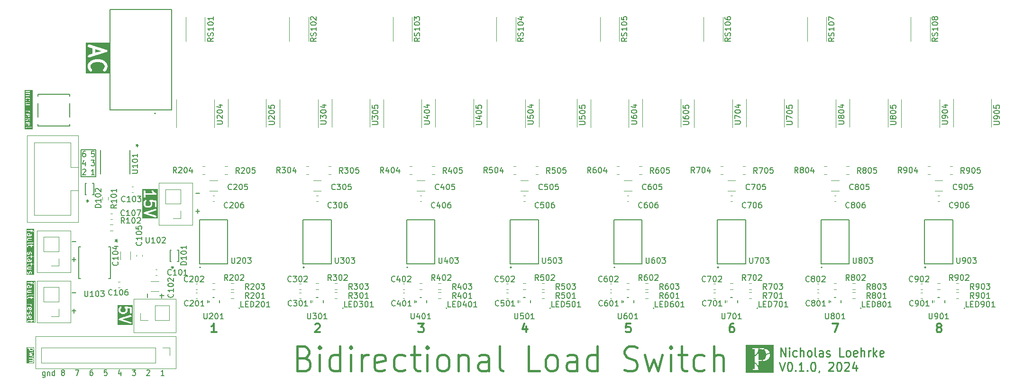
<source format=gto>
G04 #@! TF.GenerationSoftware,KiCad,Pcbnew,8.0.5*
G04 #@! TF.CreationDate,2024-10-15T23:56:24-05:00*
G04 #@! TF.ProjectId,bidirectional_load_switch,62696469-7265-4637-9469-6f6e616c5f6c,rev?*
G04 #@! TF.SameCoordinates,Original*
G04 #@! TF.FileFunction,Legend,Top*
G04 #@! TF.FilePolarity,Positive*
%FSLAX46Y46*%
G04 Gerber Fmt 4.6, Leading zero omitted, Abs format (unit mm)*
G04 Created by KiCad (PCBNEW 8.0.5) date 2024-10-15 23:56:24*
%MOMM*%
%LPD*%
G01*
G04 APERTURE LIST*
%ADD10C,0.153000*%
%ADD11C,0.304800*%
%ADD12C,0.459000*%
%ADD13C,0.500000*%
%ADD14C,0.306000*%
%ADD15C,0.275400*%
%ADD16C,0.150000*%
%ADD17C,0.120000*%
%ADD18C,0.100000*%
%ADD19C,0.152400*%
%ADD20C,0.000000*%
%ADD21C,0.127000*%
%ADD22C,0.200000*%
G04 APERTURE END LIST*
D10*
X72600000Y-87325000D02*
X75300000Y-87325000D01*
X75300000Y-92175000D01*
X72600000Y-92175000D01*
X72600000Y-87325000D01*
X71730771Y-106981177D02*
X71031343Y-106981177D01*
X71381057Y-106600224D02*
X71381057Y-107362129D01*
X71730771Y-103761289D02*
X71031343Y-103761289D01*
X84511289Y-113069228D02*
X84511289Y-113768657D01*
X66212657Y-127052996D02*
X66212657Y-127862520D01*
X66212657Y-127862520D02*
X66168942Y-127957758D01*
X66168942Y-127957758D02*
X66125228Y-128005377D01*
X66125228Y-128005377D02*
X66037799Y-128052996D01*
X66037799Y-128052996D02*
X65906657Y-128052996D01*
X65906657Y-128052996D02*
X65819228Y-128005377D01*
X66212657Y-127672044D02*
X66125228Y-127719663D01*
X66125228Y-127719663D02*
X65950371Y-127719663D01*
X65950371Y-127719663D02*
X65862942Y-127672044D01*
X65862942Y-127672044D02*
X65819228Y-127624424D01*
X65819228Y-127624424D02*
X65775514Y-127529186D01*
X65775514Y-127529186D02*
X65775514Y-127243472D01*
X65775514Y-127243472D02*
X65819228Y-127148234D01*
X65819228Y-127148234D02*
X65862942Y-127100615D01*
X65862942Y-127100615D02*
X65950371Y-127052996D01*
X65950371Y-127052996D02*
X66125228Y-127052996D01*
X66125228Y-127052996D02*
X66212657Y-127100615D01*
X66649799Y-127052996D02*
X66649799Y-127719663D01*
X66649799Y-127148234D02*
X66693513Y-127100615D01*
X66693513Y-127100615D02*
X66780942Y-127052996D01*
X66780942Y-127052996D02*
X66912085Y-127052996D01*
X66912085Y-127052996D02*
X66999513Y-127100615D01*
X66999513Y-127100615D02*
X67043228Y-127195853D01*
X67043228Y-127195853D02*
X67043228Y-127719663D01*
X67873799Y-127719663D02*
X67873799Y-126719663D01*
X67873799Y-127672044D02*
X67786370Y-127719663D01*
X67786370Y-127719663D02*
X67611513Y-127719663D01*
X67611513Y-127719663D02*
X67524084Y-127672044D01*
X67524084Y-127672044D02*
X67480370Y-127624424D01*
X67480370Y-127624424D02*
X67436656Y-127529186D01*
X67436656Y-127529186D02*
X67436656Y-127243472D01*
X67436656Y-127243472D02*
X67480370Y-127148234D01*
X67480370Y-127148234D02*
X67524084Y-127100615D01*
X67524084Y-127100615D02*
X67611513Y-127052996D01*
X67611513Y-127052996D02*
X67786370Y-127052996D01*
X67786370Y-127052996D02*
X67873799Y-127100615D01*
D11*
X114440811Y-118618784D02*
X114513383Y-118546212D01*
X114513383Y-118546212D02*
X114658526Y-118473641D01*
X114658526Y-118473641D02*
X115021383Y-118473641D01*
X115021383Y-118473641D02*
X115166526Y-118546212D01*
X115166526Y-118546212D02*
X115239097Y-118618784D01*
X115239097Y-118618784D02*
X115311668Y-118763927D01*
X115311668Y-118763927D02*
X115311668Y-118909070D01*
X115311668Y-118909070D02*
X115239097Y-119126784D01*
X115239097Y-119126784D02*
X114368240Y-119997641D01*
X114368240Y-119997641D02*
X115311668Y-119997641D01*
D12*
X112560087Y-124632893D02*
X113137115Y-124842417D01*
X113137115Y-124842417D02*
X113329458Y-125051941D01*
X113329458Y-125051941D02*
X113521801Y-125470989D01*
X113521801Y-125470989D02*
X113521801Y-126099560D01*
X113521801Y-126099560D02*
X113329458Y-126518608D01*
X113329458Y-126518608D02*
X113137115Y-126728132D01*
X113137115Y-126728132D02*
X112752430Y-126937655D01*
X112752430Y-126937655D02*
X111213687Y-126937655D01*
X111213687Y-126937655D02*
X111213687Y-122537655D01*
X111213687Y-122537655D02*
X112560087Y-122537655D01*
X112560087Y-122537655D02*
X112944773Y-122747179D01*
X112944773Y-122747179D02*
X113137115Y-122956703D01*
X113137115Y-122956703D02*
X113329458Y-123375751D01*
X113329458Y-123375751D02*
X113329458Y-123794798D01*
X113329458Y-123794798D02*
X113137115Y-124213846D01*
X113137115Y-124213846D02*
X112944773Y-124423370D01*
X112944773Y-124423370D02*
X112560087Y-124632893D01*
X112560087Y-124632893D02*
X111213687Y-124632893D01*
X115252887Y-126937655D02*
X115252887Y-124004322D01*
X115252887Y-122537655D02*
X115060544Y-122747179D01*
X115060544Y-122747179D02*
X115252887Y-122956703D01*
X115252887Y-122956703D02*
X115445230Y-122747179D01*
X115445230Y-122747179D02*
X115252887Y-122537655D01*
X115252887Y-122537655D02*
X115252887Y-122956703D01*
X118907402Y-126937655D02*
X118907402Y-122537655D01*
X118907402Y-126728132D02*
X118522716Y-126937655D01*
X118522716Y-126937655D02*
X117753344Y-126937655D01*
X117753344Y-126937655D02*
X117368659Y-126728132D01*
X117368659Y-126728132D02*
X117176316Y-126518608D01*
X117176316Y-126518608D02*
X116983973Y-126099560D01*
X116983973Y-126099560D02*
X116983973Y-124842417D01*
X116983973Y-124842417D02*
X117176316Y-124423370D01*
X117176316Y-124423370D02*
X117368659Y-124213846D01*
X117368659Y-124213846D02*
X117753344Y-124004322D01*
X117753344Y-124004322D02*
X118522716Y-124004322D01*
X118522716Y-124004322D02*
X118907402Y-124213846D01*
X120830830Y-126937655D02*
X120830830Y-124004322D01*
X120830830Y-122537655D02*
X120638487Y-122747179D01*
X120638487Y-122747179D02*
X120830830Y-122956703D01*
X120830830Y-122956703D02*
X121023173Y-122747179D01*
X121023173Y-122747179D02*
X120830830Y-122537655D01*
X120830830Y-122537655D02*
X120830830Y-122956703D01*
X122754259Y-126937655D02*
X122754259Y-124004322D01*
X122754259Y-124842417D02*
X122946602Y-124423370D01*
X122946602Y-124423370D02*
X123138945Y-124213846D01*
X123138945Y-124213846D02*
X123523630Y-124004322D01*
X123523630Y-124004322D02*
X123908316Y-124004322D01*
X126793459Y-126728132D02*
X126408773Y-126937655D01*
X126408773Y-126937655D02*
X125639402Y-126937655D01*
X125639402Y-126937655D02*
X125254716Y-126728132D01*
X125254716Y-126728132D02*
X125062373Y-126309084D01*
X125062373Y-126309084D02*
X125062373Y-124632893D01*
X125062373Y-124632893D02*
X125254716Y-124213846D01*
X125254716Y-124213846D02*
X125639402Y-124004322D01*
X125639402Y-124004322D02*
X126408773Y-124004322D01*
X126408773Y-124004322D02*
X126793459Y-124213846D01*
X126793459Y-124213846D02*
X126985802Y-124632893D01*
X126985802Y-124632893D02*
X126985802Y-125051941D01*
X126985802Y-125051941D02*
X125062373Y-125470989D01*
X130447973Y-126728132D02*
X130063287Y-126937655D01*
X130063287Y-126937655D02*
X129293915Y-126937655D01*
X129293915Y-126937655D02*
X128909230Y-126728132D01*
X128909230Y-126728132D02*
X128716887Y-126518608D01*
X128716887Y-126518608D02*
X128524544Y-126099560D01*
X128524544Y-126099560D02*
X128524544Y-124842417D01*
X128524544Y-124842417D02*
X128716887Y-124423370D01*
X128716887Y-124423370D02*
X128909230Y-124213846D01*
X128909230Y-124213846D02*
X129293915Y-124004322D01*
X129293915Y-124004322D02*
X130063287Y-124004322D01*
X130063287Y-124004322D02*
X130447973Y-124213846D01*
X131602029Y-124004322D02*
X133140772Y-124004322D01*
X132179058Y-122537655D02*
X132179058Y-126309084D01*
X132179058Y-126309084D02*
X132371401Y-126728132D01*
X132371401Y-126728132D02*
X132756086Y-126937655D01*
X132756086Y-126937655D02*
X133140772Y-126937655D01*
X134487172Y-126937655D02*
X134487172Y-124004322D01*
X134487172Y-122537655D02*
X134294829Y-122747179D01*
X134294829Y-122747179D02*
X134487172Y-122956703D01*
X134487172Y-122956703D02*
X134679515Y-122747179D01*
X134679515Y-122747179D02*
X134487172Y-122537655D01*
X134487172Y-122537655D02*
X134487172Y-122956703D01*
X136987629Y-126937655D02*
X136602944Y-126728132D01*
X136602944Y-126728132D02*
X136410601Y-126518608D01*
X136410601Y-126518608D02*
X136218258Y-126099560D01*
X136218258Y-126099560D02*
X136218258Y-124842417D01*
X136218258Y-124842417D02*
X136410601Y-124423370D01*
X136410601Y-124423370D02*
X136602944Y-124213846D01*
X136602944Y-124213846D02*
X136987629Y-124004322D01*
X136987629Y-124004322D02*
X137564658Y-124004322D01*
X137564658Y-124004322D02*
X137949344Y-124213846D01*
X137949344Y-124213846D02*
X138141687Y-124423370D01*
X138141687Y-124423370D02*
X138334029Y-124842417D01*
X138334029Y-124842417D02*
X138334029Y-126099560D01*
X138334029Y-126099560D02*
X138141687Y-126518608D01*
X138141687Y-126518608D02*
X137949344Y-126728132D01*
X137949344Y-126728132D02*
X137564658Y-126937655D01*
X137564658Y-126937655D02*
X136987629Y-126937655D01*
X140065115Y-124004322D02*
X140065115Y-126937655D01*
X140065115Y-124423370D02*
X140257458Y-124213846D01*
X140257458Y-124213846D02*
X140642143Y-124004322D01*
X140642143Y-124004322D02*
X141219172Y-124004322D01*
X141219172Y-124004322D02*
X141603858Y-124213846D01*
X141603858Y-124213846D02*
X141796201Y-124632893D01*
X141796201Y-124632893D02*
X141796201Y-126937655D01*
X145450715Y-126937655D02*
X145450715Y-124632893D01*
X145450715Y-124632893D02*
X145258372Y-124213846D01*
X145258372Y-124213846D02*
X144873686Y-124004322D01*
X144873686Y-124004322D02*
X144104315Y-124004322D01*
X144104315Y-124004322D02*
X143719629Y-124213846D01*
X145450715Y-126728132D02*
X145066029Y-126937655D01*
X145066029Y-126937655D02*
X144104315Y-126937655D01*
X144104315Y-126937655D02*
X143719629Y-126728132D01*
X143719629Y-126728132D02*
X143527286Y-126309084D01*
X143527286Y-126309084D02*
X143527286Y-125890036D01*
X143527286Y-125890036D02*
X143719629Y-125470989D01*
X143719629Y-125470989D02*
X144104315Y-125261465D01*
X144104315Y-125261465D02*
X145066029Y-125261465D01*
X145066029Y-125261465D02*
X145450715Y-125051941D01*
X147951171Y-126937655D02*
X147566486Y-126728132D01*
X147566486Y-126728132D02*
X147374143Y-126309084D01*
X147374143Y-126309084D02*
X147374143Y-122537655D01*
X154490828Y-126937655D02*
X152567400Y-126937655D01*
X152567400Y-126937655D02*
X152567400Y-122537655D01*
X156414257Y-126937655D02*
X156029572Y-126728132D01*
X156029572Y-126728132D02*
X155837229Y-126518608D01*
X155837229Y-126518608D02*
X155644886Y-126099560D01*
X155644886Y-126099560D02*
X155644886Y-124842417D01*
X155644886Y-124842417D02*
X155837229Y-124423370D01*
X155837229Y-124423370D02*
X156029572Y-124213846D01*
X156029572Y-124213846D02*
X156414257Y-124004322D01*
X156414257Y-124004322D02*
X156991286Y-124004322D01*
X156991286Y-124004322D02*
X157375972Y-124213846D01*
X157375972Y-124213846D02*
X157568315Y-124423370D01*
X157568315Y-124423370D02*
X157760657Y-124842417D01*
X157760657Y-124842417D02*
X157760657Y-126099560D01*
X157760657Y-126099560D02*
X157568315Y-126518608D01*
X157568315Y-126518608D02*
X157375972Y-126728132D01*
X157375972Y-126728132D02*
X156991286Y-126937655D01*
X156991286Y-126937655D02*
X156414257Y-126937655D01*
X161222829Y-126937655D02*
X161222829Y-124632893D01*
X161222829Y-124632893D02*
X161030486Y-124213846D01*
X161030486Y-124213846D02*
X160645800Y-124004322D01*
X160645800Y-124004322D02*
X159876429Y-124004322D01*
X159876429Y-124004322D02*
X159491743Y-124213846D01*
X161222829Y-126728132D02*
X160838143Y-126937655D01*
X160838143Y-126937655D02*
X159876429Y-126937655D01*
X159876429Y-126937655D02*
X159491743Y-126728132D01*
X159491743Y-126728132D02*
X159299400Y-126309084D01*
X159299400Y-126309084D02*
X159299400Y-125890036D01*
X159299400Y-125890036D02*
X159491743Y-125470989D01*
X159491743Y-125470989D02*
X159876429Y-125261465D01*
X159876429Y-125261465D02*
X160838143Y-125261465D01*
X160838143Y-125261465D02*
X161222829Y-125051941D01*
X164877343Y-126937655D02*
X164877343Y-122537655D01*
X164877343Y-126728132D02*
X164492657Y-126937655D01*
X164492657Y-126937655D02*
X163723285Y-126937655D01*
X163723285Y-126937655D02*
X163338600Y-126728132D01*
X163338600Y-126728132D02*
X163146257Y-126518608D01*
X163146257Y-126518608D02*
X162953914Y-126099560D01*
X162953914Y-126099560D02*
X162953914Y-124842417D01*
X162953914Y-124842417D02*
X163146257Y-124423370D01*
X163146257Y-124423370D02*
X163338600Y-124213846D01*
X163338600Y-124213846D02*
X163723285Y-124004322D01*
X163723285Y-124004322D02*
X164492657Y-124004322D01*
X164492657Y-124004322D02*
X164877343Y-124213846D01*
X169685914Y-126728132D02*
X170262943Y-126937655D01*
X170262943Y-126937655D02*
X171224657Y-126937655D01*
X171224657Y-126937655D02*
X171609343Y-126728132D01*
X171609343Y-126728132D02*
X171801685Y-126518608D01*
X171801685Y-126518608D02*
X171994028Y-126099560D01*
X171994028Y-126099560D02*
X171994028Y-125680512D01*
X171994028Y-125680512D02*
X171801685Y-125261465D01*
X171801685Y-125261465D02*
X171609343Y-125051941D01*
X171609343Y-125051941D02*
X171224657Y-124842417D01*
X171224657Y-124842417D02*
X170455285Y-124632893D01*
X170455285Y-124632893D02*
X170070600Y-124423370D01*
X170070600Y-124423370D02*
X169878257Y-124213846D01*
X169878257Y-124213846D02*
X169685914Y-123794798D01*
X169685914Y-123794798D02*
X169685914Y-123375751D01*
X169685914Y-123375751D02*
X169878257Y-122956703D01*
X169878257Y-122956703D02*
X170070600Y-122747179D01*
X170070600Y-122747179D02*
X170455285Y-122537655D01*
X170455285Y-122537655D02*
X171417000Y-122537655D01*
X171417000Y-122537655D02*
X171994028Y-122747179D01*
X173340428Y-124004322D02*
X174109800Y-126937655D01*
X174109800Y-126937655D02*
X174879171Y-124842417D01*
X174879171Y-124842417D02*
X175648542Y-126937655D01*
X175648542Y-126937655D02*
X176417914Y-124004322D01*
X177956657Y-126937655D02*
X177956657Y-124004322D01*
X177956657Y-122537655D02*
X177764314Y-122747179D01*
X177764314Y-122747179D02*
X177956657Y-122956703D01*
X177956657Y-122956703D02*
X178149000Y-122747179D01*
X178149000Y-122747179D02*
X177956657Y-122537655D01*
X177956657Y-122537655D02*
X177956657Y-122956703D01*
X179303057Y-124004322D02*
X180841800Y-124004322D01*
X179880086Y-122537655D02*
X179880086Y-126309084D01*
X179880086Y-126309084D02*
X180072429Y-126728132D01*
X180072429Y-126728132D02*
X180457114Y-126937655D01*
X180457114Y-126937655D02*
X180841800Y-126937655D01*
X183919286Y-126728132D02*
X183534600Y-126937655D01*
X183534600Y-126937655D02*
X182765228Y-126937655D01*
X182765228Y-126937655D02*
X182380543Y-126728132D01*
X182380543Y-126728132D02*
X182188200Y-126518608D01*
X182188200Y-126518608D02*
X181995857Y-126099560D01*
X181995857Y-126099560D02*
X181995857Y-124842417D01*
X181995857Y-124842417D02*
X182188200Y-124423370D01*
X182188200Y-124423370D02*
X182380543Y-124213846D01*
X182380543Y-124213846D02*
X182765228Y-124004322D01*
X182765228Y-124004322D02*
X183534600Y-124004322D01*
X183534600Y-124004322D02*
X183919286Y-124213846D01*
X185650371Y-126937655D02*
X185650371Y-122537655D01*
X187381457Y-126937655D02*
X187381457Y-124632893D01*
X187381457Y-124632893D02*
X187189114Y-124213846D01*
X187189114Y-124213846D02*
X186804428Y-124004322D01*
X186804428Y-124004322D02*
X186227399Y-124004322D01*
X186227399Y-124004322D02*
X185842714Y-124213846D01*
X185842714Y-124213846D02*
X185650371Y-124423370D01*
D13*
G36*
X76238755Y-69709232D02*
G01*
X75200285Y-70027003D01*
X75200285Y-69391460D01*
X76238755Y-69709232D01*
G37*
G36*
X77676475Y-73699335D02*
G01*
X73509809Y-73699335D01*
X73509809Y-72332089D01*
X73843142Y-72332089D01*
X73843142Y-72594375D01*
X73846286Y-72626295D01*
X73846023Y-72632218D01*
X73847400Y-72637609D01*
X73847946Y-72643148D01*
X73850214Y-72648624D01*
X73858154Y-72679702D01*
X74001012Y-73073130D01*
X74022174Y-73117335D01*
X74029610Y-73125462D01*
X74034255Y-73135447D01*
X74066935Y-73171969D01*
X74209792Y-73303112D01*
X74248970Y-73332556D01*
X74340602Y-73366002D01*
X74438057Y-73361835D01*
X74526501Y-73320691D01*
X74592467Y-73248833D01*
X74625913Y-73157200D01*
X74621746Y-73059745D01*
X74580602Y-72971302D01*
X74547922Y-72934780D01*
X74450115Y-72844993D01*
X74343142Y-72550390D01*
X74343142Y-72376073D01*
X74450115Y-72081469D01*
X74661779Y-71887162D01*
X74888381Y-71783152D01*
X75407175Y-71664089D01*
X75779110Y-71664089D01*
X76297903Y-71783152D01*
X76524507Y-71887163D01*
X76736169Y-72081468D01*
X76843142Y-72376071D01*
X76843142Y-72550392D01*
X76736169Y-72844993D01*
X76638363Y-72934780D01*
X76605683Y-72971302D01*
X76564539Y-73059746D01*
X76560372Y-73157200D01*
X76593818Y-73248833D01*
X76659784Y-73320691D01*
X76748228Y-73361835D01*
X76845682Y-73366002D01*
X76937315Y-73332556D01*
X76976493Y-73303112D01*
X77119350Y-73171969D01*
X77152030Y-73135447D01*
X77156675Y-73125460D01*
X77164111Y-73117334D01*
X77185273Y-73073129D01*
X77328130Y-72679702D01*
X77336069Y-72648624D01*
X77338338Y-72643148D01*
X77338883Y-72637609D01*
X77340261Y-72632218D01*
X77339997Y-72626295D01*
X77343142Y-72594375D01*
X77343142Y-72332089D01*
X77339997Y-72300168D01*
X77340261Y-72294247D01*
X77338883Y-72288855D01*
X77338338Y-72283316D01*
X77336068Y-72277837D01*
X77328130Y-72246763D01*
X77185273Y-71853334D01*
X77164111Y-71809129D01*
X77156675Y-71801002D01*
X77152030Y-71791016D01*
X77119350Y-71754494D01*
X76833635Y-71492209D01*
X76815644Y-71478688D01*
X76811183Y-71473878D01*
X76802490Y-71468802D01*
X76794457Y-71462765D01*
X76788303Y-71460519D01*
X76768860Y-71449166D01*
X76483146Y-71318023D01*
X76481805Y-71317560D01*
X76481241Y-71317159D01*
X76459044Y-71309710D01*
X76436815Y-71302043D01*
X76436119Y-71302016D01*
X76434779Y-71301567D01*
X75863349Y-71170424D01*
X75858351Y-71169783D01*
X75856201Y-71168893D01*
X75835430Y-71166847D01*
X75814737Y-71164196D01*
X75812442Y-71164582D01*
X75807428Y-71164089D01*
X75378857Y-71164089D01*
X75373842Y-71164582D01*
X75371548Y-71164196D01*
X75350854Y-71166847D01*
X75330084Y-71168893D01*
X75327933Y-71169783D01*
X75322936Y-71170424D01*
X74751507Y-71301567D01*
X74750166Y-71302016D01*
X74749470Y-71302043D01*
X74727223Y-71309716D01*
X74705044Y-71317159D01*
X74704479Y-71317560D01*
X74703139Y-71318023D01*
X74417425Y-71449166D01*
X74397985Y-71460516D01*
X74391828Y-71462764D01*
X74383789Y-71468805D01*
X74375102Y-71473878D01*
X74370642Y-71478686D01*
X74352650Y-71492209D01*
X74066936Y-71754494D01*
X74034255Y-71791016D01*
X74029609Y-71801002D01*
X74022174Y-71809129D01*
X74001012Y-71853333D01*
X73858154Y-72246762D01*
X73850214Y-72277839D01*
X73847946Y-72283316D01*
X73847400Y-72288854D01*
X73846023Y-72294246D01*
X73846286Y-72300168D01*
X73843142Y-72332089D01*
X73509809Y-72332089D01*
X73509809Y-68766124D01*
X73844406Y-68766124D01*
X73853732Y-68863223D01*
X73899505Y-68949360D01*
X73974758Y-69011425D01*
X74019990Y-69030290D01*
X74700285Y-69238460D01*
X74700285Y-70180003D01*
X74019990Y-70388174D01*
X73974758Y-70407039D01*
X73899505Y-70469104D01*
X73853732Y-70555241D01*
X73844406Y-70652340D01*
X73872949Y-70745616D01*
X73935014Y-70820869D01*
X74021151Y-70866642D01*
X74118250Y-70875968D01*
X74166294Y-70866290D01*
X77166294Y-69948290D01*
X77211527Y-69929425D01*
X77230055Y-69914143D01*
X77251271Y-69902870D01*
X77267322Y-69883407D01*
X77286780Y-69867360D01*
X77298051Y-69846149D01*
X77313336Y-69827617D01*
X77320716Y-69803497D01*
X77332553Y-69781223D01*
X77334849Y-69757309D01*
X77341878Y-69734340D01*
X77339466Y-69709232D01*
X77341878Y-69684124D01*
X77334849Y-69661154D01*
X77332553Y-69637241D01*
X77320716Y-69614966D01*
X77313336Y-69590847D01*
X77298051Y-69572314D01*
X77286780Y-69551104D01*
X77267322Y-69535056D01*
X77251271Y-69515594D01*
X77230055Y-69504320D01*
X77211527Y-69489039D01*
X77166294Y-69470174D01*
X74166294Y-68552174D01*
X74118250Y-68542496D01*
X74021151Y-68551822D01*
X73935014Y-68597595D01*
X73872949Y-68672848D01*
X73844406Y-68766124D01*
X73509809Y-68766124D01*
X73509809Y-68209163D01*
X77676475Y-68209163D01*
X77676475Y-73699335D01*
G37*
D11*
X206868240Y-118473641D02*
X207884240Y-118473641D01*
X207884240Y-118473641D02*
X207231097Y-119997641D01*
D10*
X79722657Y-127052996D02*
X79722657Y-127719663D01*
X79504085Y-126672044D02*
X79285514Y-127386329D01*
X79285514Y-127386329D02*
X79853799Y-127386329D01*
X73362657Y-87624775D02*
X73187799Y-87624775D01*
X73187799Y-87624775D02*
X73100371Y-87672394D01*
X73100371Y-87672394D02*
X73056657Y-87720013D01*
X73056657Y-87720013D02*
X72969228Y-87862870D01*
X72969228Y-87862870D02*
X72925514Y-88053346D01*
X72925514Y-88053346D02*
X72925514Y-88434298D01*
X72925514Y-88434298D02*
X72969228Y-88529536D01*
X72969228Y-88529536D02*
X73012942Y-88577156D01*
X73012942Y-88577156D02*
X73100371Y-88624775D01*
X73100371Y-88624775D02*
X73275228Y-88624775D01*
X73275228Y-88624775D02*
X73362657Y-88577156D01*
X73362657Y-88577156D02*
X73406371Y-88529536D01*
X73406371Y-88529536D02*
X73450085Y-88434298D01*
X73450085Y-88434298D02*
X73450085Y-88196203D01*
X73450085Y-88196203D02*
X73406371Y-88100965D01*
X73406371Y-88100965D02*
X73362657Y-88053346D01*
X73362657Y-88053346D02*
X73275228Y-88005727D01*
X73275228Y-88005727D02*
X73100371Y-88005727D01*
X73100371Y-88005727D02*
X73012942Y-88053346D01*
X73012942Y-88053346D02*
X72969228Y-88100965D01*
X72969228Y-88100965D02*
X72925514Y-88196203D01*
X74980086Y-87624775D02*
X74542943Y-87624775D01*
X74542943Y-87624775D02*
X74499229Y-88100965D01*
X74499229Y-88100965D02*
X74542943Y-88053346D01*
X74542943Y-88053346D02*
X74630372Y-88005727D01*
X74630372Y-88005727D02*
X74848943Y-88005727D01*
X74848943Y-88005727D02*
X74936372Y-88053346D01*
X74936372Y-88053346D02*
X74980086Y-88100965D01*
X74980086Y-88100965D02*
X75023800Y-88196203D01*
X75023800Y-88196203D02*
X75023800Y-88434298D01*
X75023800Y-88434298D02*
X74980086Y-88529536D01*
X74980086Y-88529536D02*
X74936372Y-88577156D01*
X74936372Y-88577156D02*
X74848943Y-88624775D01*
X74848943Y-88624775D02*
X74630372Y-88624775D01*
X74630372Y-88624775D02*
X74542943Y-88577156D01*
X74542943Y-88577156D02*
X74499229Y-88529536D01*
X73362657Y-89568052D02*
X73362657Y-90234719D01*
X73144085Y-89187100D02*
X72925514Y-89901385D01*
X72925514Y-89901385D02*
X73493799Y-89901385D01*
X74455514Y-89234719D02*
X75023800Y-89234719D01*
X75023800Y-89234719D02*
X74717800Y-89615671D01*
X74717800Y-89615671D02*
X74848943Y-89615671D01*
X74848943Y-89615671D02*
X74936372Y-89663290D01*
X74936372Y-89663290D02*
X74980086Y-89710909D01*
X74980086Y-89710909D02*
X75023800Y-89806147D01*
X75023800Y-89806147D02*
X75023800Y-90044242D01*
X75023800Y-90044242D02*
X74980086Y-90139480D01*
X74980086Y-90139480D02*
X74936372Y-90187100D01*
X74936372Y-90187100D02*
X74848943Y-90234719D01*
X74848943Y-90234719D02*
X74586657Y-90234719D01*
X74586657Y-90234719D02*
X74499229Y-90187100D01*
X74499229Y-90187100D02*
X74455514Y-90139480D01*
X72925514Y-90939901D02*
X72969228Y-90892282D01*
X72969228Y-90892282D02*
X73056657Y-90844663D01*
X73056657Y-90844663D02*
X73275228Y-90844663D01*
X73275228Y-90844663D02*
X73362657Y-90892282D01*
X73362657Y-90892282D02*
X73406371Y-90939901D01*
X73406371Y-90939901D02*
X73450085Y-91035139D01*
X73450085Y-91035139D02*
X73450085Y-91130377D01*
X73450085Y-91130377D02*
X73406371Y-91273234D01*
X73406371Y-91273234D02*
X72881799Y-91844663D01*
X72881799Y-91844663D02*
X73450085Y-91844663D01*
X75023800Y-91844663D02*
X74499229Y-91844663D01*
X74761514Y-91844663D02*
X74761514Y-90844663D01*
X74761514Y-90844663D02*
X74674086Y-90987520D01*
X74674086Y-90987520D02*
X74586657Y-91082758D01*
X74586657Y-91082758D02*
X74499229Y-91130377D01*
D11*
X189166526Y-118473641D02*
X188876240Y-118473641D01*
X188876240Y-118473641D02*
X188731097Y-118546212D01*
X188731097Y-118546212D02*
X188658526Y-118618784D01*
X188658526Y-118618784D02*
X188513383Y-118836498D01*
X188513383Y-118836498D02*
X188440811Y-119126784D01*
X188440811Y-119126784D02*
X188440811Y-119707355D01*
X188440811Y-119707355D02*
X188513383Y-119852498D01*
X188513383Y-119852498D02*
X188585954Y-119925070D01*
X188585954Y-119925070D02*
X188731097Y-119997641D01*
X188731097Y-119997641D02*
X189021383Y-119997641D01*
X189021383Y-119997641D02*
X189166526Y-119925070D01*
X189166526Y-119925070D02*
X189239097Y-119852498D01*
X189239097Y-119852498D02*
X189311668Y-119707355D01*
X189311668Y-119707355D02*
X189311668Y-119344498D01*
X189311668Y-119344498D02*
X189239097Y-119199355D01*
X189239097Y-119199355D02*
X189166526Y-119126784D01*
X189166526Y-119126784D02*
X189021383Y-119054212D01*
X189021383Y-119054212D02*
X188731097Y-119054212D01*
X188731097Y-119054212D02*
X188585954Y-119126784D01*
X188585954Y-119126784D02*
X188513383Y-119199355D01*
X188513383Y-119199355D02*
X188440811Y-119344498D01*
D10*
X71730771Y-116181177D02*
X71031343Y-116181177D01*
X71381057Y-115800224D02*
X71381057Y-116562129D01*
X71730771Y-112961289D02*
X71031343Y-112961289D01*
X69300371Y-127148234D02*
X69212942Y-127100615D01*
X69212942Y-127100615D02*
X69169228Y-127052996D01*
X69169228Y-127052996D02*
X69125514Y-126957758D01*
X69125514Y-126957758D02*
X69125514Y-126910139D01*
X69125514Y-126910139D02*
X69169228Y-126814901D01*
X69169228Y-126814901D02*
X69212942Y-126767282D01*
X69212942Y-126767282D02*
X69300371Y-126719663D01*
X69300371Y-126719663D02*
X69475228Y-126719663D01*
X69475228Y-126719663D02*
X69562657Y-126767282D01*
X69562657Y-126767282D02*
X69606371Y-126814901D01*
X69606371Y-126814901D02*
X69650085Y-126910139D01*
X69650085Y-126910139D02*
X69650085Y-126957758D01*
X69650085Y-126957758D02*
X69606371Y-127052996D01*
X69606371Y-127052996D02*
X69562657Y-127100615D01*
X69562657Y-127100615D02*
X69475228Y-127148234D01*
X69475228Y-127148234D02*
X69300371Y-127148234D01*
X69300371Y-127148234D02*
X69212942Y-127195853D01*
X69212942Y-127195853D02*
X69169228Y-127243472D01*
X69169228Y-127243472D02*
X69125514Y-127338710D01*
X69125514Y-127338710D02*
X69125514Y-127529186D01*
X69125514Y-127529186D02*
X69169228Y-127624424D01*
X69169228Y-127624424D02*
X69212942Y-127672044D01*
X69212942Y-127672044D02*
X69300371Y-127719663D01*
X69300371Y-127719663D02*
X69475228Y-127719663D01*
X69475228Y-127719663D02*
X69562657Y-127672044D01*
X69562657Y-127672044D02*
X69606371Y-127624424D01*
X69606371Y-127624424D02*
X69650085Y-127529186D01*
X69650085Y-127529186D02*
X69650085Y-127338710D01*
X69650085Y-127338710D02*
X69606371Y-127243472D01*
X69606371Y-127243472D02*
X69562657Y-127195853D01*
X69562657Y-127195853D02*
X69475228Y-127148234D01*
X84365514Y-126814901D02*
X84409228Y-126767282D01*
X84409228Y-126767282D02*
X84496657Y-126719663D01*
X84496657Y-126719663D02*
X84715228Y-126719663D01*
X84715228Y-126719663D02*
X84802657Y-126767282D01*
X84802657Y-126767282D02*
X84846371Y-126814901D01*
X84846371Y-126814901D02*
X84890085Y-126910139D01*
X84890085Y-126910139D02*
X84890085Y-127005377D01*
X84890085Y-127005377D02*
X84846371Y-127148234D01*
X84846371Y-127148234D02*
X84321799Y-127719663D01*
X84321799Y-127719663D02*
X84890085Y-127719663D01*
X71621799Y-126719663D02*
X72233799Y-126719663D01*
X72233799Y-126719663D02*
X71840371Y-127719663D01*
D14*
G36*
X81885895Y-118673191D02*
G01*
X79135451Y-118673191D01*
X79135451Y-117671377D01*
X79358447Y-117671377D01*
X79359922Y-117686743D01*
X79358447Y-117702109D01*
X79362748Y-117716166D01*
X79364154Y-117730801D01*
X79371398Y-117744434D01*
X79375915Y-117759194D01*
X79385267Y-117770534D01*
X79392167Y-117783518D01*
X79404076Y-117793339D01*
X79413898Y-117805249D01*
X79426881Y-117812148D01*
X79438222Y-117821501D01*
X79465904Y-117833047D01*
X81465904Y-118445047D01*
X81495307Y-118450969D01*
X81554731Y-118445262D01*
X81607448Y-118417249D01*
X81645431Y-118371194D01*
X81662899Y-118314109D01*
X81657192Y-118254685D01*
X81629179Y-118201968D01*
X81583124Y-118163985D01*
X81555442Y-118152439D01*
X80033559Y-117686743D01*
X81555442Y-117221047D01*
X81583124Y-117209501D01*
X81629179Y-117171518D01*
X81657192Y-117118801D01*
X81662899Y-117059377D01*
X81645431Y-117002292D01*
X81607448Y-116956237D01*
X81554731Y-116928224D01*
X81495307Y-116922517D01*
X81465904Y-116928439D01*
X79465904Y-117540439D01*
X79438222Y-117551985D01*
X79426881Y-117561337D01*
X79413898Y-117568237D01*
X79404076Y-117580146D01*
X79392167Y-117589968D01*
X79385267Y-117602951D01*
X79375915Y-117614292D01*
X79371398Y-117629051D01*
X79364154Y-117642685D01*
X79362748Y-117657319D01*
X79358447Y-117671377D01*
X79135451Y-117671377D01*
X79135451Y-115763315D01*
X79357673Y-115763315D01*
X79357673Y-116200457D01*
X79360613Y-116230306D01*
X79363747Y-116237874D01*
X79364615Y-116246020D01*
X79376310Y-116273640D01*
X79471549Y-116448497D01*
X79480754Y-116462042D01*
X79482444Y-116465674D01*
X79485680Y-116469291D01*
X79488408Y-116473304D01*
X79491522Y-116475819D01*
X79502445Y-116488025D01*
X79597683Y-116575453D01*
X79608697Y-116583731D01*
X79611424Y-116586671D01*
X79616734Y-116589772D01*
X79621659Y-116593473D01*
X79625430Y-116594849D01*
X79637325Y-116601795D01*
X79827801Y-116689224D01*
X79856155Y-116699003D01*
X79859075Y-116699112D01*
X79861777Y-116700232D01*
X79891626Y-116703172D01*
X80367816Y-116703172D01*
X80397665Y-116700232D01*
X80400366Y-116699112D01*
X80403287Y-116699003D01*
X80431641Y-116689224D01*
X80622117Y-116601795D01*
X80634014Y-116594847D01*
X80637782Y-116593473D01*
X80642702Y-116589775D01*
X80648019Y-116586671D01*
X80650746Y-116583729D01*
X80661759Y-116575454D01*
X80756998Y-116488026D01*
X80767919Y-116475819D01*
X80771035Y-116473304D01*
X80773764Y-116469287D01*
X80776998Y-116465674D01*
X80778685Y-116462046D01*
X80787894Y-116448497D01*
X80883132Y-116273639D01*
X80894827Y-116246020D01*
X80895693Y-116237874D01*
X80898829Y-116230306D01*
X80901769Y-116200457D01*
X80901769Y-115763315D01*
X80898829Y-115733466D01*
X80895693Y-115725897D01*
X80894827Y-115717752D01*
X80883132Y-115690133D01*
X80879897Y-115684195D01*
X81357673Y-115728054D01*
X81357673Y-116462743D01*
X81360613Y-116492592D01*
X81383458Y-116547745D01*
X81425671Y-116589958D01*
X81480824Y-116612803D01*
X81540522Y-116612803D01*
X81595675Y-116589958D01*
X81637888Y-116547745D01*
X81660733Y-116492592D01*
X81663673Y-116462743D01*
X81663673Y-115588457D01*
X81662477Y-115576321D01*
X81662833Y-115572451D01*
X81661754Y-115568978D01*
X81660733Y-115558608D01*
X81651938Y-115537376D01*
X81645125Y-115515440D01*
X81640598Y-115509998D01*
X81637888Y-115503455D01*
X81621639Y-115487206D01*
X81606948Y-115469545D01*
X81600682Y-115466249D01*
X81595675Y-115461242D01*
X81574445Y-115452448D01*
X81554114Y-115441754D01*
X81543884Y-115439789D01*
X81540522Y-115438397D01*
X81536632Y-115438397D01*
X81524659Y-115436098D01*
X80572278Y-115348670D01*
X80542286Y-115348869D01*
X80532402Y-115351938D01*
X80522059Y-115352381D01*
X80504144Y-115360715D01*
X80485275Y-115366576D01*
X80477315Y-115373196D01*
X80467933Y-115377562D01*
X80454571Y-115392116D01*
X80439380Y-115404754D01*
X80434561Y-115413914D01*
X80427562Y-115421539D01*
X80420787Y-115440099D01*
X80411589Y-115457587D01*
X80410642Y-115467894D01*
X80407094Y-115477618D01*
X80407938Y-115497360D01*
X80406132Y-115517035D01*
X80409201Y-115526918D01*
X80409644Y-115537262D01*
X80417978Y-115555176D01*
X80423839Y-115574046D01*
X80430459Y-115582005D01*
X80434825Y-115591388D01*
X80454825Y-115613740D01*
X80531331Y-115683970D01*
X80595769Y-115802279D01*
X80595769Y-116161492D01*
X80531331Y-116279801D01*
X80472571Y-116333741D01*
X80334379Y-116397172D01*
X79925063Y-116397172D01*
X79786868Y-116333740D01*
X79728111Y-116279801D01*
X79663673Y-116161491D01*
X79663673Y-115802280D01*
X79728111Y-115683970D01*
X79804617Y-115613739D01*
X79824617Y-115591388D01*
X79849798Y-115537261D01*
X79852348Y-115477617D01*
X79831879Y-115421539D01*
X79791508Y-115377561D01*
X79737382Y-115352381D01*
X79677738Y-115349831D01*
X79621659Y-115370299D01*
X79597683Y-115388319D01*
X79502445Y-115475747D01*
X79491522Y-115487952D01*
X79488408Y-115490468D01*
X79485680Y-115494480D01*
X79482444Y-115498098D01*
X79480754Y-115501729D01*
X79471549Y-115515275D01*
X79376310Y-115690132D01*
X79364615Y-115717752D01*
X79363747Y-115725897D01*
X79360613Y-115733466D01*
X79357673Y-115763315D01*
X79135451Y-115763315D01*
X79135451Y-115126448D01*
X81885895Y-115126448D01*
X81885895Y-118673191D01*
G37*
D10*
X77226371Y-126719663D02*
X76789228Y-126719663D01*
X76789228Y-126719663D02*
X76745514Y-127195853D01*
X76745514Y-127195853D02*
X76789228Y-127148234D01*
X76789228Y-127148234D02*
X76876657Y-127100615D01*
X76876657Y-127100615D02*
X77095228Y-127100615D01*
X77095228Y-127100615D02*
X77182657Y-127148234D01*
X77182657Y-127148234D02*
X77226371Y-127195853D01*
X77226371Y-127195853D02*
X77270085Y-127291091D01*
X77270085Y-127291091D02*
X77270085Y-127529186D01*
X77270085Y-127529186D02*
X77226371Y-127624424D01*
X77226371Y-127624424D02*
X77182657Y-127672044D01*
X77182657Y-127672044D02*
X77095228Y-127719663D01*
X77095228Y-127719663D02*
X76876657Y-127719663D01*
X76876657Y-127719663D02*
X76789228Y-127672044D01*
X76789228Y-127672044D02*
X76745514Y-127624424D01*
X87430085Y-127719663D02*
X86905514Y-127719663D01*
X87167799Y-127719663D02*
X87167799Y-126719663D01*
X87167799Y-126719663D02*
X87080371Y-126862520D01*
X87080371Y-126862520D02*
X86992942Y-126957758D01*
X86992942Y-126957758D02*
X86905514Y-127005377D01*
D11*
X132868240Y-118473641D02*
X133811668Y-118473641D01*
X133811668Y-118473641D02*
X133303668Y-119054212D01*
X133303668Y-119054212D02*
X133521383Y-119054212D01*
X133521383Y-119054212D02*
X133666526Y-119126784D01*
X133666526Y-119126784D02*
X133739097Y-119199355D01*
X133739097Y-119199355D02*
X133811668Y-119344498D01*
X133811668Y-119344498D02*
X133811668Y-119707355D01*
X133811668Y-119707355D02*
X133739097Y-119852498D01*
X133739097Y-119852498D02*
X133666526Y-119925070D01*
X133666526Y-119925070D02*
X133521383Y-119997641D01*
X133521383Y-119997641D02*
X133085954Y-119997641D01*
X133085954Y-119997641D02*
X132940811Y-119925070D01*
X132940811Y-119925070D02*
X132868240Y-119852498D01*
D10*
G36*
X63644364Y-117167003D02*
G01*
X63670503Y-117214994D01*
X63670503Y-117350888D01*
X63644364Y-117398878D01*
X63587427Y-117425013D01*
X63570536Y-117425013D01*
X63508632Y-117140870D01*
X63587428Y-117140870D01*
X63644364Y-117167003D01*
G37*
G36*
X63644364Y-115637003D02*
G01*
X63670503Y-115684994D01*
X63670503Y-115820888D01*
X63644364Y-115868878D01*
X63587427Y-115895013D01*
X63570536Y-115895013D01*
X63508632Y-115610870D01*
X63587428Y-115610870D01*
X63644364Y-115637003D01*
G37*
G36*
X63358650Y-111702718D02*
G01*
X63384789Y-111750709D01*
X63384789Y-111949799D01*
X63385865Y-111960728D01*
X63173400Y-111960728D01*
X63156836Y-111930316D01*
X63156836Y-111750710D01*
X63182975Y-111702718D01*
X63239912Y-111676585D01*
X63301714Y-111676585D01*
X63358650Y-111702718D01*
G37*
G36*
X64545567Y-118299653D02*
G01*
X62892725Y-118299653D01*
X62892725Y-118026084D01*
X63003836Y-118026084D01*
X63003836Y-118113512D01*
X63005306Y-118128436D01*
X63016729Y-118156013D01*
X63037835Y-118177119D01*
X63065412Y-118188542D01*
X63095260Y-118188542D01*
X63122837Y-118177119D01*
X63143943Y-118156013D01*
X63155366Y-118128436D01*
X63156836Y-118113512D01*
X63156836Y-118045566D01*
X63182975Y-117997574D01*
X63239912Y-117971441D01*
X63670503Y-117971441D01*
X63670503Y-118113512D01*
X63671973Y-118128436D01*
X63683396Y-118156013D01*
X63704502Y-118177119D01*
X63732079Y-118188542D01*
X63761927Y-118188542D01*
X63789504Y-118177119D01*
X63810610Y-118156013D01*
X63822033Y-118128436D01*
X63823503Y-118113512D01*
X63823503Y-117971441D01*
X64080336Y-117971441D01*
X64095260Y-117969971D01*
X64122837Y-117958548D01*
X64143943Y-117937442D01*
X64155366Y-117909865D01*
X64155366Y-117880017D01*
X64143943Y-117852440D01*
X64122837Y-117831334D01*
X64095260Y-117819911D01*
X64080336Y-117818441D01*
X63823503Y-117818441D01*
X63823503Y-117763798D01*
X63822033Y-117748874D01*
X63810610Y-117721297D01*
X63789504Y-117700191D01*
X63761927Y-117688768D01*
X63732079Y-117688768D01*
X63704502Y-117700191D01*
X63683396Y-117721297D01*
X63671973Y-117748874D01*
X63670503Y-117763798D01*
X63670503Y-117818441D01*
X63223194Y-117818441D01*
X63208270Y-117819911D01*
X63206917Y-117820471D01*
X63205458Y-117820526D01*
X63191282Y-117825415D01*
X63096044Y-117869129D01*
X63093583Y-117870565D01*
X63092426Y-117870907D01*
X63090929Y-117872115D01*
X63083094Y-117876691D01*
X63076617Y-117883673D01*
X63069204Y-117889661D01*
X63064103Y-117897166D01*
X63062796Y-117898576D01*
X63062376Y-117899707D01*
X63060775Y-117902064D01*
X63013155Y-117989492D01*
X63007307Y-118003302D01*
X63006873Y-118007376D01*
X63005306Y-118011160D01*
X63003836Y-118026084D01*
X62892725Y-118026084D01*
X62892725Y-117195513D01*
X63003836Y-117195513D01*
X63003836Y-117370370D01*
X63005306Y-117385294D01*
X63006873Y-117389077D01*
X63007307Y-117393153D01*
X63013155Y-117406962D01*
X63060775Y-117494390D01*
X63069205Y-117506793D01*
X63092427Y-117525547D01*
X63121057Y-117533986D01*
X63150739Y-117530827D01*
X63176951Y-117516550D01*
X63195705Y-117493328D01*
X63204144Y-117464697D01*
X63200985Y-117435016D01*
X63195137Y-117421206D01*
X63156836Y-117350887D01*
X63156836Y-117214995D01*
X63182975Y-117167003D01*
X63239912Y-117140870D01*
X63352042Y-117140870D01*
X63434161Y-117517797D01*
X63438775Y-117532066D01*
X63442680Y-117537687D01*
X63445301Y-117544014D01*
X63451115Y-117549828D01*
X63455806Y-117556580D01*
X63461566Y-117560279D01*
X63466407Y-117565120D01*
X63474003Y-117568266D01*
X63480921Y-117572709D01*
X63487656Y-117573922D01*
X63493984Y-117576543D01*
X63508908Y-117578013D01*
X63604146Y-117578013D01*
X63619070Y-117576543D01*
X63620422Y-117575982D01*
X63621882Y-117575928D01*
X63636059Y-117571039D01*
X63731297Y-117527324D01*
X63733758Y-117525886D01*
X63734914Y-117525546D01*
X63736407Y-117524339D01*
X63744247Y-117519762D01*
X63750725Y-117512776D01*
X63758136Y-117506792D01*
X63763236Y-117499287D01*
X63764545Y-117497876D01*
X63764964Y-117496743D01*
X63766565Y-117494389D01*
X63814184Y-117406961D01*
X63820032Y-117393152D01*
X63820465Y-117389077D01*
X63822033Y-117385294D01*
X63823503Y-117370370D01*
X63823503Y-117195513D01*
X63822033Y-117180589D01*
X63820465Y-117176805D01*
X63820032Y-117172731D01*
X63814184Y-117158922D01*
X63766565Y-117071493D01*
X63764963Y-117069136D01*
X63764544Y-117068005D01*
X63763236Y-117066595D01*
X63758136Y-117059090D01*
X63750722Y-117053102D01*
X63744246Y-117046120D01*
X63736410Y-117041544D01*
X63734914Y-117040336D01*
X63733756Y-117039994D01*
X63731296Y-117038558D01*
X63636058Y-116994844D01*
X63621882Y-116989954D01*
X63620419Y-116989898D01*
X63619070Y-116989340D01*
X63604146Y-116987870D01*
X63223194Y-116987870D01*
X63208270Y-116989340D01*
X63206917Y-116989900D01*
X63205458Y-116989955D01*
X63191282Y-116994844D01*
X63096044Y-117038558D01*
X63093583Y-117039994D01*
X63092426Y-117040336D01*
X63090929Y-117041544D01*
X63083094Y-117046120D01*
X63076617Y-117053102D01*
X63069204Y-117059090D01*
X63064103Y-117066595D01*
X63062796Y-117068005D01*
X63062376Y-117069136D01*
X63060775Y-117071493D01*
X63013155Y-117158921D01*
X63007307Y-117172731D01*
X63006873Y-117176805D01*
X63005306Y-117180589D01*
X63003836Y-117195513D01*
X62892725Y-117195513D01*
X62892725Y-116408655D01*
X63003836Y-116408655D01*
X63003836Y-116583512D01*
X63005306Y-116598436D01*
X63006873Y-116602219D01*
X63007307Y-116606294D01*
X63013155Y-116620104D01*
X63060775Y-116707532D01*
X63062376Y-116709888D01*
X63062796Y-116711020D01*
X63064103Y-116712429D01*
X63069204Y-116719935D01*
X63076617Y-116725922D01*
X63083094Y-116732905D01*
X63090929Y-116737480D01*
X63092426Y-116738689D01*
X63093583Y-116739030D01*
X63096044Y-116740467D01*
X63191282Y-116784181D01*
X63205458Y-116789070D01*
X63206917Y-116789124D01*
X63208270Y-116789685D01*
X63223194Y-116791155D01*
X63270813Y-116791155D01*
X63285737Y-116789685D01*
X63287086Y-116789126D01*
X63288549Y-116789071D01*
X63302725Y-116784181D01*
X63397963Y-116740467D01*
X63400423Y-116739030D01*
X63401581Y-116738689D01*
X63403077Y-116737480D01*
X63410913Y-116732905D01*
X63417389Y-116725922D01*
X63424803Y-116719935D01*
X63429903Y-116712429D01*
X63431211Y-116711020D01*
X63431630Y-116709888D01*
X63433232Y-116707532D01*
X63480851Y-116620103D01*
X63486699Y-116606294D01*
X63487132Y-116602219D01*
X63488700Y-116598436D01*
X63490170Y-116583512D01*
X63490170Y-116471851D01*
X63516308Y-116423860D01*
X63573245Y-116397727D01*
X63587428Y-116397727D01*
X63644364Y-116423860D01*
X63670503Y-116471851D01*
X63670503Y-116564030D01*
X63632203Y-116634350D01*
X63626355Y-116648159D01*
X63623196Y-116677841D01*
X63631636Y-116706471D01*
X63650390Y-116729693D01*
X63676602Y-116743970D01*
X63706284Y-116747129D01*
X63734914Y-116738689D01*
X63758136Y-116719935D01*
X63766565Y-116707532D01*
X63814184Y-116620103D01*
X63820032Y-116606294D01*
X63820465Y-116602219D01*
X63822033Y-116598436D01*
X63823503Y-116583512D01*
X63823503Y-116452370D01*
X63822033Y-116437446D01*
X63820465Y-116433662D01*
X63820032Y-116429588D01*
X63814184Y-116415779D01*
X63766565Y-116328350D01*
X63764963Y-116325993D01*
X63764544Y-116324862D01*
X63763236Y-116323452D01*
X63758136Y-116315947D01*
X63750722Y-116309959D01*
X63744246Y-116302977D01*
X63736410Y-116298401D01*
X63734914Y-116297193D01*
X63733756Y-116296851D01*
X63731296Y-116295415D01*
X63636058Y-116251701D01*
X63621882Y-116246811D01*
X63620419Y-116246755D01*
X63619070Y-116246197D01*
X63604146Y-116244727D01*
X63556527Y-116244727D01*
X63541603Y-116246197D01*
X63540250Y-116246757D01*
X63538791Y-116246812D01*
X63524615Y-116251701D01*
X63429377Y-116295415D01*
X63426916Y-116296851D01*
X63425759Y-116297193D01*
X63424262Y-116298401D01*
X63416427Y-116302977D01*
X63409950Y-116309959D01*
X63402537Y-116315947D01*
X63397436Y-116323452D01*
X63396129Y-116324862D01*
X63395709Y-116325993D01*
X63394108Y-116328350D01*
X63346489Y-116415779D01*
X63340641Y-116429588D01*
X63340207Y-116433662D01*
X63338640Y-116437446D01*
X63337170Y-116452370D01*
X63337170Y-116564030D01*
X63311031Y-116612021D01*
X63254095Y-116638155D01*
X63239912Y-116638155D01*
X63182975Y-116612021D01*
X63156836Y-116564029D01*
X63156836Y-116428137D01*
X63195137Y-116357819D01*
X63200985Y-116344009D01*
X63204144Y-116314328D01*
X63195705Y-116285697D01*
X63176951Y-116262475D01*
X63150739Y-116248198D01*
X63121057Y-116245039D01*
X63092427Y-116253478D01*
X63069205Y-116272232D01*
X63060775Y-116284635D01*
X63013155Y-116372063D01*
X63007307Y-116385872D01*
X63006873Y-116389947D01*
X63005306Y-116393731D01*
X63003836Y-116408655D01*
X62892725Y-116408655D01*
X62892725Y-115665513D01*
X63003836Y-115665513D01*
X63003836Y-115840370D01*
X63005306Y-115855294D01*
X63006873Y-115859077D01*
X63007307Y-115863153D01*
X63013155Y-115876962D01*
X63060775Y-115964390D01*
X63069205Y-115976793D01*
X63092427Y-115995547D01*
X63121057Y-116003986D01*
X63150739Y-116000827D01*
X63176951Y-115986550D01*
X63195705Y-115963328D01*
X63204144Y-115934697D01*
X63200985Y-115905016D01*
X63195137Y-115891206D01*
X63156836Y-115820887D01*
X63156836Y-115684995D01*
X63182975Y-115637003D01*
X63239912Y-115610870D01*
X63352042Y-115610870D01*
X63434161Y-115987797D01*
X63438775Y-116002066D01*
X63442680Y-116007687D01*
X63445301Y-116014014D01*
X63451115Y-116019828D01*
X63455806Y-116026580D01*
X63461566Y-116030279D01*
X63466407Y-116035120D01*
X63474003Y-116038266D01*
X63480921Y-116042709D01*
X63487656Y-116043922D01*
X63493984Y-116046543D01*
X63508908Y-116048013D01*
X63604146Y-116048013D01*
X63619070Y-116046543D01*
X63620422Y-116045982D01*
X63621882Y-116045928D01*
X63636059Y-116041039D01*
X63731297Y-115997324D01*
X63733758Y-115995886D01*
X63734914Y-115995546D01*
X63736407Y-115994339D01*
X63744247Y-115989762D01*
X63750725Y-115982776D01*
X63758136Y-115976792D01*
X63763236Y-115969287D01*
X63764545Y-115967876D01*
X63764964Y-115966743D01*
X63766565Y-115964389D01*
X63814184Y-115876961D01*
X63820032Y-115863152D01*
X63820465Y-115859077D01*
X63822033Y-115855294D01*
X63823503Y-115840370D01*
X63823503Y-115665513D01*
X63822033Y-115650589D01*
X63820465Y-115646805D01*
X63820032Y-115642731D01*
X63814184Y-115628922D01*
X63766565Y-115541493D01*
X63764963Y-115539136D01*
X63764544Y-115538005D01*
X63763236Y-115536595D01*
X63758136Y-115529090D01*
X63750722Y-115523102D01*
X63744246Y-115516120D01*
X63736410Y-115511544D01*
X63734914Y-115510336D01*
X63733756Y-115509994D01*
X63731296Y-115508558D01*
X63636058Y-115464844D01*
X63621882Y-115459954D01*
X63620419Y-115459898D01*
X63619070Y-115459340D01*
X63604146Y-115457870D01*
X63223194Y-115457870D01*
X63208270Y-115459340D01*
X63206917Y-115459900D01*
X63205458Y-115459955D01*
X63191282Y-115464844D01*
X63096044Y-115508558D01*
X63093583Y-115509994D01*
X63092426Y-115510336D01*
X63090929Y-115511544D01*
X63083094Y-115516120D01*
X63076617Y-115523102D01*
X63069204Y-115529090D01*
X63064103Y-115536595D01*
X63062796Y-115538005D01*
X63062376Y-115539136D01*
X63060775Y-115541493D01*
X63013155Y-115628921D01*
X63007307Y-115642731D01*
X63006873Y-115646805D01*
X63005306Y-115650589D01*
X63003836Y-115665513D01*
X62892725Y-115665513D01*
X62892725Y-114994874D01*
X63005306Y-114994874D01*
X63005306Y-115024722D01*
X63016729Y-115052299D01*
X63037835Y-115073405D01*
X63065412Y-115084828D01*
X63080336Y-115086298D01*
X63539809Y-115086298D01*
X63608905Y-115118013D01*
X63638284Y-115144983D01*
X63670503Y-115204136D01*
X63670503Y-115272084D01*
X63671973Y-115287008D01*
X63683396Y-115314585D01*
X63704502Y-115335691D01*
X63732079Y-115347114D01*
X63761927Y-115347114D01*
X63789504Y-115335691D01*
X63810610Y-115314585D01*
X63822033Y-115287008D01*
X63823503Y-115272084D01*
X63823503Y-115184655D01*
X63822033Y-115169731D01*
X63820465Y-115165947D01*
X63820032Y-115161873D01*
X63814184Y-115148064D01*
X63776462Y-115078807D01*
X63789504Y-115073405D01*
X63810610Y-115052299D01*
X63822033Y-115024722D01*
X63822033Y-114994874D01*
X63810610Y-114967297D01*
X63789504Y-114946191D01*
X63761927Y-114934768D01*
X63747003Y-114933298D01*
X63080336Y-114933298D01*
X63065412Y-114934768D01*
X63037835Y-114946191D01*
X63016729Y-114967297D01*
X63005306Y-114994874D01*
X62892725Y-114994874D01*
X62892725Y-113916941D01*
X63003836Y-113916941D01*
X63003836Y-114004369D01*
X63005306Y-114019293D01*
X63016729Y-114046870D01*
X63037835Y-114067976D01*
X63065412Y-114079399D01*
X63095260Y-114079399D01*
X63122837Y-114067976D01*
X63143943Y-114046870D01*
X63155366Y-114019293D01*
X63156836Y-114004369D01*
X63156836Y-113936423D01*
X63182975Y-113888431D01*
X63239912Y-113862298D01*
X63670503Y-113862298D01*
X63670503Y-114004369D01*
X63671973Y-114019293D01*
X63683396Y-114046870D01*
X63704502Y-114067976D01*
X63732079Y-114079399D01*
X63761927Y-114079399D01*
X63789504Y-114067976D01*
X63810610Y-114046870D01*
X63822033Y-114019293D01*
X63823503Y-114004369D01*
X63823503Y-113862298D01*
X64080336Y-113862298D01*
X64095260Y-113860828D01*
X64122837Y-113849405D01*
X64143943Y-113828299D01*
X64155366Y-113800722D01*
X64155366Y-113770874D01*
X64143943Y-113743297D01*
X64122837Y-113722191D01*
X64095260Y-113710768D01*
X64080336Y-113709298D01*
X63823503Y-113709298D01*
X63823503Y-113654655D01*
X63822033Y-113639731D01*
X63810610Y-113612154D01*
X63789504Y-113591048D01*
X63761927Y-113579625D01*
X63732079Y-113579625D01*
X63704502Y-113591048D01*
X63683396Y-113612154D01*
X63671973Y-113639731D01*
X63670503Y-113654655D01*
X63670503Y-113709298D01*
X63223194Y-113709298D01*
X63208270Y-113710768D01*
X63206917Y-113711328D01*
X63205458Y-113711383D01*
X63191282Y-113716272D01*
X63096044Y-113759986D01*
X63093583Y-113761422D01*
X63092426Y-113761764D01*
X63090929Y-113762972D01*
X63083094Y-113767548D01*
X63076617Y-113774530D01*
X63069204Y-113780518D01*
X63064103Y-113788023D01*
X63062796Y-113789433D01*
X63062376Y-113790564D01*
X63060775Y-113792921D01*
X63013155Y-113880349D01*
X63007307Y-113894159D01*
X63006873Y-113898233D01*
X63005306Y-113902017D01*
X63003836Y-113916941D01*
X62892725Y-113916941D01*
X62892725Y-113442983D01*
X63004148Y-113442983D01*
X63012588Y-113471614D01*
X63031342Y-113494836D01*
X63057554Y-113509113D01*
X63087235Y-113512272D01*
X63115866Y-113503832D01*
X63139088Y-113485078D01*
X63147517Y-113472676D01*
X63182975Y-113407574D01*
X63239912Y-113381441D01*
X64080336Y-113381441D01*
X64095260Y-113379971D01*
X64122837Y-113368548D01*
X64143943Y-113347442D01*
X64155366Y-113319865D01*
X64155366Y-113290017D01*
X64143943Y-113262440D01*
X64122837Y-113241334D01*
X64095260Y-113229911D01*
X64080336Y-113228441D01*
X63223194Y-113228441D01*
X63208270Y-113229911D01*
X63206917Y-113230471D01*
X63205458Y-113230526D01*
X63191282Y-113235415D01*
X63096044Y-113279129D01*
X63093583Y-113280565D01*
X63092426Y-113280907D01*
X63090929Y-113282115D01*
X63083094Y-113286691D01*
X63076617Y-113293673D01*
X63069204Y-113299661D01*
X63064103Y-113307166D01*
X63062796Y-113308576D01*
X63062376Y-113309707D01*
X63060775Y-113312064D01*
X63013155Y-113399492D01*
X63007307Y-113413302D01*
X63004148Y-113442983D01*
X62892725Y-113442983D01*
X62892725Y-112605513D01*
X63003836Y-112605513D01*
X63003836Y-112736656D01*
X63005306Y-112751580D01*
X63006873Y-112755363D01*
X63007307Y-112759439D01*
X63013155Y-112773248D01*
X63032768Y-112809258D01*
X63016729Y-112825298D01*
X63005306Y-112852875D01*
X63005306Y-112882723D01*
X63016729Y-112910300D01*
X63037835Y-112931406D01*
X63065412Y-112942829D01*
X63080336Y-112944299D01*
X63747003Y-112944299D01*
X63761927Y-112942829D01*
X63789504Y-112931406D01*
X63810610Y-112910300D01*
X63822033Y-112882723D01*
X63822033Y-112852875D01*
X63810610Y-112825298D01*
X63789504Y-112804192D01*
X63761927Y-112792769D01*
X63747003Y-112791299D01*
X63205364Y-112791299D01*
X63189056Y-112776328D01*
X63156836Y-112717173D01*
X63156836Y-112624995D01*
X63182975Y-112577003D01*
X63239912Y-112550870D01*
X63747003Y-112550870D01*
X63761927Y-112549400D01*
X63789504Y-112537977D01*
X63810610Y-112516871D01*
X63822033Y-112489294D01*
X63822033Y-112459446D01*
X63810610Y-112431869D01*
X63789504Y-112410763D01*
X63761927Y-112399340D01*
X63747003Y-112397870D01*
X63223194Y-112397870D01*
X63208270Y-112399340D01*
X63206917Y-112399900D01*
X63205458Y-112399955D01*
X63191282Y-112404844D01*
X63096044Y-112448558D01*
X63093583Y-112449994D01*
X63092426Y-112450336D01*
X63090929Y-112451544D01*
X63083094Y-112456120D01*
X63076617Y-112463102D01*
X63069204Y-112469090D01*
X63064103Y-112476595D01*
X63062796Y-112478005D01*
X63062376Y-112479136D01*
X63060775Y-112481493D01*
X63013155Y-112568921D01*
X63007307Y-112582731D01*
X63006873Y-112586805D01*
X63005306Y-112590589D01*
X63003836Y-112605513D01*
X62892725Y-112605513D01*
X62892725Y-111731228D01*
X63003836Y-111731228D01*
X63003836Y-111949799D01*
X63005306Y-111964723D01*
X63006873Y-111968506D01*
X63007307Y-111972581D01*
X63013155Y-111986391D01*
X63017354Y-111994101D01*
X63016729Y-111994727D01*
X63005306Y-112022304D01*
X63005306Y-112052152D01*
X63016729Y-112079729D01*
X63037835Y-112100835D01*
X63065412Y-112112258D01*
X63080336Y-112113728D01*
X63604146Y-112113728D01*
X63619070Y-112112258D01*
X63620422Y-112111697D01*
X63621882Y-112111643D01*
X63636059Y-112106754D01*
X63731297Y-112063039D01*
X63733758Y-112061601D01*
X63734914Y-112061261D01*
X63736407Y-112060054D01*
X63744247Y-112055477D01*
X63750725Y-112048491D01*
X63758136Y-112042507D01*
X63763236Y-112035002D01*
X63764545Y-112033591D01*
X63764964Y-112032458D01*
X63766565Y-112030104D01*
X63814184Y-111942676D01*
X63820032Y-111928867D01*
X63820465Y-111924792D01*
X63822033Y-111921009D01*
X63823503Y-111906085D01*
X63823503Y-111731228D01*
X63822033Y-111716304D01*
X63820465Y-111712520D01*
X63820032Y-111708446D01*
X63814184Y-111694637D01*
X63766565Y-111607208D01*
X63758136Y-111594805D01*
X63734914Y-111576051D01*
X63706284Y-111567611D01*
X63676602Y-111570770D01*
X63650390Y-111585047D01*
X63631636Y-111608269D01*
X63623196Y-111636899D01*
X63626355Y-111666581D01*
X63632203Y-111680390D01*
X63670503Y-111750709D01*
X63670503Y-111886603D01*
X63644364Y-111934593D01*
X63587427Y-111960728D01*
X63554352Y-111960728D01*
X63537789Y-111930317D01*
X63537789Y-111731228D01*
X63536319Y-111716304D01*
X63534751Y-111712520D01*
X63534318Y-111708446D01*
X63528470Y-111694637D01*
X63480851Y-111607208D01*
X63479249Y-111604851D01*
X63478830Y-111603720D01*
X63477522Y-111602310D01*
X63472422Y-111594805D01*
X63465008Y-111588817D01*
X63458532Y-111581835D01*
X63450696Y-111577259D01*
X63449200Y-111576051D01*
X63448042Y-111575709D01*
X63445582Y-111574273D01*
X63350344Y-111530559D01*
X63336168Y-111525669D01*
X63334705Y-111525613D01*
X63333356Y-111525055D01*
X63318432Y-111523585D01*
X63223194Y-111523585D01*
X63208270Y-111525055D01*
X63206917Y-111525615D01*
X63205458Y-111525670D01*
X63191282Y-111530559D01*
X63096044Y-111574273D01*
X63093583Y-111575709D01*
X63092426Y-111576051D01*
X63090929Y-111577259D01*
X63083094Y-111581835D01*
X63076617Y-111588817D01*
X63069204Y-111594805D01*
X63064103Y-111602310D01*
X63062796Y-111603720D01*
X63062376Y-111604851D01*
X63060775Y-111607208D01*
X63013155Y-111694636D01*
X63007307Y-111708446D01*
X63006873Y-111712520D01*
X63005306Y-111716304D01*
X63003836Y-111731228D01*
X62892725Y-111731228D01*
X62892725Y-111104304D01*
X63005306Y-111104304D01*
X63005306Y-111134152D01*
X63016729Y-111161729D01*
X63037835Y-111182835D01*
X63065412Y-111194258D01*
X63080336Y-111195728D01*
X63670503Y-111195728D01*
X63670503Y-111337799D01*
X63671973Y-111352723D01*
X63683396Y-111380300D01*
X63704502Y-111401406D01*
X63732079Y-111412829D01*
X63761927Y-111412829D01*
X63789504Y-111401406D01*
X63810610Y-111380300D01*
X63822033Y-111352723D01*
X63823503Y-111337799D01*
X63823503Y-111195728D01*
X63920761Y-111195728D01*
X63977697Y-111221861D01*
X64003836Y-111269852D01*
X64003836Y-111337799D01*
X64005306Y-111352723D01*
X64016729Y-111380300D01*
X64037835Y-111401406D01*
X64065412Y-111412829D01*
X64095260Y-111412829D01*
X64122837Y-111401406D01*
X64143943Y-111380300D01*
X64155366Y-111352723D01*
X64156836Y-111337799D01*
X64156836Y-111250371D01*
X64155366Y-111235447D01*
X64153798Y-111231663D01*
X64153365Y-111227589D01*
X64147517Y-111213780D01*
X64099898Y-111126351D01*
X64098296Y-111123994D01*
X64097877Y-111122863D01*
X64096569Y-111121453D01*
X64091469Y-111113948D01*
X64084055Y-111107960D01*
X64077579Y-111100978D01*
X64069743Y-111096402D01*
X64068247Y-111095194D01*
X64067089Y-111094852D01*
X64064629Y-111093416D01*
X63969391Y-111049702D01*
X63955215Y-111044812D01*
X63953752Y-111044756D01*
X63952403Y-111044198D01*
X63937479Y-111042728D01*
X63823503Y-111042728D01*
X63823503Y-110992457D01*
X64281456Y-110992457D01*
X64281456Y-118109141D01*
X64282926Y-118124065D01*
X64294349Y-118151642D01*
X64315455Y-118172748D01*
X64343032Y-118184171D01*
X64372880Y-118184171D01*
X64400457Y-118172748D01*
X64421563Y-118151642D01*
X64432986Y-118124065D01*
X64434456Y-118109141D01*
X64434456Y-110992457D01*
X64432986Y-110977533D01*
X64421563Y-110949956D01*
X64400457Y-110928850D01*
X64372880Y-110917427D01*
X64343032Y-110917427D01*
X64315455Y-110928850D01*
X64294349Y-110949956D01*
X64282926Y-110977533D01*
X64281456Y-110992457D01*
X63823503Y-110992457D01*
X63823503Y-110988085D01*
X63822033Y-110973161D01*
X63810610Y-110945584D01*
X63789504Y-110924478D01*
X63761927Y-110913055D01*
X63732079Y-110913055D01*
X63704502Y-110924478D01*
X63683396Y-110945584D01*
X63671973Y-110973161D01*
X63670503Y-110988085D01*
X63670503Y-111042728D01*
X63080336Y-111042728D01*
X63065412Y-111044198D01*
X63037835Y-111055621D01*
X63016729Y-111076727D01*
X63005306Y-111104304D01*
X62892725Y-111104304D01*
X62892725Y-110801944D01*
X64545567Y-110801944D01*
X64545567Y-118299653D01*
G37*
X93830771Y-98331177D02*
X93131343Y-98331177D01*
X93481057Y-97950224D02*
X93481057Y-98712129D01*
X93830771Y-95111289D02*
X93131343Y-95111289D01*
D11*
X170739097Y-118473641D02*
X170013383Y-118473641D01*
X170013383Y-118473641D02*
X169940811Y-119199355D01*
X169940811Y-119199355D02*
X170013383Y-119126784D01*
X170013383Y-119126784D02*
X170158526Y-119054212D01*
X170158526Y-119054212D02*
X170521383Y-119054212D01*
X170521383Y-119054212D02*
X170666526Y-119126784D01*
X170666526Y-119126784D02*
X170739097Y-119199355D01*
X170739097Y-119199355D02*
X170811668Y-119344498D01*
X170811668Y-119344498D02*
X170811668Y-119707355D01*
X170811668Y-119707355D02*
X170739097Y-119852498D01*
X170739097Y-119852498D02*
X170666526Y-119925070D01*
X170666526Y-119925070D02*
X170521383Y-119997641D01*
X170521383Y-119997641D02*
X170158526Y-119997641D01*
X170158526Y-119997641D02*
X170013383Y-119925070D01*
X170013383Y-119925070D02*
X169940811Y-119852498D01*
D10*
X81781799Y-126719663D02*
X82350085Y-126719663D01*
X82350085Y-126719663D02*
X82044085Y-127100615D01*
X82044085Y-127100615D02*
X82175228Y-127100615D01*
X82175228Y-127100615D02*
X82262657Y-127148234D01*
X82262657Y-127148234D02*
X82306371Y-127195853D01*
X82306371Y-127195853D02*
X82350085Y-127291091D01*
X82350085Y-127291091D02*
X82350085Y-127529186D01*
X82350085Y-127529186D02*
X82306371Y-127624424D01*
X82306371Y-127624424D02*
X82262657Y-127672044D01*
X82262657Y-127672044D02*
X82175228Y-127719663D01*
X82175228Y-127719663D02*
X81912942Y-127719663D01*
X81912942Y-127719663D02*
X81825514Y-127672044D01*
X81825514Y-127672044D02*
X81781799Y-127624424D01*
D11*
X225731097Y-119126784D02*
X225585954Y-119054212D01*
X225585954Y-119054212D02*
X225513383Y-118981641D01*
X225513383Y-118981641D02*
X225440811Y-118836498D01*
X225440811Y-118836498D02*
X225440811Y-118763927D01*
X225440811Y-118763927D02*
X225513383Y-118618784D01*
X225513383Y-118618784D02*
X225585954Y-118546212D01*
X225585954Y-118546212D02*
X225731097Y-118473641D01*
X225731097Y-118473641D02*
X226021383Y-118473641D01*
X226021383Y-118473641D02*
X226166526Y-118546212D01*
X226166526Y-118546212D02*
X226239097Y-118618784D01*
X226239097Y-118618784D02*
X226311668Y-118763927D01*
X226311668Y-118763927D02*
X226311668Y-118836498D01*
X226311668Y-118836498D02*
X226239097Y-118981641D01*
X226239097Y-118981641D02*
X226166526Y-119054212D01*
X226166526Y-119054212D02*
X226021383Y-119126784D01*
X226021383Y-119126784D02*
X225731097Y-119126784D01*
X225731097Y-119126784D02*
X225585954Y-119199355D01*
X225585954Y-119199355D02*
X225513383Y-119271927D01*
X225513383Y-119271927D02*
X225440811Y-119417070D01*
X225440811Y-119417070D02*
X225440811Y-119707355D01*
X225440811Y-119707355D02*
X225513383Y-119852498D01*
X225513383Y-119852498D02*
X225585954Y-119925070D01*
X225585954Y-119925070D02*
X225731097Y-119997641D01*
X225731097Y-119997641D02*
X226021383Y-119997641D01*
X226021383Y-119997641D02*
X226166526Y-119925070D01*
X226166526Y-119925070D02*
X226239097Y-119852498D01*
X226239097Y-119852498D02*
X226311668Y-119707355D01*
X226311668Y-119707355D02*
X226311668Y-119417070D01*
X226311668Y-119417070D02*
X226239097Y-119271927D01*
X226239097Y-119271927D02*
X226166526Y-119199355D01*
X226166526Y-119199355D02*
X226021383Y-119126784D01*
D10*
X74642657Y-126719663D02*
X74467799Y-126719663D01*
X74467799Y-126719663D02*
X74380371Y-126767282D01*
X74380371Y-126767282D02*
X74336657Y-126814901D01*
X74336657Y-126814901D02*
X74249228Y-126957758D01*
X74249228Y-126957758D02*
X74205514Y-127148234D01*
X74205514Y-127148234D02*
X74205514Y-127529186D01*
X74205514Y-127529186D02*
X74249228Y-127624424D01*
X74249228Y-127624424D02*
X74292942Y-127672044D01*
X74292942Y-127672044D02*
X74380371Y-127719663D01*
X74380371Y-127719663D02*
X74555228Y-127719663D01*
X74555228Y-127719663D02*
X74642657Y-127672044D01*
X74642657Y-127672044D02*
X74686371Y-127624424D01*
X74686371Y-127624424D02*
X74730085Y-127529186D01*
X74730085Y-127529186D02*
X74730085Y-127291091D01*
X74730085Y-127291091D02*
X74686371Y-127195853D01*
X74686371Y-127195853D02*
X74642657Y-127148234D01*
X74642657Y-127148234D02*
X74555228Y-127100615D01*
X74555228Y-127100615D02*
X74380371Y-127100615D01*
X74380371Y-127100615D02*
X74292942Y-127148234D01*
X74292942Y-127148234D02*
X74249228Y-127195853D01*
X74249228Y-127195853D02*
X74205514Y-127291091D01*
G36*
X63344364Y-82617290D02*
G01*
X63370503Y-82665281D01*
X63370503Y-82801175D01*
X63344364Y-82849165D01*
X63287427Y-82875300D01*
X63270536Y-82875300D01*
X63208632Y-82591157D01*
X63287428Y-82591157D01*
X63344364Y-82617290D01*
G37*
G36*
X63344364Y-81087290D02*
G01*
X63370503Y-81135281D01*
X63370503Y-81271175D01*
X63344364Y-81319165D01*
X63287427Y-81345300D01*
X63270536Y-81345300D01*
X63208632Y-81061157D01*
X63287428Y-81061157D01*
X63344364Y-81087290D01*
G37*
G36*
X63966477Y-83749940D02*
G01*
X62592725Y-83749940D01*
X62592725Y-83476371D01*
X62703836Y-83476371D01*
X62703836Y-83563799D01*
X62705306Y-83578723D01*
X62716729Y-83606300D01*
X62737835Y-83627406D01*
X62765412Y-83638829D01*
X62795260Y-83638829D01*
X62822837Y-83627406D01*
X62843943Y-83606300D01*
X62855366Y-83578723D01*
X62856836Y-83563799D01*
X62856836Y-83495853D01*
X62882975Y-83447861D01*
X62939912Y-83421728D01*
X63370503Y-83421728D01*
X63370503Y-83563799D01*
X63371973Y-83578723D01*
X63383396Y-83606300D01*
X63404502Y-83627406D01*
X63432079Y-83638829D01*
X63461927Y-83638829D01*
X63489504Y-83627406D01*
X63510610Y-83606300D01*
X63522033Y-83578723D01*
X63523503Y-83563799D01*
X63523503Y-83421728D01*
X63780336Y-83421728D01*
X63795260Y-83420258D01*
X63822837Y-83408835D01*
X63843943Y-83387729D01*
X63855366Y-83360152D01*
X63855366Y-83330304D01*
X63843943Y-83302727D01*
X63822837Y-83281621D01*
X63795260Y-83270198D01*
X63780336Y-83268728D01*
X63523503Y-83268728D01*
X63523503Y-83214085D01*
X63522033Y-83199161D01*
X63510610Y-83171584D01*
X63489504Y-83150478D01*
X63461927Y-83139055D01*
X63432079Y-83139055D01*
X63404502Y-83150478D01*
X63383396Y-83171584D01*
X63371973Y-83199161D01*
X63370503Y-83214085D01*
X63370503Y-83268728D01*
X62923194Y-83268728D01*
X62908270Y-83270198D01*
X62906917Y-83270758D01*
X62905458Y-83270813D01*
X62891282Y-83275702D01*
X62796044Y-83319416D01*
X62793583Y-83320852D01*
X62792426Y-83321194D01*
X62790929Y-83322402D01*
X62783094Y-83326978D01*
X62776617Y-83333960D01*
X62769204Y-83339948D01*
X62764103Y-83347453D01*
X62762796Y-83348863D01*
X62762376Y-83349994D01*
X62760775Y-83352351D01*
X62713155Y-83439779D01*
X62707307Y-83453589D01*
X62706873Y-83457663D01*
X62705306Y-83461447D01*
X62703836Y-83476371D01*
X62592725Y-83476371D01*
X62592725Y-82645800D01*
X62703836Y-82645800D01*
X62703836Y-82820657D01*
X62705306Y-82835581D01*
X62706873Y-82839364D01*
X62707307Y-82843440D01*
X62713155Y-82857249D01*
X62760775Y-82944677D01*
X62769205Y-82957080D01*
X62792427Y-82975834D01*
X62821057Y-82984273D01*
X62850739Y-82981114D01*
X62876951Y-82966837D01*
X62895705Y-82943615D01*
X62904144Y-82914984D01*
X62900985Y-82885303D01*
X62895137Y-82871493D01*
X62856836Y-82801174D01*
X62856836Y-82665282D01*
X62882975Y-82617290D01*
X62939912Y-82591157D01*
X63052042Y-82591157D01*
X63134161Y-82968084D01*
X63138775Y-82982353D01*
X63142680Y-82987974D01*
X63145301Y-82994301D01*
X63151115Y-83000115D01*
X63155806Y-83006867D01*
X63161566Y-83010566D01*
X63166407Y-83015407D01*
X63174003Y-83018553D01*
X63180921Y-83022996D01*
X63187656Y-83024209D01*
X63193984Y-83026830D01*
X63208908Y-83028300D01*
X63304146Y-83028300D01*
X63319070Y-83026830D01*
X63320422Y-83026269D01*
X63321882Y-83026215D01*
X63336059Y-83021326D01*
X63431297Y-82977611D01*
X63433758Y-82976173D01*
X63434914Y-82975833D01*
X63436407Y-82974626D01*
X63444247Y-82970049D01*
X63450725Y-82963063D01*
X63458136Y-82957079D01*
X63463236Y-82949574D01*
X63464545Y-82948163D01*
X63464964Y-82947030D01*
X63466565Y-82944676D01*
X63514184Y-82857248D01*
X63520032Y-82843439D01*
X63520465Y-82839364D01*
X63522033Y-82835581D01*
X63523503Y-82820657D01*
X63523503Y-82645800D01*
X63522033Y-82630876D01*
X63520465Y-82627092D01*
X63520032Y-82623018D01*
X63514184Y-82609209D01*
X63466565Y-82521780D01*
X63464963Y-82519423D01*
X63464544Y-82518292D01*
X63463236Y-82516882D01*
X63458136Y-82509377D01*
X63450722Y-82503389D01*
X63444246Y-82496407D01*
X63436410Y-82491831D01*
X63434914Y-82490623D01*
X63433756Y-82490281D01*
X63431296Y-82488845D01*
X63336058Y-82445131D01*
X63321882Y-82440241D01*
X63320419Y-82440185D01*
X63319070Y-82439627D01*
X63304146Y-82438157D01*
X62923194Y-82438157D01*
X62908270Y-82439627D01*
X62906917Y-82440187D01*
X62905458Y-82440242D01*
X62891282Y-82445131D01*
X62796044Y-82488845D01*
X62793583Y-82490281D01*
X62792426Y-82490623D01*
X62790929Y-82491831D01*
X62783094Y-82496407D01*
X62776617Y-82503389D01*
X62769204Y-82509377D01*
X62764103Y-82516882D01*
X62762796Y-82518292D01*
X62762376Y-82519423D01*
X62760775Y-82521780D01*
X62713155Y-82609208D01*
X62707307Y-82623018D01*
X62706873Y-82627092D01*
X62705306Y-82630876D01*
X62703836Y-82645800D01*
X62592725Y-82645800D01*
X62592725Y-81858942D01*
X62703836Y-81858942D01*
X62703836Y-82033799D01*
X62705306Y-82048723D01*
X62706873Y-82052506D01*
X62707307Y-82056581D01*
X62713155Y-82070391D01*
X62760775Y-82157819D01*
X62762376Y-82160175D01*
X62762796Y-82161307D01*
X62764103Y-82162716D01*
X62769204Y-82170222D01*
X62776617Y-82176209D01*
X62783094Y-82183192D01*
X62790929Y-82187767D01*
X62792426Y-82188976D01*
X62793583Y-82189317D01*
X62796044Y-82190754D01*
X62891282Y-82234468D01*
X62905458Y-82239357D01*
X62906917Y-82239411D01*
X62908270Y-82239972D01*
X62923194Y-82241442D01*
X62970813Y-82241442D01*
X62985737Y-82239972D01*
X62987086Y-82239413D01*
X62988549Y-82239358D01*
X63002725Y-82234468D01*
X63097963Y-82190754D01*
X63100423Y-82189317D01*
X63101581Y-82188976D01*
X63103077Y-82187767D01*
X63110913Y-82183192D01*
X63117389Y-82176209D01*
X63124803Y-82170222D01*
X63129903Y-82162716D01*
X63131211Y-82161307D01*
X63131630Y-82160175D01*
X63133232Y-82157819D01*
X63180851Y-82070390D01*
X63186699Y-82056581D01*
X63187132Y-82052506D01*
X63188700Y-82048723D01*
X63190170Y-82033799D01*
X63190170Y-81922138D01*
X63216308Y-81874147D01*
X63273245Y-81848014D01*
X63287428Y-81848014D01*
X63344364Y-81874147D01*
X63370503Y-81922138D01*
X63370503Y-82014317D01*
X63332203Y-82084637D01*
X63326355Y-82098446D01*
X63323196Y-82128128D01*
X63331636Y-82156758D01*
X63350390Y-82179980D01*
X63376602Y-82194257D01*
X63406284Y-82197416D01*
X63434914Y-82188976D01*
X63458136Y-82170222D01*
X63466565Y-82157819D01*
X63514184Y-82070390D01*
X63520032Y-82056581D01*
X63520465Y-82052506D01*
X63522033Y-82048723D01*
X63523503Y-82033799D01*
X63523503Y-81902657D01*
X63522033Y-81887733D01*
X63520465Y-81883949D01*
X63520032Y-81879875D01*
X63514184Y-81866066D01*
X63466565Y-81778637D01*
X63464963Y-81776280D01*
X63464544Y-81775149D01*
X63463236Y-81773739D01*
X63458136Y-81766234D01*
X63450722Y-81760246D01*
X63444246Y-81753264D01*
X63436410Y-81748688D01*
X63434914Y-81747480D01*
X63433756Y-81747138D01*
X63431296Y-81745702D01*
X63336058Y-81701988D01*
X63321882Y-81697098D01*
X63320419Y-81697042D01*
X63319070Y-81696484D01*
X63304146Y-81695014D01*
X63256527Y-81695014D01*
X63241603Y-81696484D01*
X63240250Y-81697044D01*
X63238791Y-81697099D01*
X63224615Y-81701988D01*
X63129377Y-81745702D01*
X63126916Y-81747138D01*
X63125759Y-81747480D01*
X63124262Y-81748688D01*
X63116427Y-81753264D01*
X63109950Y-81760246D01*
X63102537Y-81766234D01*
X63097436Y-81773739D01*
X63096129Y-81775149D01*
X63095709Y-81776280D01*
X63094108Y-81778637D01*
X63046489Y-81866066D01*
X63040641Y-81879875D01*
X63040207Y-81883949D01*
X63038640Y-81887733D01*
X63037170Y-81902657D01*
X63037170Y-82014317D01*
X63011031Y-82062308D01*
X62954095Y-82088442D01*
X62939912Y-82088442D01*
X62882975Y-82062308D01*
X62856836Y-82014316D01*
X62856836Y-81878424D01*
X62895137Y-81808106D01*
X62900985Y-81794296D01*
X62904144Y-81764615D01*
X62895705Y-81735984D01*
X62876951Y-81712762D01*
X62850739Y-81698485D01*
X62821057Y-81695326D01*
X62792427Y-81703765D01*
X62769205Y-81722519D01*
X62760775Y-81734922D01*
X62713155Y-81822350D01*
X62707307Y-81836159D01*
X62706873Y-81840234D01*
X62705306Y-81844018D01*
X62703836Y-81858942D01*
X62592725Y-81858942D01*
X62592725Y-81115800D01*
X62703836Y-81115800D01*
X62703836Y-81290657D01*
X62705306Y-81305581D01*
X62706873Y-81309364D01*
X62707307Y-81313440D01*
X62713155Y-81327249D01*
X62760775Y-81414677D01*
X62769205Y-81427080D01*
X62792427Y-81445834D01*
X62821057Y-81454273D01*
X62850739Y-81451114D01*
X62876951Y-81436837D01*
X62895705Y-81413615D01*
X62904144Y-81384984D01*
X62900985Y-81355303D01*
X62895137Y-81341493D01*
X62856836Y-81271174D01*
X62856836Y-81135282D01*
X62882975Y-81087290D01*
X62939912Y-81061157D01*
X63052042Y-81061157D01*
X63134161Y-81438084D01*
X63138775Y-81452353D01*
X63142680Y-81457974D01*
X63145301Y-81464301D01*
X63151115Y-81470115D01*
X63155806Y-81476867D01*
X63161566Y-81480566D01*
X63166407Y-81485407D01*
X63174003Y-81488553D01*
X63180921Y-81492996D01*
X63187656Y-81494209D01*
X63193984Y-81496830D01*
X63208908Y-81498300D01*
X63304146Y-81498300D01*
X63319070Y-81496830D01*
X63320422Y-81496269D01*
X63321882Y-81496215D01*
X63336059Y-81491326D01*
X63431297Y-81447611D01*
X63433758Y-81446173D01*
X63434914Y-81445833D01*
X63436407Y-81444626D01*
X63444247Y-81440049D01*
X63450725Y-81433063D01*
X63458136Y-81427079D01*
X63463236Y-81419574D01*
X63464545Y-81418163D01*
X63464964Y-81417030D01*
X63466565Y-81414676D01*
X63514184Y-81327248D01*
X63520032Y-81313439D01*
X63520465Y-81309364D01*
X63522033Y-81305581D01*
X63523503Y-81290657D01*
X63523503Y-81115800D01*
X63522033Y-81100876D01*
X63520465Y-81097092D01*
X63520032Y-81093018D01*
X63514184Y-81079209D01*
X63466565Y-80991780D01*
X63464963Y-80989423D01*
X63464544Y-80988292D01*
X63463236Y-80986882D01*
X63458136Y-80979377D01*
X63450722Y-80973389D01*
X63444246Y-80966407D01*
X63436410Y-80961831D01*
X63434914Y-80960623D01*
X63433756Y-80960281D01*
X63431296Y-80958845D01*
X63336058Y-80915131D01*
X63321882Y-80910241D01*
X63320419Y-80910185D01*
X63319070Y-80909627D01*
X63304146Y-80908157D01*
X62923194Y-80908157D01*
X62908270Y-80909627D01*
X62906917Y-80910187D01*
X62905458Y-80910242D01*
X62891282Y-80915131D01*
X62796044Y-80958845D01*
X62793583Y-80960281D01*
X62792426Y-80960623D01*
X62790929Y-80961831D01*
X62783094Y-80966407D01*
X62776617Y-80973389D01*
X62769204Y-80979377D01*
X62764103Y-80986882D01*
X62762796Y-80988292D01*
X62762376Y-80989423D01*
X62760775Y-80991780D01*
X62713155Y-81079208D01*
X62707307Y-81093018D01*
X62706873Y-81097092D01*
X62705306Y-81100876D01*
X62703836Y-81115800D01*
X62592725Y-81115800D01*
X62592725Y-80445161D01*
X62705306Y-80445161D01*
X62705306Y-80475009D01*
X62716729Y-80502586D01*
X62737835Y-80523692D01*
X62765412Y-80535115D01*
X62780336Y-80536585D01*
X63239809Y-80536585D01*
X63308905Y-80568300D01*
X63338284Y-80595270D01*
X63370503Y-80654423D01*
X63370503Y-80722371D01*
X63371973Y-80737295D01*
X63383396Y-80764872D01*
X63404502Y-80785978D01*
X63432079Y-80797401D01*
X63461927Y-80797401D01*
X63489504Y-80785978D01*
X63510610Y-80764872D01*
X63522033Y-80737295D01*
X63523503Y-80722371D01*
X63523503Y-80634942D01*
X63522033Y-80620018D01*
X63520465Y-80616234D01*
X63520032Y-80612160D01*
X63514184Y-80598351D01*
X63476462Y-80529094D01*
X63489504Y-80523692D01*
X63510610Y-80502586D01*
X63522033Y-80475009D01*
X63522033Y-80445161D01*
X63510610Y-80417584D01*
X63489504Y-80396478D01*
X63461927Y-80385055D01*
X63447003Y-80383585D01*
X62780336Y-80383585D01*
X62765412Y-80385055D01*
X62737835Y-80396478D01*
X62716729Y-80417584D01*
X62705306Y-80445161D01*
X62592725Y-80445161D01*
X62592725Y-79061228D01*
X62703836Y-79061228D01*
X62703836Y-79192371D01*
X62705306Y-79207295D01*
X62706873Y-79211078D01*
X62707307Y-79215154D01*
X62713155Y-79228963D01*
X62732768Y-79264973D01*
X62716729Y-79281013D01*
X62705306Y-79308590D01*
X62705306Y-79338438D01*
X62716729Y-79366015D01*
X62737835Y-79387121D01*
X62765412Y-79398544D01*
X62780336Y-79400014D01*
X63447003Y-79400014D01*
X63461927Y-79398544D01*
X63489504Y-79387121D01*
X63510610Y-79366015D01*
X63522033Y-79338438D01*
X63522033Y-79308590D01*
X63510610Y-79281013D01*
X63489504Y-79259907D01*
X63461927Y-79248484D01*
X63447003Y-79247014D01*
X62905364Y-79247014D01*
X62889056Y-79232043D01*
X62856836Y-79172888D01*
X62856836Y-79080710D01*
X62882975Y-79032718D01*
X62939912Y-79006585D01*
X63447003Y-79006585D01*
X63461927Y-79005115D01*
X63489504Y-78993692D01*
X63510610Y-78972586D01*
X63522033Y-78945009D01*
X63522033Y-78915161D01*
X63510610Y-78887584D01*
X63489504Y-78866478D01*
X63461927Y-78855055D01*
X63447003Y-78853585D01*
X62923194Y-78853585D01*
X62908270Y-78855055D01*
X62906917Y-78855615D01*
X62905458Y-78855670D01*
X62891282Y-78860559D01*
X62796044Y-78904273D01*
X62793583Y-78905709D01*
X62792426Y-78906051D01*
X62790929Y-78907259D01*
X62783094Y-78911835D01*
X62776617Y-78918817D01*
X62769204Y-78924805D01*
X62764103Y-78932310D01*
X62762796Y-78933720D01*
X62762376Y-78934851D01*
X62760775Y-78937208D01*
X62713155Y-79024636D01*
X62707307Y-79038446D01*
X62706873Y-79042520D01*
X62705306Y-79046304D01*
X62703836Y-79061228D01*
X62592725Y-79061228D01*
X62592725Y-78274371D01*
X62703836Y-78274371D01*
X62703836Y-78449228D01*
X62705306Y-78464152D01*
X62706873Y-78467935D01*
X62707307Y-78472010D01*
X62713155Y-78485820D01*
X62760775Y-78573248D01*
X62769204Y-78585651D01*
X62792426Y-78604405D01*
X62821057Y-78612844D01*
X62850738Y-78609685D01*
X62876950Y-78595408D01*
X62895704Y-78572186D01*
X62904144Y-78543556D01*
X62900984Y-78513874D01*
X62895137Y-78500065D01*
X62856836Y-78429745D01*
X62856836Y-78293853D01*
X62889055Y-78234699D01*
X62918434Y-78207729D01*
X62987531Y-78176014D01*
X63239809Y-78176014D01*
X63308904Y-78207728D01*
X63338285Y-78234700D01*
X63370503Y-78293852D01*
X63370503Y-78429746D01*
X63332203Y-78500066D01*
X63326355Y-78513875D01*
X63323196Y-78543557D01*
X63331636Y-78572187D01*
X63350390Y-78595409D01*
X63376602Y-78609686D01*
X63406284Y-78612845D01*
X63434914Y-78604405D01*
X63458136Y-78585651D01*
X63466565Y-78573248D01*
X63514184Y-78485819D01*
X63520032Y-78472010D01*
X63520465Y-78467935D01*
X63522033Y-78464152D01*
X63523503Y-78449228D01*
X63523503Y-78274371D01*
X63522033Y-78259447D01*
X63520465Y-78255663D01*
X63520032Y-78251589D01*
X63514184Y-78237780D01*
X63466565Y-78150351D01*
X63461961Y-78143576D01*
X63461117Y-78141762D01*
X63459499Y-78139954D01*
X63458136Y-78137948D01*
X63456578Y-78136690D01*
X63451117Y-78130587D01*
X63403499Y-78086873D01*
X63397987Y-78082731D01*
X63396627Y-78081264D01*
X63393974Y-78079715D01*
X63391510Y-78077863D01*
X63389623Y-78077174D01*
X63383677Y-78073702D01*
X63288439Y-78029988D01*
X63274263Y-78025098D01*
X63272800Y-78025042D01*
X63271451Y-78024484D01*
X63256527Y-78023014D01*
X62970813Y-78023014D01*
X62955889Y-78024484D01*
X62954536Y-78025044D01*
X62953077Y-78025099D01*
X62938901Y-78029988D01*
X62843663Y-78073702D01*
X62837713Y-78077176D01*
X62835829Y-78077864D01*
X62833366Y-78079714D01*
X62830713Y-78081264D01*
X62829351Y-78082731D01*
X62823841Y-78086873D01*
X62776222Y-78130587D01*
X62770758Y-78136692D01*
X62769204Y-78137948D01*
X62767843Y-78139950D01*
X62766222Y-78141762D01*
X62765375Y-78143581D01*
X62760775Y-78150351D01*
X62713155Y-78237779D01*
X62707307Y-78251589D01*
X62706873Y-78255663D01*
X62705306Y-78259447D01*
X62703836Y-78274371D01*
X62592725Y-78274371D01*
X62592725Y-76904304D01*
X62705306Y-76904304D01*
X62705306Y-76934152D01*
X62716729Y-76961729D01*
X62737835Y-76982835D01*
X62765412Y-76994258D01*
X62780336Y-76995728D01*
X63321976Y-76995728D01*
X63338285Y-77010700D01*
X63370503Y-77069852D01*
X63370503Y-77162032D01*
X63344364Y-77210022D01*
X63287427Y-77236157D01*
X62780336Y-77236157D01*
X62765412Y-77237627D01*
X62737835Y-77249050D01*
X62716729Y-77270156D01*
X62705306Y-77297733D01*
X62705306Y-77327581D01*
X62716729Y-77355158D01*
X62737835Y-77376264D01*
X62765412Y-77387687D01*
X62780336Y-77389157D01*
X63287428Y-77389157D01*
X63344364Y-77415290D01*
X63370503Y-77463280D01*
X63370503Y-77555460D01*
X63344364Y-77603451D01*
X63287428Y-77629585D01*
X62780336Y-77629585D01*
X62765412Y-77631055D01*
X62737835Y-77642478D01*
X62716729Y-77663584D01*
X62705306Y-77691161D01*
X62705306Y-77721009D01*
X62716729Y-77748586D01*
X62737835Y-77769692D01*
X62765412Y-77781115D01*
X62780336Y-77782585D01*
X63304146Y-77782585D01*
X63319070Y-77781115D01*
X63320419Y-77780556D01*
X63321882Y-77780501D01*
X63336058Y-77775611D01*
X63431296Y-77731897D01*
X63433756Y-77730460D01*
X63434914Y-77730119D01*
X63436410Y-77728910D01*
X63444246Y-77724335D01*
X63450722Y-77717352D01*
X63458136Y-77711365D01*
X63463236Y-77703859D01*
X63464544Y-77702450D01*
X63464963Y-77701318D01*
X63466565Y-77698962D01*
X63514184Y-77611533D01*
X63520032Y-77597724D01*
X63520465Y-77593649D01*
X63522033Y-77589866D01*
X63523503Y-77574942D01*
X63523503Y-77443799D01*
X63522033Y-77428875D01*
X63520465Y-77425091D01*
X63520032Y-77421017D01*
X63514184Y-77407208D01*
X63466565Y-77319780D01*
X63464963Y-77317423D01*
X63464544Y-77316292D01*
X63463236Y-77314882D01*
X63461723Y-77312656D01*
X63463236Y-77310431D01*
X63464545Y-77309020D01*
X63464964Y-77307887D01*
X63466565Y-77305533D01*
X63514184Y-77218105D01*
X63520032Y-77204296D01*
X63520465Y-77200221D01*
X63522033Y-77196438D01*
X63523503Y-77181514D01*
X63523503Y-77050371D01*
X63522033Y-77035447D01*
X63520465Y-77031663D01*
X63520032Y-77027589D01*
X63514184Y-77013780D01*
X63494570Y-76977768D01*
X63510610Y-76961729D01*
X63522033Y-76934152D01*
X63522033Y-76904304D01*
X63510610Y-76876727D01*
X63489504Y-76855621D01*
X63461927Y-76844198D01*
X63447003Y-76842728D01*
X62780336Y-76842728D01*
X62765412Y-76844198D01*
X62737835Y-76855621D01*
X62716729Y-76876727D01*
X62705306Y-76904304D01*
X62592725Y-76904304D01*
X62592725Y-76731617D01*
X63966477Y-76731617D01*
X63966477Y-83749940D01*
G37*
X87061289Y-113119228D02*
X87061289Y-113818657D01*
X86680336Y-113468942D02*
X87442241Y-113468942D01*
D11*
X152166526Y-118981641D02*
X152166526Y-119997641D01*
X151803668Y-118401070D02*
X151440811Y-119489641D01*
X151440811Y-119489641D02*
X152384240Y-119489641D01*
D15*
X197580898Y-124363959D02*
X197580898Y-122763959D01*
X197580898Y-122763959D02*
X198420212Y-124363959D01*
X198420212Y-124363959D02*
X198420212Y-122763959D01*
X199119641Y-124363959D02*
X199119641Y-123297292D01*
X199119641Y-122763959D02*
X199049698Y-122840149D01*
X199049698Y-122840149D02*
X199119641Y-122916340D01*
X199119641Y-122916340D02*
X199189584Y-122840149D01*
X199189584Y-122840149D02*
X199119641Y-122763959D01*
X199119641Y-122763959D02*
X199119641Y-122916340D01*
X200448556Y-124287769D02*
X200308670Y-124363959D01*
X200308670Y-124363959D02*
X200028898Y-124363959D01*
X200028898Y-124363959D02*
X199889013Y-124287769D01*
X199889013Y-124287769D02*
X199819070Y-124211578D01*
X199819070Y-124211578D02*
X199749127Y-124059197D01*
X199749127Y-124059197D02*
X199749127Y-123602054D01*
X199749127Y-123602054D02*
X199819070Y-123449673D01*
X199819070Y-123449673D02*
X199889013Y-123373483D01*
X199889013Y-123373483D02*
X200028898Y-123297292D01*
X200028898Y-123297292D02*
X200308670Y-123297292D01*
X200308670Y-123297292D02*
X200448556Y-123373483D01*
X201078041Y-124363959D02*
X201078041Y-122763959D01*
X201707527Y-124363959D02*
X201707527Y-123525864D01*
X201707527Y-123525864D02*
X201637584Y-123373483D01*
X201637584Y-123373483D02*
X201497698Y-123297292D01*
X201497698Y-123297292D02*
X201287869Y-123297292D01*
X201287869Y-123297292D02*
X201147984Y-123373483D01*
X201147984Y-123373483D02*
X201078041Y-123449673D01*
X202616783Y-124363959D02*
X202476898Y-124287769D01*
X202476898Y-124287769D02*
X202406955Y-124211578D01*
X202406955Y-124211578D02*
X202337012Y-124059197D01*
X202337012Y-124059197D02*
X202337012Y-123602054D01*
X202337012Y-123602054D02*
X202406955Y-123449673D01*
X202406955Y-123449673D02*
X202476898Y-123373483D01*
X202476898Y-123373483D02*
X202616783Y-123297292D01*
X202616783Y-123297292D02*
X202826612Y-123297292D01*
X202826612Y-123297292D02*
X202966498Y-123373483D01*
X202966498Y-123373483D02*
X203036441Y-123449673D01*
X203036441Y-123449673D02*
X203106383Y-123602054D01*
X203106383Y-123602054D02*
X203106383Y-124059197D01*
X203106383Y-124059197D02*
X203036441Y-124211578D01*
X203036441Y-124211578D02*
X202966498Y-124287769D01*
X202966498Y-124287769D02*
X202826612Y-124363959D01*
X202826612Y-124363959D02*
X202616783Y-124363959D01*
X203945697Y-124363959D02*
X203805812Y-124287769D01*
X203805812Y-124287769D02*
X203735869Y-124135388D01*
X203735869Y-124135388D02*
X203735869Y-122763959D01*
X205134726Y-124363959D02*
X205134726Y-123525864D01*
X205134726Y-123525864D02*
X205064783Y-123373483D01*
X205064783Y-123373483D02*
X204924897Y-123297292D01*
X204924897Y-123297292D02*
X204645126Y-123297292D01*
X204645126Y-123297292D02*
X204505240Y-123373483D01*
X205134726Y-124287769D02*
X204994840Y-124363959D01*
X204994840Y-124363959D02*
X204645126Y-124363959D01*
X204645126Y-124363959D02*
X204505240Y-124287769D01*
X204505240Y-124287769D02*
X204435297Y-124135388D01*
X204435297Y-124135388D02*
X204435297Y-123983007D01*
X204435297Y-123983007D02*
X204505240Y-123830626D01*
X204505240Y-123830626D02*
X204645126Y-123754435D01*
X204645126Y-123754435D02*
X204994840Y-123754435D01*
X204994840Y-123754435D02*
X205134726Y-123678245D01*
X205764211Y-124287769D02*
X205904097Y-124363959D01*
X205904097Y-124363959D02*
X206183868Y-124363959D01*
X206183868Y-124363959D02*
X206323754Y-124287769D01*
X206323754Y-124287769D02*
X206393697Y-124135388D01*
X206393697Y-124135388D02*
X206393697Y-124059197D01*
X206393697Y-124059197D02*
X206323754Y-123906816D01*
X206323754Y-123906816D02*
X206183868Y-123830626D01*
X206183868Y-123830626D02*
X205974040Y-123830626D01*
X205974040Y-123830626D02*
X205834154Y-123754435D01*
X205834154Y-123754435D02*
X205764211Y-123602054D01*
X205764211Y-123602054D02*
X205764211Y-123525864D01*
X205764211Y-123525864D02*
X205834154Y-123373483D01*
X205834154Y-123373483D02*
X205974040Y-123297292D01*
X205974040Y-123297292D02*
X206183868Y-123297292D01*
X206183868Y-123297292D02*
X206323754Y-123373483D01*
X208841697Y-124363959D02*
X208142269Y-124363959D01*
X208142269Y-124363959D02*
X208142269Y-122763959D01*
X209541126Y-124363959D02*
X209401241Y-124287769D01*
X209401241Y-124287769D02*
X209331298Y-124211578D01*
X209331298Y-124211578D02*
X209261355Y-124059197D01*
X209261355Y-124059197D02*
X209261355Y-123602054D01*
X209261355Y-123602054D02*
X209331298Y-123449673D01*
X209331298Y-123449673D02*
X209401241Y-123373483D01*
X209401241Y-123373483D02*
X209541126Y-123297292D01*
X209541126Y-123297292D02*
X209750955Y-123297292D01*
X209750955Y-123297292D02*
X209890841Y-123373483D01*
X209890841Y-123373483D02*
X209960784Y-123449673D01*
X209960784Y-123449673D02*
X210030726Y-123602054D01*
X210030726Y-123602054D02*
X210030726Y-124059197D01*
X210030726Y-124059197D02*
X209960784Y-124211578D01*
X209960784Y-124211578D02*
X209890841Y-124287769D01*
X209890841Y-124287769D02*
X209750955Y-124363959D01*
X209750955Y-124363959D02*
X209541126Y-124363959D01*
X211219755Y-124287769D02*
X211079869Y-124363959D01*
X211079869Y-124363959D02*
X210800098Y-124363959D01*
X210800098Y-124363959D02*
X210660212Y-124287769D01*
X210660212Y-124287769D02*
X210590269Y-124135388D01*
X210590269Y-124135388D02*
X210590269Y-123525864D01*
X210590269Y-123525864D02*
X210660212Y-123373483D01*
X210660212Y-123373483D02*
X210800098Y-123297292D01*
X210800098Y-123297292D02*
X211079869Y-123297292D01*
X211079869Y-123297292D02*
X211219755Y-123373483D01*
X211219755Y-123373483D02*
X211289698Y-123525864D01*
X211289698Y-123525864D02*
X211289698Y-123678245D01*
X211289698Y-123678245D02*
X210590269Y-123830626D01*
X211919183Y-124363959D02*
X211919183Y-122763959D01*
X212548669Y-124363959D02*
X212548669Y-123525864D01*
X212548669Y-123525864D02*
X212478726Y-123373483D01*
X212478726Y-123373483D02*
X212338840Y-123297292D01*
X212338840Y-123297292D02*
X212129011Y-123297292D01*
X212129011Y-123297292D02*
X211989126Y-123373483D01*
X211989126Y-123373483D02*
X211919183Y-123449673D01*
X213248097Y-124363959D02*
X213248097Y-123297292D01*
X213248097Y-123602054D02*
X213318040Y-123449673D01*
X213318040Y-123449673D02*
X213387983Y-123373483D01*
X213387983Y-123373483D02*
X213527868Y-123297292D01*
X213527868Y-123297292D02*
X213667754Y-123297292D01*
X214157354Y-124363959D02*
X214157354Y-122763959D01*
X214297240Y-123754435D02*
X214716897Y-124363959D01*
X214716897Y-123297292D02*
X214157354Y-123906816D01*
X215905926Y-124287769D02*
X215766040Y-124363959D01*
X215766040Y-124363959D02*
X215486269Y-124363959D01*
X215486269Y-124363959D02*
X215346383Y-124287769D01*
X215346383Y-124287769D02*
X215276440Y-124135388D01*
X215276440Y-124135388D02*
X215276440Y-123525864D01*
X215276440Y-123525864D02*
X215346383Y-123373483D01*
X215346383Y-123373483D02*
X215486269Y-123297292D01*
X215486269Y-123297292D02*
X215766040Y-123297292D01*
X215766040Y-123297292D02*
X215905926Y-123373483D01*
X215905926Y-123373483D02*
X215975869Y-123525864D01*
X215975869Y-123525864D02*
X215975869Y-123678245D01*
X215975869Y-123678245D02*
X215276440Y-123830626D01*
X197371069Y-125339869D02*
X197860669Y-126939869D01*
X197860669Y-126939869D02*
X198350269Y-125339869D01*
X199119640Y-125339869D02*
X199259526Y-125339869D01*
X199259526Y-125339869D02*
X199399412Y-125416059D01*
X199399412Y-125416059D02*
X199469355Y-125492250D01*
X199469355Y-125492250D02*
X199539297Y-125644631D01*
X199539297Y-125644631D02*
X199609240Y-125949393D01*
X199609240Y-125949393D02*
X199609240Y-126330345D01*
X199609240Y-126330345D02*
X199539297Y-126635107D01*
X199539297Y-126635107D02*
X199469355Y-126787488D01*
X199469355Y-126787488D02*
X199399412Y-126863679D01*
X199399412Y-126863679D02*
X199259526Y-126939869D01*
X199259526Y-126939869D02*
X199119640Y-126939869D01*
X199119640Y-126939869D02*
X198979755Y-126863679D01*
X198979755Y-126863679D02*
X198909812Y-126787488D01*
X198909812Y-126787488D02*
X198839869Y-126635107D01*
X198839869Y-126635107D02*
X198769926Y-126330345D01*
X198769926Y-126330345D02*
X198769926Y-125949393D01*
X198769926Y-125949393D02*
X198839869Y-125644631D01*
X198839869Y-125644631D02*
X198909812Y-125492250D01*
X198909812Y-125492250D02*
X198979755Y-125416059D01*
X198979755Y-125416059D02*
X199119640Y-125339869D01*
X200238726Y-126787488D02*
X200308669Y-126863679D01*
X200308669Y-126863679D02*
X200238726Y-126939869D01*
X200238726Y-126939869D02*
X200168783Y-126863679D01*
X200168783Y-126863679D02*
X200238726Y-126787488D01*
X200238726Y-126787488D02*
X200238726Y-126939869D01*
X201707526Y-126939869D02*
X200868212Y-126939869D01*
X201287869Y-126939869D02*
X201287869Y-125339869D01*
X201287869Y-125339869D02*
X201147983Y-125568440D01*
X201147983Y-125568440D02*
X201008098Y-125720821D01*
X201008098Y-125720821D02*
X200868212Y-125797012D01*
X202337012Y-126787488D02*
X202406955Y-126863679D01*
X202406955Y-126863679D02*
X202337012Y-126939869D01*
X202337012Y-126939869D02*
X202267069Y-126863679D01*
X202267069Y-126863679D02*
X202337012Y-126787488D01*
X202337012Y-126787488D02*
X202337012Y-126939869D01*
X203316212Y-125339869D02*
X203456098Y-125339869D01*
X203456098Y-125339869D02*
X203595984Y-125416059D01*
X203595984Y-125416059D02*
X203665927Y-125492250D01*
X203665927Y-125492250D02*
X203735869Y-125644631D01*
X203735869Y-125644631D02*
X203805812Y-125949393D01*
X203805812Y-125949393D02*
X203805812Y-126330345D01*
X203805812Y-126330345D02*
X203735869Y-126635107D01*
X203735869Y-126635107D02*
X203665927Y-126787488D01*
X203665927Y-126787488D02*
X203595984Y-126863679D01*
X203595984Y-126863679D02*
X203456098Y-126939869D01*
X203456098Y-126939869D02*
X203316212Y-126939869D01*
X203316212Y-126939869D02*
X203176327Y-126863679D01*
X203176327Y-126863679D02*
X203106384Y-126787488D01*
X203106384Y-126787488D02*
X203036441Y-126635107D01*
X203036441Y-126635107D02*
X202966498Y-126330345D01*
X202966498Y-126330345D02*
X202966498Y-125949393D01*
X202966498Y-125949393D02*
X203036441Y-125644631D01*
X203036441Y-125644631D02*
X203106384Y-125492250D01*
X203106384Y-125492250D02*
X203176327Y-125416059D01*
X203176327Y-125416059D02*
X203316212Y-125339869D01*
X204505241Y-126863679D02*
X204505241Y-126939869D01*
X204505241Y-126939869D02*
X204435298Y-127092250D01*
X204435298Y-127092250D02*
X204365355Y-127168440D01*
X206183870Y-125492250D02*
X206253813Y-125416059D01*
X206253813Y-125416059D02*
X206393699Y-125339869D01*
X206393699Y-125339869D02*
X206743413Y-125339869D01*
X206743413Y-125339869D02*
X206883299Y-125416059D01*
X206883299Y-125416059D02*
X206953241Y-125492250D01*
X206953241Y-125492250D02*
X207023184Y-125644631D01*
X207023184Y-125644631D02*
X207023184Y-125797012D01*
X207023184Y-125797012D02*
X206953241Y-126025583D01*
X206953241Y-126025583D02*
X206113927Y-126939869D01*
X206113927Y-126939869D02*
X207023184Y-126939869D01*
X207932441Y-125339869D02*
X208072327Y-125339869D01*
X208072327Y-125339869D02*
X208212213Y-125416059D01*
X208212213Y-125416059D02*
X208282156Y-125492250D01*
X208282156Y-125492250D02*
X208352098Y-125644631D01*
X208352098Y-125644631D02*
X208422041Y-125949393D01*
X208422041Y-125949393D02*
X208422041Y-126330345D01*
X208422041Y-126330345D02*
X208352098Y-126635107D01*
X208352098Y-126635107D02*
X208282156Y-126787488D01*
X208282156Y-126787488D02*
X208212213Y-126863679D01*
X208212213Y-126863679D02*
X208072327Y-126939869D01*
X208072327Y-126939869D02*
X207932441Y-126939869D01*
X207932441Y-126939869D02*
X207792556Y-126863679D01*
X207792556Y-126863679D02*
X207722613Y-126787488D01*
X207722613Y-126787488D02*
X207652670Y-126635107D01*
X207652670Y-126635107D02*
X207582727Y-126330345D01*
X207582727Y-126330345D02*
X207582727Y-125949393D01*
X207582727Y-125949393D02*
X207652670Y-125644631D01*
X207652670Y-125644631D02*
X207722613Y-125492250D01*
X207722613Y-125492250D02*
X207792556Y-125416059D01*
X207792556Y-125416059D02*
X207932441Y-125339869D01*
X208981584Y-125492250D02*
X209051527Y-125416059D01*
X209051527Y-125416059D02*
X209191413Y-125339869D01*
X209191413Y-125339869D02*
X209541127Y-125339869D01*
X209541127Y-125339869D02*
X209681013Y-125416059D01*
X209681013Y-125416059D02*
X209750955Y-125492250D01*
X209750955Y-125492250D02*
X209820898Y-125644631D01*
X209820898Y-125644631D02*
X209820898Y-125797012D01*
X209820898Y-125797012D02*
X209750955Y-126025583D01*
X209750955Y-126025583D02*
X208911641Y-126939869D01*
X208911641Y-126939869D02*
X209820898Y-126939869D01*
X211079870Y-125873202D02*
X211079870Y-126939869D01*
X210730155Y-125263679D02*
X210380441Y-126406536D01*
X210380441Y-126406536D02*
X211289698Y-126406536D01*
D11*
X96811668Y-119997641D02*
X95940811Y-119997641D01*
X96376240Y-119997641D02*
X96376240Y-118473641D01*
X96376240Y-118473641D02*
X96231097Y-118691355D01*
X96231097Y-118691355D02*
X96085954Y-118836498D01*
X96085954Y-118836498D02*
X95940811Y-118909070D01*
D10*
G36*
X63358650Y-107036431D02*
G01*
X63384789Y-107084422D01*
X63384789Y-107283512D01*
X63385865Y-107294441D01*
X63173400Y-107294441D01*
X63156836Y-107264029D01*
X63156836Y-107084423D01*
X63182975Y-107036431D01*
X63239912Y-107010298D01*
X63301714Y-107010298D01*
X63358650Y-107036431D01*
G37*
G36*
X63358650Y-102402718D02*
G01*
X63384789Y-102450709D01*
X63384789Y-102649799D01*
X63385865Y-102660728D01*
X63173400Y-102660728D01*
X63156836Y-102630316D01*
X63156836Y-102450710D01*
X63182975Y-102402718D01*
X63239912Y-102376585D01*
X63301714Y-102376585D01*
X63358650Y-102402718D01*
G37*
G36*
X64267947Y-109700550D02*
G01*
X62892725Y-109700550D01*
X62892725Y-109206939D01*
X63003836Y-109206939D01*
X63003836Y-109381796D01*
X63005306Y-109396720D01*
X63006873Y-109400503D01*
X63007307Y-109404578D01*
X63013155Y-109418388D01*
X63060775Y-109505816D01*
X63062376Y-109508172D01*
X63062796Y-109509304D01*
X63064103Y-109510713D01*
X63069204Y-109518219D01*
X63076617Y-109524206D01*
X63083094Y-109531189D01*
X63090929Y-109535764D01*
X63092426Y-109536973D01*
X63093583Y-109537314D01*
X63096044Y-109538751D01*
X63191282Y-109582465D01*
X63205458Y-109587354D01*
X63206917Y-109587408D01*
X63208270Y-109587969D01*
X63223194Y-109589439D01*
X63270813Y-109589439D01*
X63285737Y-109587969D01*
X63287086Y-109587410D01*
X63288549Y-109587355D01*
X63302725Y-109582465D01*
X63397963Y-109538751D01*
X63400423Y-109537314D01*
X63401581Y-109536973D01*
X63403077Y-109535764D01*
X63410913Y-109531189D01*
X63417389Y-109524206D01*
X63424803Y-109518219D01*
X63429903Y-109510713D01*
X63431211Y-109509304D01*
X63431630Y-109508172D01*
X63433232Y-109505816D01*
X63480851Y-109418387D01*
X63486699Y-109404578D01*
X63487132Y-109400503D01*
X63488700Y-109396720D01*
X63490170Y-109381796D01*
X63490170Y-109270135D01*
X63516308Y-109222144D01*
X63573245Y-109196011D01*
X63587428Y-109196011D01*
X63644364Y-109222144D01*
X63670503Y-109270135D01*
X63670503Y-109362314D01*
X63632203Y-109432634D01*
X63626355Y-109446443D01*
X63623196Y-109476125D01*
X63631636Y-109504755D01*
X63650390Y-109527977D01*
X63676602Y-109542254D01*
X63706284Y-109545413D01*
X63734914Y-109536973D01*
X63758136Y-109518219D01*
X63766565Y-109505816D01*
X63814184Y-109418387D01*
X63820032Y-109404578D01*
X63820465Y-109400503D01*
X63822033Y-109396720D01*
X63823503Y-109381796D01*
X63823503Y-109250654D01*
X63822033Y-109235730D01*
X63820465Y-109231946D01*
X63820032Y-109227872D01*
X63814184Y-109214063D01*
X63766565Y-109126634D01*
X63764963Y-109124277D01*
X63764544Y-109123146D01*
X63763236Y-109121736D01*
X63758136Y-109114231D01*
X63750722Y-109108243D01*
X63744246Y-109101261D01*
X63736410Y-109096685D01*
X63734914Y-109095477D01*
X63733756Y-109095135D01*
X63731296Y-109093699D01*
X63636058Y-109049985D01*
X63621882Y-109045095D01*
X63620419Y-109045039D01*
X63619070Y-109044481D01*
X63604146Y-109043011D01*
X63556527Y-109043011D01*
X63541603Y-109044481D01*
X63540250Y-109045041D01*
X63538791Y-109045096D01*
X63524615Y-109049985D01*
X63429377Y-109093699D01*
X63426916Y-109095135D01*
X63425759Y-109095477D01*
X63424262Y-109096685D01*
X63416427Y-109101261D01*
X63409950Y-109108243D01*
X63402537Y-109114231D01*
X63397436Y-109121736D01*
X63396129Y-109123146D01*
X63395709Y-109124277D01*
X63394108Y-109126634D01*
X63346489Y-109214063D01*
X63340641Y-109227872D01*
X63340207Y-109231946D01*
X63338640Y-109235730D01*
X63337170Y-109250654D01*
X63337170Y-109362314D01*
X63311031Y-109410305D01*
X63254095Y-109436439D01*
X63239912Y-109436439D01*
X63182975Y-109410305D01*
X63156836Y-109362313D01*
X63156836Y-109226421D01*
X63195137Y-109156103D01*
X63200985Y-109142293D01*
X63204144Y-109112612D01*
X63195705Y-109083981D01*
X63176951Y-109060759D01*
X63150739Y-109046482D01*
X63121057Y-109043323D01*
X63092427Y-109051762D01*
X63069205Y-109070516D01*
X63060775Y-109082919D01*
X63013155Y-109170347D01*
X63007307Y-109184156D01*
X63006873Y-109188231D01*
X63005306Y-109192015D01*
X63003836Y-109206939D01*
X62892725Y-109206939D01*
X62892725Y-108463797D01*
X63003836Y-108463797D01*
X63003836Y-108594940D01*
X63005306Y-108609864D01*
X63006873Y-108613647D01*
X63007307Y-108617723D01*
X63013155Y-108631532D01*
X63032768Y-108667542D01*
X63016729Y-108683582D01*
X63005306Y-108711159D01*
X63005306Y-108741007D01*
X63016729Y-108768584D01*
X63037835Y-108789690D01*
X63065412Y-108801113D01*
X63080336Y-108802583D01*
X63747003Y-108802583D01*
X63761927Y-108801113D01*
X63789504Y-108789690D01*
X63810610Y-108768584D01*
X63822033Y-108741007D01*
X63822033Y-108711159D01*
X63810610Y-108683582D01*
X63789504Y-108662476D01*
X63761927Y-108651053D01*
X63747003Y-108649583D01*
X63205364Y-108649583D01*
X63189056Y-108634612D01*
X63156836Y-108575457D01*
X63156836Y-108483279D01*
X63182975Y-108435287D01*
X63239912Y-108409154D01*
X63747003Y-108409154D01*
X63761927Y-108407684D01*
X63789504Y-108396261D01*
X63810610Y-108375155D01*
X63822033Y-108347578D01*
X63822033Y-108317730D01*
X63810610Y-108290153D01*
X63789504Y-108269047D01*
X63761927Y-108257624D01*
X63747003Y-108256154D01*
X63223194Y-108256154D01*
X63208270Y-108257624D01*
X63206917Y-108258184D01*
X63205458Y-108258239D01*
X63191282Y-108263128D01*
X63096044Y-108306842D01*
X63093583Y-108308278D01*
X63092426Y-108308620D01*
X63090929Y-108309828D01*
X63083094Y-108314404D01*
X63076617Y-108321386D01*
X63069204Y-108327374D01*
X63064103Y-108334879D01*
X63062796Y-108336289D01*
X63062376Y-108337420D01*
X63060775Y-108339777D01*
X63013155Y-108427205D01*
X63007307Y-108441015D01*
X63006873Y-108445089D01*
X63005306Y-108448873D01*
X63003836Y-108463797D01*
X62892725Y-108463797D01*
X62892725Y-107939226D01*
X63003836Y-107939226D01*
X63003836Y-108026654D01*
X63005306Y-108041578D01*
X63016729Y-108069155D01*
X63037835Y-108090261D01*
X63065412Y-108101684D01*
X63095260Y-108101684D01*
X63122837Y-108090261D01*
X63143943Y-108069155D01*
X63155366Y-108041578D01*
X63156836Y-108026654D01*
X63156836Y-107958708D01*
X63182975Y-107910716D01*
X63239912Y-107884583D01*
X63670503Y-107884583D01*
X63670503Y-108026654D01*
X63671973Y-108041578D01*
X63683396Y-108069155D01*
X63704502Y-108090261D01*
X63732079Y-108101684D01*
X63761927Y-108101684D01*
X63789504Y-108090261D01*
X63810610Y-108069155D01*
X63822033Y-108041578D01*
X63823503Y-108026654D01*
X63823503Y-107884583D01*
X64080336Y-107884583D01*
X64095260Y-107883113D01*
X64122837Y-107871690D01*
X64143943Y-107850584D01*
X64155366Y-107823007D01*
X64155366Y-107793159D01*
X64143943Y-107765582D01*
X64122837Y-107744476D01*
X64095260Y-107733053D01*
X64080336Y-107731583D01*
X63823503Y-107731583D01*
X63823503Y-107676940D01*
X63822033Y-107662016D01*
X63810610Y-107634439D01*
X63789504Y-107613333D01*
X63761927Y-107601910D01*
X63732079Y-107601910D01*
X63704502Y-107613333D01*
X63683396Y-107634439D01*
X63671973Y-107662016D01*
X63670503Y-107676940D01*
X63670503Y-107731583D01*
X63223194Y-107731583D01*
X63208270Y-107733053D01*
X63206917Y-107733613D01*
X63205458Y-107733668D01*
X63191282Y-107738557D01*
X63096044Y-107782271D01*
X63093583Y-107783707D01*
X63092426Y-107784049D01*
X63090929Y-107785257D01*
X63083094Y-107789833D01*
X63076617Y-107796815D01*
X63069204Y-107802803D01*
X63064103Y-107810308D01*
X63062796Y-107811718D01*
X63062376Y-107812849D01*
X63060775Y-107815206D01*
X63013155Y-107902634D01*
X63007307Y-107916444D01*
X63006873Y-107920518D01*
X63005306Y-107924302D01*
X63003836Y-107939226D01*
X62892725Y-107939226D01*
X62892725Y-107064941D01*
X63003836Y-107064941D01*
X63003836Y-107283512D01*
X63005306Y-107298436D01*
X63006873Y-107302219D01*
X63007307Y-107306294D01*
X63013155Y-107320104D01*
X63017354Y-107327814D01*
X63016729Y-107328440D01*
X63005306Y-107356017D01*
X63005306Y-107385865D01*
X63016729Y-107413442D01*
X63037835Y-107434548D01*
X63065412Y-107445971D01*
X63080336Y-107447441D01*
X63604146Y-107447441D01*
X63619070Y-107445971D01*
X63620422Y-107445410D01*
X63621882Y-107445356D01*
X63636059Y-107440467D01*
X63731297Y-107396752D01*
X63733758Y-107395314D01*
X63734914Y-107394974D01*
X63736407Y-107393767D01*
X63744247Y-107389190D01*
X63750725Y-107382204D01*
X63758136Y-107376220D01*
X63763236Y-107368715D01*
X63764545Y-107367304D01*
X63764964Y-107366171D01*
X63766565Y-107363817D01*
X63814184Y-107276389D01*
X63820032Y-107262580D01*
X63820465Y-107258505D01*
X63822033Y-107254722D01*
X63823503Y-107239798D01*
X63823503Y-107064941D01*
X63822033Y-107050017D01*
X63820465Y-107046233D01*
X63820032Y-107042159D01*
X63814184Y-107028350D01*
X63766565Y-106940921D01*
X63758136Y-106928518D01*
X63734914Y-106909764D01*
X63706284Y-106901324D01*
X63676602Y-106904483D01*
X63650390Y-106918760D01*
X63631636Y-106941982D01*
X63623196Y-106970612D01*
X63626355Y-107000294D01*
X63632203Y-107014103D01*
X63670503Y-107084422D01*
X63670503Y-107220316D01*
X63644364Y-107268306D01*
X63587427Y-107294441D01*
X63554352Y-107294441D01*
X63537789Y-107264030D01*
X63537789Y-107064941D01*
X63536319Y-107050017D01*
X63534751Y-107046233D01*
X63534318Y-107042159D01*
X63528470Y-107028350D01*
X63480851Y-106940921D01*
X63479249Y-106938564D01*
X63478830Y-106937433D01*
X63477522Y-106936023D01*
X63472422Y-106928518D01*
X63465008Y-106922530D01*
X63458532Y-106915548D01*
X63450696Y-106910972D01*
X63449200Y-106909764D01*
X63448042Y-106909422D01*
X63445582Y-106907986D01*
X63350344Y-106864272D01*
X63336168Y-106859382D01*
X63334705Y-106859326D01*
X63333356Y-106858768D01*
X63318432Y-106857298D01*
X63223194Y-106857298D01*
X63208270Y-106858768D01*
X63206917Y-106859328D01*
X63205458Y-106859383D01*
X63191282Y-106864272D01*
X63096044Y-106907986D01*
X63093583Y-106909422D01*
X63092426Y-106909764D01*
X63090929Y-106910972D01*
X63083094Y-106915548D01*
X63076617Y-106922530D01*
X63069204Y-106928518D01*
X63064103Y-106936023D01*
X63062796Y-106937433D01*
X63062376Y-106938564D01*
X63060775Y-106940921D01*
X63013155Y-107028349D01*
X63007307Y-107042159D01*
X63006873Y-107046233D01*
X63005306Y-107050017D01*
X63003836Y-107064941D01*
X62892725Y-107064941D01*
X62892725Y-106584084D01*
X63003836Y-106584084D01*
X63003836Y-106671512D01*
X63005306Y-106686436D01*
X63016729Y-106714013D01*
X63037835Y-106735119D01*
X63065412Y-106746542D01*
X63095260Y-106746542D01*
X63122837Y-106735119D01*
X63143943Y-106714013D01*
X63155366Y-106686436D01*
X63156836Y-106671512D01*
X63156836Y-106603566D01*
X63182975Y-106555574D01*
X63239912Y-106529441D01*
X63670503Y-106529441D01*
X63670503Y-106671512D01*
X63671973Y-106686436D01*
X63683396Y-106714013D01*
X63704502Y-106735119D01*
X63732079Y-106746542D01*
X63761927Y-106746542D01*
X63789504Y-106735119D01*
X63810610Y-106714013D01*
X63822033Y-106686436D01*
X63823503Y-106671512D01*
X63823503Y-106529441D01*
X64080336Y-106529441D01*
X64095260Y-106527971D01*
X64122837Y-106516548D01*
X64143943Y-106495442D01*
X64155366Y-106467865D01*
X64155366Y-106438017D01*
X64143943Y-106410440D01*
X64122837Y-106389334D01*
X64095260Y-106377911D01*
X64080336Y-106376441D01*
X63823503Y-106376441D01*
X63823503Y-106321798D01*
X63822033Y-106306874D01*
X63810610Y-106279297D01*
X63789504Y-106258191D01*
X63761927Y-106246768D01*
X63732079Y-106246768D01*
X63704502Y-106258191D01*
X63683396Y-106279297D01*
X63671973Y-106306874D01*
X63670503Y-106321798D01*
X63670503Y-106376441D01*
X63223194Y-106376441D01*
X63208270Y-106377911D01*
X63206917Y-106378471D01*
X63205458Y-106378526D01*
X63191282Y-106383415D01*
X63096044Y-106427129D01*
X63093583Y-106428565D01*
X63092426Y-106428907D01*
X63090929Y-106430115D01*
X63083094Y-106434691D01*
X63076617Y-106441673D01*
X63069204Y-106447661D01*
X63064103Y-106455166D01*
X63062796Y-106456576D01*
X63062376Y-106457707D01*
X63060775Y-106460064D01*
X63013155Y-106547492D01*
X63007307Y-106561302D01*
X63006873Y-106565376D01*
X63005306Y-106569160D01*
X63003836Y-106584084D01*
X62892725Y-106584084D01*
X62892725Y-105753512D01*
X63003836Y-105753512D01*
X63003836Y-105928369D01*
X63005306Y-105943293D01*
X63006873Y-105947076D01*
X63007307Y-105951151D01*
X63013155Y-105964961D01*
X63060775Y-106052389D01*
X63062376Y-106054745D01*
X63062796Y-106055877D01*
X63064103Y-106057286D01*
X63069204Y-106064792D01*
X63076617Y-106070779D01*
X63083094Y-106077762D01*
X63090929Y-106082337D01*
X63092426Y-106083546D01*
X63093583Y-106083887D01*
X63096044Y-106085324D01*
X63191282Y-106129038D01*
X63205458Y-106133927D01*
X63206917Y-106133981D01*
X63208270Y-106134542D01*
X63223194Y-106136012D01*
X63270813Y-106136012D01*
X63285737Y-106134542D01*
X63287086Y-106133983D01*
X63288549Y-106133928D01*
X63302725Y-106129038D01*
X63397963Y-106085324D01*
X63400423Y-106083887D01*
X63401581Y-106083546D01*
X63403077Y-106082337D01*
X63410913Y-106077762D01*
X63417389Y-106070779D01*
X63424803Y-106064792D01*
X63429903Y-106057286D01*
X63431211Y-106055877D01*
X63431630Y-106054745D01*
X63433232Y-106052389D01*
X63480851Y-105964960D01*
X63486699Y-105951151D01*
X63487132Y-105947076D01*
X63488700Y-105943293D01*
X63490170Y-105928369D01*
X63490170Y-105816708D01*
X63516308Y-105768717D01*
X63573245Y-105742584D01*
X63587428Y-105742584D01*
X63644364Y-105768717D01*
X63670503Y-105816708D01*
X63670503Y-105908887D01*
X63632203Y-105979207D01*
X63626355Y-105993016D01*
X63623196Y-106022698D01*
X63631636Y-106051328D01*
X63650390Y-106074550D01*
X63676602Y-106088827D01*
X63706284Y-106091986D01*
X63734914Y-106083546D01*
X63758136Y-106064792D01*
X63766565Y-106052389D01*
X63814184Y-105964960D01*
X63820032Y-105951151D01*
X63820465Y-105947076D01*
X63822033Y-105943293D01*
X63823503Y-105928369D01*
X63823503Y-105797227D01*
X63822033Y-105782303D01*
X63820465Y-105778519D01*
X63820032Y-105774445D01*
X63814184Y-105760636D01*
X63766565Y-105673207D01*
X63764963Y-105670850D01*
X63764544Y-105669719D01*
X63763236Y-105668309D01*
X63758136Y-105660804D01*
X63750722Y-105654816D01*
X63744246Y-105647834D01*
X63736410Y-105643258D01*
X63734914Y-105642050D01*
X63733756Y-105641708D01*
X63731296Y-105640272D01*
X63636058Y-105596558D01*
X63621882Y-105591668D01*
X63620419Y-105591612D01*
X63619070Y-105591054D01*
X63604146Y-105589584D01*
X63556527Y-105589584D01*
X63541603Y-105591054D01*
X63540250Y-105591614D01*
X63538791Y-105591669D01*
X63524615Y-105596558D01*
X63429377Y-105640272D01*
X63426916Y-105641708D01*
X63425759Y-105642050D01*
X63424262Y-105643258D01*
X63416427Y-105647834D01*
X63409950Y-105654816D01*
X63402537Y-105660804D01*
X63397436Y-105668309D01*
X63396129Y-105669719D01*
X63395709Y-105670850D01*
X63394108Y-105673207D01*
X63346489Y-105760636D01*
X63340641Y-105774445D01*
X63340207Y-105778519D01*
X63338640Y-105782303D01*
X63337170Y-105797227D01*
X63337170Y-105908887D01*
X63311031Y-105956878D01*
X63254095Y-105983012D01*
X63239912Y-105983012D01*
X63182975Y-105956878D01*
X63156836Y-105908886D01*
X63156836Y-105772994D01*
X63195137Y-105702676D01*
X63200985Y-105688866D01*
X63204144Y-105659185D01*
X63195705Y-105630554D01*
X63176951Y-105607332D01*
X63150739Y-105593055D01*
X63121057Y-105589896D01*
X63092427Y-105598335D01*
X63069205Y-105617089D01*
X63060775Y-105629492D01*
X63013155Y-105716920D01*
X63007307Y-105730729D01*
X63006873Y-105734804D01*
X63005306Y-105738588D01*
X63003836Y-105753512D01*
X62892725Y-105753512D01*
X62892725Y-104616941D01*
X63003836Y-104616941D01*
X63003836Y-104704369D01*
X63005306Y-104719293D01*
X63016729Y-104746870D01*
X63037835Y-104767976D01*
X63065412Y-104779399D01*
X63095260Y-104779399D01*
X63122837Y-104767976D01*
X63143943Y-104746870D01*
X63155366Y-104719293D01*
X63156836Y-104704369D01*
X63156836Y-104636423D01*
X63182975Y-104588431D01*
X63239912Y-104562298D01*
X63670503Y-104562298D01*
X63670503Y-104704369D01*
X63671973Y-104719293D01*
X63683396Y-104746870D01*
X63704502Y-104767976D01*
X63732079Y-104779399D01*
X63761927Y-104779399D01*
X63789504Y-104767976D01*
X63810610Y-104746870D01*
X63822033Y-104719293D01*
X63823503Y-104704369D01*
X63823503Y-104562298D01*
X64080336Y-104562298D01*
X64095260Y-104560828D01*
X64122837Y-104549405D01*
X64143943Y-104528299D01*
X64155366Y-104500722D01*
X64155366Y-104470874D01*
X64143943Y-104443297D01*
X64122837Y-104422191D01*
X64095260Y-104410768D01*
X64080336Y-104409298D01*
X63823503Y-104409298D01*
X63823503Y-104354655D01*
X63822033Y-104339731D01*
X63810610Y-104312154D01*
X63789504Y-104291048D01*
X63761927Y-104279625D01*
X63732079Y-104279625D01*
X63704502Y-104291048D01*
X63683396Y-104312154D01*
X63671973Y-104339731D01*
X63670503Y-104354655D01*
X63670503Y-104409298D01*
X63223194Y-104409298D01*
X63208270Y-104410768D01*
X63206917Y-104411328D01*
X63205458Y-104411383D01*
X63191282Y-104416272D01*
X63096044Y-104459986D01*
X63093583Y-104461422D01*
X63092426Y-104461764D01*
X63090929Y-104462972D01*
X63083094Y-104467548D01*
X63076617Y-104474530D01*
X63069204Y-104480518D01*
X63064103Y-104488023D01*
X63062796Y-104489433D01*
X63062376Y-104490564D01*
X63060775Y-104492921D01*
X63013155Y-104580349D01*
X63007307Y-104594159D01*
X63006873Y-104598233D01*
X63005306Y-104602017D01*
X63003836Y-104616941D01*
X62892725Y-104616941D01*
X62892725Y-104142983D01*
X63004148Y-104142983D01*
X63012588Y-104171614D01*
X63031342Y-104194836D01*
X63057554Y-104209113D01*
X63087235Y-104212272D01*
X63115866Y-104203832D01*
X63139088Y-104185078D01*
X63147517Y-104172676D01*
X63182975Y-104107574D01*
X63239912Y-104081441D01*
X64080336Y-104081441D01*
X64095260Y-104079971D01*
X64122837Y-104068548D01*
X64143943Y-104047442D01*
X64155366Y-104019865D01*
X64155366Y-103990017D01*
X64143943Y-103962440D01*
X64122837Y-103941334D01*
X64095260Y-103929911D01*
X64080336Y-103928441D01*
X63223194Y-103928441D01*
X63208270Y-103929911D01*
X63206917Y-103930471D01*
X63205458Y-103930526D01*
X63191282Y-103935415D01*
X63096044Y-103979129D01*
X63093583Y-103980565D01*
X63092426Y-103980907D01*
X63090929Y-103982115D01*
X63083094Y-103986691D01*
X63076617Y-103993673D01*
X63069204Y-103999661D01*
X63064103Y-104007166D01*
X63062796Y-104008576D01*
X63062376Y-104009707D01*
X63060775Y-104012064D01*
X63013155Y-104099492D01*
X63007307Y-104113302D01*
X63004148Y-104142983D01*
X62892725Y-104142983D01*
X62892725Y-103305513D01*
X63003836Y-103305513D01*
X63003836Y-103436656D01*
X63005306Y-103451580D01*
X63006873Y-103455363D01*
X63007307Y-103459439D01*
X63013155Y-103473248D01*
X63032768Y-103509258D01*
X63016729Y-103525298D01*
X63005306Y-103552875D01*
X63005306Y-103582723D01*
X63016729Y-103610300D01*
X63037835Y-103631406D01*
X63065412Y-103642829D01*
X63080336Y-103644299D01*
X63747003Y-103644299D01*
X63761927Y-103642829D01*
X63789504Y-103631406D01*
X63810610Y-103610300D01*
X63822033Y-103582723D01*
X63822033Y-103552875D01*
X63810610Y-103525298D01*
X63789504Y-103504192D01*
X63761927Y-103492769D01*
X63747003Y-103491299D01*
X63205364Y-103491299D01*
X63189056Y-103476328D01*
X63156836Y-103417173D01*
X63156836Y-103324995D01*
X63182975Y-103277003D01*
X63239912Y-103250870D01*
X63747003Y-103250870D01*
X63761927Y-103249400D01*
X63789504Y-103237977D01*
X63810610Y-103216871D01*
X63822033Y-103189294D01*
X63822033Y-103159446D01*
X63810610Y-103131869D01*
X63789504Y-103110763D01*
X63761927Y-103099340D01*
X63747003Y-103097870D01*
X63223194Y-103097870D01*
X63208270Y-103099340D01*
X63206917Y-103099900D01*
X63205458Y-103099955D01*
X63191282Y-103104844D01*
X63096044Y-103148558D01*
X63093583Y-103149994D01*
X63092426Y-103150336D01*
X63090929Y-103151544D01*
X63083094Y-103156120D01*
X63076617Y-103163102D01*
X63069204Y-103169090D01*
X63064103Y-103176595D01*
X63062796Y-103178005D01*
X63062376Y-103179136D01*
X63060775Y-103181493D01*
X63013155Y-103268921D01*
X63007307Y-103282731D01*
X63006873Y-103286805D01*
X63005306Y-103290589D01*
X63003836Y-103305513D01*
X62892725Y-103305513D01*
X62892725Y-102431228D01*
X63003836Y-102431228D01*
X63003836Y-102649799D01*
X63005306Y-102664723D01*
X63006873Y-102668506D01*
X63007307Y-102672581D01*
X63013155Y-102686391D01*
X63017354Y-102694101D01*
X63016729Y-102694727D01*
X63005306Y-102722304D01*
X63005306Y-102752152D01*
X63016729Y-102779729D01*
X63037835Y-102800835D01*
X63065412Y-102812258D01*
X63080336Y-102813728D01*
X63604146Y-102813728D01*
X63619070Y-102812258D01*
X63620422Y-102811697D01*
X63621882Y-102811643D01*
X63636059Y-102806754D01*
X63731297Y-102763039D01*
X63733758Y-102761601D01*
X63734914Y-102761261D01*
X63736407Y-102760054D01*
X63744247Y-102755477D01*
X63750725Y-102748491D01*
X63758136Y-102742507D01*
X63763236Y-102735002D01*
X63764545Y-102733591D01*
X63764964Y-102732458D01*
X63766565Y-102730104D01*
X63814184Y-102642676D01*
X63820032Y-102628867D01*
X63820465Y-102624792D01*
X63822033Y-102621009D01*
X63823503Y-102606085D01*
X63823503Y-102431228D01*
X63822033Y-102416304D01*
X63820465Y-102412520D01*
X63820032Y-102408446D01*
X63814184Y-102394637D01*
X63766565Y-102307208D01*
X63758136Y-102294805D01*
X63734914Y-102276051D01*
X63706284Y-102267611D01*
X63676602Y-102270770D01*
X63650390Y-102285047D01*
X63631636Y-102308269D01*
X63623196Y-102336899D01*
X63626355Y-102366581D01*
X63632203Y-102380390D01*
X63670503Y-102450709D01*
X63670503Y-102586603D01*
X63644364Y-102634593D01*
X63587427Y-102660728D01*
X63554352Y-102660728D01*
X63537789Y-102630317D01*
X63537789Y-102431228D01*
X63536319Y-102416304D01*
X63534751Y-102412520D01*
X63534318Y-102408446D01*
X63528470Y-102394637D01*
X63480851Y-102307208D01*
X63479249Y-102304851D01*
X63478830Y-102303720D01*
X63477522Y-102302310D01*
X63472422Y-102294805D01*
X63465008Y-102288817D01*
X63458532Y-102281835D01*
X63450696Y-102277259D01*
X63449200Y-102276051D01*
X63448042Y-102275709D01*
X63445582Y-102274273D01*
X63350344Y-102230559D01*
X63336168Y-102225669D01*
X63334705Y-102225613D01*
X63333356Y-102225055D01*
X63318432Y-102223585D01*
X63223194Y-102223585D01*
X63208270Y-102225055D01*
X63206917Y-102225615D01*
X63205458Y-102225670D01*
X63191282Y-102230559D01*
X63096044Y-102274273D01*
X63093583Y-102275709D01*
X63092426Y-102276051D01*
X63090929Y-102277259D01*
X63083094Y-102281835D01*
X63076617Y-102288817D01*
X63069204Y-102294805D01*
X63064103Y-102302310D01*
X63062796Y-102303720D01*
X63062376Y-102304851D01*
X63060775Y-102307208D01*
X63013155Y-102394636D01*
X63007307Y-102408446D01*
X63006873Y-102412520D01*
X63005306Y-102416304D01*
X63003836Y-102431228D01*
X62892725Y-102431228D01*
X62892725Y-101804304D01*
X63005306Y-101804304D01*
X63005306Y-101834152D01*
X63016729Y-101861729D01*
X63037835Y-101882835D01*
X63065412Y-101894258D01*
X63080336Y-101895728D01*
X63670503Y-101895728D01*
X63670503Y-102037799D01*
X63671973Y-102052723D01*
X63683396Y-102080300D01*
X63704502Y-102101406D01*
X63732079Y-102112829D01*
X63761927Y-102112829D01*
X63789504Y-102101406D01*
X63810610Y-102080300D01*
X63822033Y-102052723D01*
X63823503Y-102037799D01*
X63823503Y-101895728D01*
X63920761Y-101895728D01*
X63977697Y-101921861D01*
X64003836Y-101969852D01*
X64003836Y-102037799D01*
X64005306Y-102052723D01*
X64016729Y-102080300D01*
X64037835Y-102101406D01*
X64065412Y-102112829D01*
X64095260Y-102112829D01*
X64122837Y-102101406D01*
X64143943Y-102080300D01*
X64155366Y-102052723D01*
X64156836Y-102037799D01*
X64156836Y-101950371D01*
X64155366Y-101935447D01*
X64153798Y-101931663D01*
X64153365Y-101927589D01*
X64147517Y-101913780D01*
X64099898Y-101826351D01*
X64098296Y-101823994D01*
X64097877Y-101822863D01*
X64096569Y-101821453D01*
X64091469Y-101813948D01*
X64084055Y-101807960D01*
X64077579Y-101800978D01*
X64069743Y-101796402D01*
X64068247Y-101795194D01*
X64067089Y-101794852D01*
X64064629Y-101793416D01*
X63969391Y-101749702D01*
X63955215Y-101744812D01*
X63953752Y-101744756D01*
X63952403Y-101744198D01*
X63937479Y-101742728D01*
X63823503Y-101742728D01*
X63823503Y-101688085D01*
X63822033Y-101673161D01*
X63810610Y-101645584D01*
X63789504Y-101624478D01*
X63761927Y-101613055D01*
X63732079Y-101613055D01*
X63704502Y-101624478D01*
X63683396Y-101645584D01*
X63671973Y-101673161D01*
X63670503Y-101688085D01*
X63670503Y-101742728D01*
X63080336Y-101742728D01*
X63065412Y-101744198D01*
X63037835Y-101755621D01*
X63016729Y-101776727D01*
X63005306Y-101804304D01*
X62892725Y-101804304D01*
X62892725Y-101501944D01*
X64267947Y-101501944D01*
X64267947Y-109700550D01*
G37*
D14*
G36*
X86335895Y-99671762D02*
G01*
X83585451Y-99671762D01*
X83585451Y-98669948D01*
X83808447Y-98669948D01*
X83809922Y-98685314D01*
X83808447Y-98700680D01*
X83812748Y-98714737D01*
X83814154Y-98729372D01*
X83821398Y-98743005D01*
X83825915Y-98757765D01*
X83835267Y-98769105D01*
X83842167Y-98782089D01*
X83854076Y-98791910D01*
X83863898Y-98803820D01*
X83876881Y-98810719D01*
X83888222Y-98820072D01*
X83915904Y-98831618D01*
X85915904Y-99443618D01*
X85945307Y-99449540D01*
X86004731Y-99443833D01*
X86057448Y-99415820D01*
X86095431Y-99369765D01*
X86112899Y-99312680D01*
X86107192Y-99253256D01*
X86079179Y-99200539D01*
X86033124Y-99162556D01*
X86005442Y-99151010D01*
X84483559Y-98685314D01*
X86005442Y-98219618D01*
X86033124Y-98208072D01*
X86079179Y-98170089D01*
X86107192Y-98117372D01*
X86112899Y-98057948D01*
X86095431Y-98000863D01*
X86057448Y-97954808D01*
X86004731Y-97926795D01*
X85945307Y-97921088D01*
X85915904Y-97927010D01*
X83915904Y-98539010D01*
X83888222Y-98550556D01*
X83876881Y-98559908D01*
X83863898Y-98566808D01*
X83854076Y-98578717D01*
X83842167Y-98588539D01*
X83835267Y-98601522D01*
X83825915Y-98612863D01*
X83821398Y-98627622D01*
X83814154Y-98641256D01*
X83812748Y-98655890D01*
X83808447Y-98669948D01*
X83585451Y-98669948D01*
X83585451Y-96761886D01*
X83807673Y-96761886D01*
X83807673Y-97199028D01*
X83810613Y-97228877D01*
X83813747Y-97236445D01*
X83814615Y-97244591D01*
X83826310Y-97272211D01*
X83921549Y-97447068D01*
X83930754Y-97460613D01*
X83932444Y-97464245D01*
X83935680Y-97467862D01*
X83938408Y-97471875D01*
X83941522Y-97474390D01*
X83952445Y-97486596D01*
X84047683Y-97574024D01*
X84058697Y-97582302D01*
X84061424Y-97585242D01*
X84066734Y-97588343D01*
X84071659Y-97592044D01*
X84075430Y-97593420D01*
X84087325Y-97600366D01*
X84277801Y-97687795D01*
X84306155Y-97697574D01*
X84309075Y-97697683D01*
X84311777Y-97698803D01*
X84341626Y-97701743D01*
X84817816Y-97701743D01*
X84847665Y-97698803D01*
X84850366Y-97697683D01*
X84853287Y-97697574D01*
X84881641Y-97687795D01*
X85072117Y-97600366D01*
X85084014Y-97593418D01*
X85087782Y-97592044D01*
X85092702Y-97588346D01*
X85098019Y-97585242D01*
X85100746Y-97582300D01*
X85111759Y-97574025D01*
X85206998Y-97486597D01*
X85217919Y-97474390D01*
X85221035Y-97471875D01*
X85223764Y-97467858D01*
X85226998Y-97464245D01*
X85228685Y-97460617D01*
X85237894Y-97447068D01*
X85333132Y-97272210D01*
X85344827Y-97244591D01*
X85345693Y-97236445D01*
X85348829Y-97228877D01*
X85351769Y-97199028D01*
X85351769Y-96761886D01*
X85348829Y-96732037D01*
X85345693Y-96724468D01*
X85344827Y-96716323D01*
X85333132Y-96688704D01*
X85329897Y-96682766D01*
X85807673Y-96726625D01*
X85807673Y-97461314D01*
X85810613Y-97491163D01*
X85833458Y-97546316D01*
X85875671Y-97588529D01*
X85930824Y-97611374D01*
X85990522Y-97611374D01*
X86045675Y-97588529D01*
X86087888Y-97546316D01*
X86110733Y-97491163D01*
X86113673Y-97461314D01*
X86113673Y-96587028D01*
X86112477Y-96574892D01*
X86112833Y-96571022D01*
X86111754Y-96567549D01*
X86110733Y-96557179D01*
X86101938Y-96535947D01*
X86095125Y-96514011D01*
X86090598Y-96508569D01*
X86087888Y-96502026D01*
X86071639Y-96485777D01*
X86056948Y-96468116D01*
X86050682Y-96464820D01*
X86045675Y-96459813D01*
X86024445Y-96451019D01*
X86004114Y-96440325D01*
X85993884Y-96438360D01*
X85990522Y-96436968D01*
X85986632Y-96436968D01*
X85974659Y-96434669D01*
X85022278Y-96347241D01*
X84992286Y-96347440D01*
X84982402Y-96350509D01*
X84972059Y-96350952D01*
X84954144Y-96359286D01*
X84935275Y-96365147D01*
X84927315Y-96371767D01*
X84917933Y-96376133D01*
X84904571Y-96390687D01*
X84889380Y-96403325D01*
X84884561Y-96412485D01*
X84877562Y-96420110D01*
X84870787Y-96438670D01*
X84861589Y-96456158D01*
X84860642Y-96466465D01*
X84857094Y-96476189D01*
X84857938Y-96495931D01*
X84856132Y-96515606D01*
X84859201Y-96525489D01*
X84859644Y-96535833D01*
X84867978Y-96553747D01*
X84873839Y-96572617D01*
X84880459Y-96580576D01*
X84884825Y-96589959D01*
X84904825Y-96612311D01*
X84981331Y-96682541D01*
X85045769Y-96800850D01*
X85045769Y-97160063D01*
X84981331Y-97278372D01*
X84922571Y-97332312D01*
X84784379Y-97395743D01*
X84375063Y-97395743D01*
X84236868Y-97332311D01*
X84178111Y-97278372D01*
X84113673Y-97160062D01*
X84113673Y-96800851D01*
X84178111Y-96682541D01*
X84254617Y-96612310D01*
X84274617Y-96589959D01*
X84299798Y-96535832D01*
X84302348Y-96476188D01*
X84281879Y-96420110D01*
X84241508Y-96376132D01*
X84187382Y-96350952D01*
X84127738Y-96348402D01*
X84071659Y-96368870D01*
X84047683Y-96386890D01*
X83952445Y-96474318D01*
X83941522Y-96486523D01*
X83938408Y-96489039D01*
X83935680Y-96493051D01*
X83932444Y-96496669D01*
X83930754Y-96500300D01*
X83921549Y-96513846D01*
X83826310Y-96688703D01*
X83814615Y-96716323D01*
X83813747Y-96724468D01*
X83810613Y-96732037D01*
X83807673Y-96761886D01*
X83585451Y-96761886D01*
X83585451Y-94751029D01*
X83807673Y-94751029D01*
X83807673Y-95800172D01*
X83810613Y-95830021D01*
X83833458Y-95885174D01*
X83875671Y-95927387D01*
X83930824Y-95950232D01*
X83990522Y-95950232D01*
X84045675Y-95927387D01*
X84087888Y-95885174D01*
X84110733Y-95830021D01*
X84113673Y-95800172D01*
X84113673Y-95428600D01*
X85960673Y-95428600D01*
X85964898Y-95428183D01*
X85966769Y-95428479D01*
X85970140Y-95427667D01*
X85990522Y-95425660D01*
X86007225Y-95418741D01*
X86024809Y-95414509D01*
X86034549Y-95407423D01*
X86045675Y-95402815D01*
X86058460Y-95390029D01*
X86073085Y-95379391D01*
X86079371Y-95369118D01*
X86087888Y-95360602D01*
X86094808Y-95343895D01*
X86104247Y-95328472D01*
X86106124Y-95316575D01*
X86110733Y-95305449D01*
X86110733Y-95287369D01*
X86113552Y-95269505D01*
X86110733Y-95257792D01*
X86110733Y-95245751D01*
X86103814Y-95229047D01*
X86099582Y-95211464D01*
X86092496Y-95201723D01*
X86087888Y-95190598D01*
X86075100Y-95177810D01*
X86064464Y-95163189D01*
X86048127Y-95150837D01*
X86045675Y-95148385D01*
X86043925Y-95147660D01*
X86040539Y-95145100D01*
X85767490Y-94977994D01*
X85606682Y-94830371D01*
X85523608Y-94677847D01*
X85506749Y-94653040D01*
X85460306Y-94615532D01*
X85403044Y-94598653D01*
X85343682Y-94604971D01*
X85291256Y-94633525D01*
X85253748Y-94679968D01*
X85236869Y-94737230D01*
X85243187Y-94796592D01*
X85254882Y-94824211D01*
X85350120Y-94999068D01*
X85359327Y-95012615D01*
X85361015Y-95016244D01*
X85364249Y-95019859D01*
X85366979Y-95023875D01*
X85370094Y-95026390D01*
X85381015Y-95038596D01*
X85472523Y-95122600D01*
X84113673Y-95122600D01*
X84113673Y-94751029D01*
X84110733Y-94721180D01*
X84087888Y-94666027D01*
X84045675Y-94623814D01*
X83990522Y-94600969D01*
X83930824Y-94600969D01*
X83875671Y-94623814D01*
X83833458Y-94666027D01*
X83810613Y-94721180D01*
X83807673Y-94751029D01*
X83585451Y-94751029D01*
X83585451Y-94376431D01*
X86335895Y-94376431D01*
X86335895Y-99671762D01*
G37*
D10*
G36*
X64020503Y-122926138D02*
G01*
X64020503Y-123062032D01*
X63988284Y-123121185D01*
X63958905Y-123148155D01*
X63889809Y-123179871D01*
X63637531Y-123179871D01*
X63568434Y-123148155D01*
X63539056Y-123121186D01*
X63506836Y-123062031D01*
X63506836Y-122926139D01*
X63523400Y-122895728D01*
X64003940Y-122895728D01*
X64020503Y-122926138D01*
G37*
G36*
X64284614Y-125585981D02*
G01*
X62910862Y-125585981D01*
X62910862Y-124596589D01*
X63355306Y-124596589D01*
X63355306Y-124626437D01*
X63366729Y-124654014D01*
X63387835Y-124675120D01*
X63415412Y-124686543D01*
X63430336Y-124688013D01*
X63971976Y-124688013D01*
X63988285Y-124702985D01*
X64020503Y-124762137D01*
X64020503Y-124854317D01*
X63994364Y-124902307D01*
X63937427Y-124928442D01*
X63430336Y-124928442D01*
X63415412Y-124929912D01*
X63387835Y-124941335D01*
X63366729Y-124962441D01*
X63355306Y-124990018D01*
X63355306Y-125019866D01*
X63366729Y-125047443D01*
X63387835Y-125068549D01*
X63415412Y-125079972D01*
X63430336Y-125081442D01*
X63937428Y-125081442D01*
X63994364Y-125107575D01*
X64020503Y-125155565D01*
X64020503Y-125247745D01*
X63994364Y-125295736D01*
X63937428Y-125321870D01*
X63430336Y-125321870D01*
X63415412Y-125323340D01*
X63387835Y-125334763D01*
X63366729Y-125355869D01*
X63355306Y-125383446D01*
X63355306Y-125413294D01*
X63366729Y-125440871D01*
X63387835Y-125461977D01*
X63415412Y-125473400D01*
X63430336Y-125474870D01*
X63954146Y-125474870D01*
X63969070Y-125473400D01*
X63970419Y-125472841D01*
X63971882Y-125472786D01*
X63986058Y-125467896D01*
X64081296Y-125424182D01*
X64083756Y-125422745D01*
X64084914Y-125422404D01*
X64086410Y-125421195D01*
X64094246Y-125416620D01*
X64100722Y-125409637D01*
X64108136Y-125403650D01*
X64113236Y-125396144D01*
X64114544Y-125394735D01*
X64114963Y-125393603D01*
X64116565Y-125391247D01*
X64164184Y-125303818D01*
X64170032Y-125290009D01*
X64170465Y-125285934D01*
X64172033Y-125282151D01*
X64173503Y-125267227D01*
X64173503Y-125136084D01*
X64172033Y-125121160D01*
X64170465Y-125117376D01*
X64170032Y-125113302D01*
X64164184Y-125099493D01*
X64116565Y-125012065D01*
X64114963Y-125009708D01*
X64114544Y-125008577D01*
X64113236Y-125007167D01*
X64111723Y-125004941D01*
X64113236Y-125002716D01*
X64114545Y-125001305D01*
X64114964Y-125000172D01*
X64116565Y-124997818D01*
X64164184Y-124910390D01*
X64170032Y-124896581D01*
X64170465Y-124892506D01*
X64172033Y-124888723D01*
X64173503Y-124873799D01*
X64173503Y-124742656D01*
X64172033Y-124727732D01*
X64170465Y-124723948D01*
X64170032Y-124719874D01*
X64164184Y-124706065D01*
X64144570Y-124670053D01*
X64160610Y-124654014D01*
X64172033Y-124626437D01*
X64172033Y-124596589D01*
X64160610Y-124569012D01*
X64139504Y-124547906D01*
X64111927Y-124536483D01*
X64097003Y-124535013D01*
X63430336Y-124535013D01*
X63415412Y-124536483D01*
X63387835Y-124547906D01*
X63366729Y-124569012D01*
X63355306Y-124596589D01*
X62910862Y-124596589D01*
X62910862Y-123741828D01*
X63353975Y-123741828D01*
X63355699Y-123748404D01*
X63355977Y-123755199D01*
X63359449Y-123762700D01*
X63361547Y-123770699D01*
X63365659Y-123776117D01*
X63368515Y-123782287D01*
X63374594Y-123787890D01*
X63379593Y-123794476D01*
X63385462Y-123797906D01*
X63390464Y-123802516D01*
X63403967Y-123809040D01*
X63684591Y-123912085D01*
X63403967Y-124015130D01*
X63390464Y-124021654D01*
X63385462Y-124026263D01*
X63379593Y-124029694D01*
X63374594Y-124036279D01*
X63368515Y-124041883D01*
X63365659Y-124048052D01*
X63361547Y-124053471D01*
X63359449Y-124061469D01*
X63355977Y-124068971D01*
X63355699Y-124075765D01*
X63353975Y-124082342D01*
X63355097Y-124090532D01*
X63354760Y-124098795D01*
X63357104Y-124105178D01*
X63358027Y-124111915D01*
X63362197Y-124119051D01*
X63365048Y-124126814D01*
X63369657Y-124131815D01*
X63373088Y-124137685D01*
X63379673Y-124142683D01*
X63385277Y-124148763D01*
X63391446Y-124151618D01*
X63396865Y-124155731D01*
X63410928Y-124160939D01*
X64077595Y-124335796D01*
X64092403Y-124338160D01*
X64121976Y-124334108D01*
X64147746Y-124319047D01*
X64165792Y-124295270D01*
X64173365Y-124266399D01*
X64169312Y-124236826D01*
X64154251Y-124211056D01*
X64130474Y-124193010D01*
X64116411Y-124187802D01*
X63685436Y-124074763D01*
X63932896Y-123983897D01*
X63946399Y-123977372D01*
X63948720Y-123975232D01*
X63951586Y-123973906D01*
X63959627Y-123965180D01*
X63968348Y-123957144D01*
X63969673Y-123954280D01*
X63971815Y-123951957D01*
X63975906Y-123940814D01*
X63980886Y-123930056D01*
X63981014Y-123926901D01*
X63982103Y-123923938D01*
X63981619Y-123912085D01*
X63982103Y-123900232D01*
X63981014Y-123897268D01*
X63980886Y-123894114D01*
X63975906Y-123883355D01*
X63971815Y-123872213D01*
X63969673Y-123869889D01*
X63968348Y-123867026D01*
X63959627Y-123858989D01*
X63951586Y-123850264D01*
X63948720Y-123848937D01*
X63946399Y-123846798D01*
X63932896Y-123840273D01*
X63685436Y-123749405D01*
X64116411Y-123636367D01*
X64130474Y-123631159D01*
X64154251Y-123613113D01*
X64169312Y-123587343D01*
X64173364Y-123557770D01*
X64165792Y-123528899D01*
X64147746Y-123505122D01*
X64121976Y-123490061D01*
X64092403Y-123486009D01*
X64077594Y-123488373D01*
X63410928Y-123663231D01*
X63396865Y-123668439D01*
X63391446Y-123672551D01*
X63385277Y-123675407D01*
X63379673Y-123681486D01*
X63373088Y-123686485D01*
X63369657Y-123692354D01*
X63365048Y-123697356D01*
X63362197Y-123705118D01*
X63358027Y-123712255D01*
X63357104Y-123718991D01*
X63354760Y-123725375D01*
X63355097Y-123733637D01*
X63353975Y-123741828D01*
X62910862Y-123741828D01*
X62910862Y-122804304D01*
X63021973Y-122804304D01*
X63021973Y-122834152D01*
X63033396Y-122861729D01*
X63054502Y-122882835D01*
X63082079Y-122894258D01*
X63097003Y-122895728D01*
X63354912Y-122895728D01*
X63353836Y-122906657D01*
X63353836Y-123081514D01*
X63355306Y-123096438D01*
X63356873Y-123100221D01*
X63357307Y-123104297D01*
X63363155Y-123118106D01*
X63410775Y-123205534D01*
X63415377Y-123212305D01*
X63416222Y-123214121D01*
X63417841Y-123215930D01*
X63419205Y-123217937D01*
X63420761Y-123219194D01*
X63426222Y-123225296D01*
X63473841Y-123269011D01*
X63479350Y-123273151D01*
X63480713Y-123274621D01*
X63483368Y-123276171D01*
X63485829Y-123278021D01*
X63487713Y-123278708D01*
X63493663Y-123282183D01*
X63588901Y-123325897D01*
X63603077Y-123330786D01*
X63604536Y-123330840D01*
X63605889Y-123331401D01*
X63620813Y-123332871D01*
X63906527Y-123332871D01*
X63921451Y-123331401D01*
X63922800Y-123330842D01*
X63924263Y-123330787D01*
X63938439Y-123325897D01*
X64033677Y-123282183D01*
X64039626Y-123278708D01*
X64041511Y-123278021D01*
X64043971Y-123276171D01*
X64046627Y-123274621D01*
X64047989Y-123273151D01*
X64053499Y-123269011D01*
X64101118Y-123225296D01*
X64106578Y-123219193D01*
X64108136Y-123217936D01*
X64109499Y-123215929D01*
X64111118Y-123214121D01*
X64111962Y-123212305D01*
X64116565Y-123205533D01*
X64164184Y-123118105D01*
X64170032Y-123104296D01*
X64170465Y-123100221D01*
X64172033Y-123096438D01*
X64173503Y-123081514D01*
X64173503Y-122906657D01*
X64172033Y-122891733D01*
X64170465Y-122887949D01*
X64170032Y-122883875D01*
X64164184Y-122870066D01*
X64159984Y-122862354D01*
X64160610Y-122861729D01*
X64172033Y-122834152D01*
X64172033Y-122804304D01*
X64160610Y-122776727D01*
X64139504Y-122755621D01*
X64111927Y-122744198D01*
X64097003Y-122742728D01*
X63097003Y-122742728D01*
X63082079Y-122744198D01*
X63054502Y-122755621D01*
X63033396Y-122776727D01*
X63021973Y-122804304D01*
X62910862Y-122804304D01*
X62910862Y-122631617D01*
X64284614Y-122631617D01*
X64284614Y-125585981D01*
G37*
X102580952Y-112304663D02*
X102247619Y-111828472D01*
X102009524Y-112304663D02*
X102009524Y-111304663D01*
X102009524Y-111304663D02*
X102390476Y-111304663D01*
X102390476Y-111304663D02*
X102485714Y-111352282D01*
X102485714Y-111352282D02*
X102533333Y-111399901D01*
X102533333Y-111399901D02*
X102580952Y-111495139D01*
X102580952Y-111495139D02*
X102580952Y-111637996D01*
X102580952Y-111637996D02*
X102533333Y-111733234D01*
X102533333Y-111733234D02*
X102485714Y-111780853D01*
X102485714Y-111780853D02*
X102390476Y-111828472D01*
X102390476Y-111828472D02*
X102009524Y-111828472D01*
X102961905Y-111399901D02*
X103009524Y-111352282D01*
X103009524Y-111352282D02*
X103104762Y-111304663D01*
X103104762Y-111304663D02*
X103342857Y-111304663D01*
X103342857Y-111304663D02*
X103438095Y-111352282D01*
X103438095Y-111352282D02*
X103485714Y-111399901D01*
X103485714Y-111399901D02*
X103533333Y-111495139D01*
X103533333Y-111495139D02*
X103533333Y-111590377D01*
X103533333Y-111590377D02*
X103485714Y-111733234D01*
X103485714Y-111733234D02*
X102914286Y-112304663D01*
X102914286Y-112304663D02*
X103533333Y-112304663D01*
X104152381Y-111304663D02*
X104247619Y-111304663D01*
X104247619Y-111304663D02*
X104342857Y-111352282D01*
X104342857Y-111352282D02*
X104390476Y-111399901D01*
X104390476Y-111399901D02*
X104438095Y-111495139D01*
X104438095Y-111495139D02*
X104485714Y-111685615D01*
X104485714Y-111685615D02*
X104485714Y-111923710D01*
X104485714Y-111923710D02*
X104438095Y-112114186D01*
X104438095Y-112114186D02*
X104390476Y-112209424D01*
X104390476Y-112209424D02*
X104342857Y-112257044D01*
X104342857Y-112257044D02*
X104247619Y-112304663D01*
X104247619Y-112304663D02*
X104152381Y-112304663D01*
X104152381Y-112304663D02*
X104057143Y-112257044D01*
X104057143Y-112257044D02*
X104009524Y-112209424D01*
X104009524Y-112209424D02*
X103961905Y-112114186D01*
X103961905Y-112114186D02*
X103914286Y-111923710D01*
X103914286Y-111923710D02*
X103914286Y-111685615D01*
X103914286Y-111685615D02*
X103961905Y-111495139D01*
X103961905Y-111495139D02*
X104009524Y-111399901D01*
X104009524Y-111399901D02*
X104057143Y-111352282D01*
X104057143Y-111352282D02*
X104152381Y-111304663D01*
X104819048Y-111304663D02*
X105438095Y-111304663D01*
X105438095Y-111304663D02*
X105104762Y-111685615D01*
X105104762Y-111685615D02*
X105247619Y-111685615D01*
X105247619Y-111685615D02*
X105342857Y-111733234D01*
X105342857Y-111733234D02*
X105390476Y-111780853D01*
X105390476Y-111780853D02*
X105438095Y-111876091D01*
X105438095Y-111876091D02*
X105438095Y-112114186D01*
X105438095Y-112114186D02*
X105390476Y-112209424D01*
X105390476Y-112209424D02*
X105342857Y-112257044D01*
X105342857Y-112257044D02*
X105247619Y-112304663D01*
X105247619Y-112304663D02*
X104961905Y-112304663D01*
X104961905Y-112304663D02*
X104866667Y-112257044D01*
X104866667Y-112257044D02*
X104819048Y-112209424D01*
X106154663Y-82864285D02*
X106964186Y-82864285D01*
X106964186Y-82864285D02*
X107059424Y-82816666D01*
X107059424Y-82816666D02*
X107107044Y-82769047D01*
X107107044Y-82769047D02*
X107154663Y-82673809D01*
X107154663Y-82673809D02*
X107154663Y-82483333D01*
X107154663Y-82483333D02*
X107107044Y-82388095D01*
X107107044Y-82388095D02*
X107059424Y-82340476D01*
X107059424Y-82340476D02*
X106964186Y-82292857D01*
X106964186Y-82292857D02*
X106154663Y-82292857D01*
X106249901Y-81864285D02*
X106202282Y-81816666D01*
X106202282Y-81816666D02*
X106154663Y-81721428D01*
X106154663Y-81721428D02*
X106154663Y-81483333D01*
X106154663Y-81483333D02*
X106202282Y-81388095D01*
X106202282Y-81388095D02*
X106249901Y-81340476D01*
X106249901Y-81340476D02*
X106345139Y-81292857D01*
X106345139Y-81292857D02*
X106440377Y-81292857D01*
X106440377Y-81292857D02*
X106583234Y-81340476D01*
X106583234Y-81340476D02*
X107154663Y-81911904D01*
X107154663Y-81911904D02*
X107154663Y-81292857D01*
X106154663Y-80673809D02*
X106154663Y-80578571D01*
X106154663Y-80578571D02*
X106202282Y-80483333D01*
X106202282Y-80483333D02*
X106249901Y-80435714D01*
X106249901Y-80435714D02*
X106345139Y-80388095D01*
X106345139Y-80388095D02*
X106535615Y-80340476D01*
X106535615Y-80340476D02*
X106773710Y-80340476D01*
X106773710Y-80340476D02*
X106964186Y-80388095D01*
X106964186Y-80388095D02*
X107059424Y-80435714D01*
X107059424Y-80435714D02*
X107107044Y-80483333D01*
X107107044Y-80483333D02*
X107154663Y-80578571D01*
X107154663Y-80578571D02*
X107154663Y-80673809D01*
X107154663Y-80673809D02*
X107107044Y-80769047D01*
X107107044Y-80769047D02*
X107059424Y-80816666D01*
X107059424Y-80816666D02*
X106964186Y-80864285D01*
X106964186Y-80864285D02*
X106773710Y-80911904D01*
X106773710Y-80911904D02*
X106535615Y-80911904D01*
X106535615Y-80911904D02*
X106345139Y-80864285D01*
X106345139Y-80864285D02*
X106249901Y-80816666D01*
X106249901Y-80816666D02*
X106202282Y-80769047D01*
X106202282Y-80769047D02*
X106154663Y-80673809D01*
X106154663Y-79435714D02*
X106154663Y-79911904D01*
X106154663Y-79911904D02*
X106630853Y-79959523D01*
X106630853Y-79959523D02*
X106583234Y-79911904D01*
X106583234Y-79911904D02*
X106535615Y-79816666D01*
X106535615Y-79816666D02*
X106535615Y-79578571D01*
X106535615Y-79578571D02*
X106583234Y-79483333D01*
X106583234Y-79483333D02*
X106630853Y-79435714D01*
X106630853Y-79435714D02*
X106726091Y-79388095D01*
X106726091Y-79388095D02*
X106964186Y-79388095D01*
X106964186Y-79388095D02*
X107059424Y-79435714D01*
X107059424Y-79435714D02*
X107107044Y-79483333D01*
X107107044Y-79483333D02*
X107154663Y-79578571D01*
X107154663Y-79578571D02*
X107154663Y-79816666D01*
X107154663Y-79816666D02*
X107107044Y-79911904D01*
X107107044Y-79911904D02*
X107059424Y-79959523D01*
X154330952Y-110704663D02*
X153997619Y-110228472D01*
X153759524Y-110704663D02*
X153759524Y-109704663D01*
X153759524Y-109704663D02*
X154140476Y-109704663D01*
X154140476Y-109704663D02*
X154235714Y-109752282D01*
X154235714Y-109752282D02*
X154283333Y-109799901D01*
X154283333Y-109799901D02*
X154330952Y-109895139D01*
X154330952Y-109895139D02*
X154330952Y-110037996D01*
X154330952Y-110037996D02*
X154283333Y-110133234D01*
X154283333Y-110133234D02*
X154235714Y-110180853D01*
X154235714Y-110180853D02*
X154140476Y-110228472D01*
X154140476Y-110228472D02*
X153759524Y-110228472D01*
X155235714Y-109704663D02*
X154759524Y-109704663D01*
X154759524Y-109704663D02*
X154711905Y-110180853D01*
X154711905Y-110180853D02*
X154759524Y-110133234D01*
X154759524Y-110133234D02*
X154854762Y-110085615D01*
X154854762Y-110085615D02*
X155092857Y-110085615D01*
X155092857Y-110085615D02*
X155188095Y-110133234D01*
X155188095Y-110133234D02*
X155235714Y-110180853D01*
X155235714Y-110180853D02*
X155283333Y-110276091D01*
X155283333Y-110276091D02*
X155283333Y-110514186D01*
X155283333Y-110514186D02*
X155235714Y-110609424D01*
X155235714Y-110609424D02*
X155188095Y-110657044D01*
X155188095Y-110657044D02*
X155092857Y-110704663D01*
X155092857Y-110704663D02*
X154854762Y-110704663D01*
X154854762Y-110704663D02*
X154759524Y-110657044D01*
X154759524Y-110657044D02*
X154711905Y-110609424D01*
X155902381Y-109704663D02*
X155997619Y-109704663D01*
X155997619Y-109704663D02*
X156092857Y-109752282D01*
X156092857Y-109752282D02*
X156140476Y-109799901D01*
X156140476Y-109799901D02*
X156188095Y-109895139D01*
X156188095Y-109895139D02*
X156235714Y-110085615D01*
X156235714Y-110085615D02*
X156235714Y-110323710D01*
X156235714Y-110323710D02*
X156188095Y-110514186D01*
X156188095Y-110514186D02*
X156140476Y-110609424D01*
X156140476Y-110609424D02*
X156092857Y-110657044D01*
X156092857Y-110657044D02*
X155997619Y-110704663D01*
X155997619Y-110704663D02*
X155902381Y-110704663D01*
X155902381Y-110704663D02*
X155807143Y-110657044D01*
X155807143Y-110657044D02*
X155759524Y-110609424D01*
X155759524Y-110609424D02*
X155711905Y-110514186D01*
X155711905Y-110514186D02*
X155664286Y-110323710D01*
X155664286Y-110323710D02*
X155664286Y-110085615D01*
X155664286Y-110085615D02*
X155711905Y-109895139D01*
X155711905Y-109895139D02*
X155759524Y-109799901D01*
X155759524Y-109799901D02*
X155807143Y-109752282D01*
X155807143Y-109752282D02*
X155902381Y-109704663D01*
X156616667Y-109799901D02*
X156664286Y-109752282D01*
X156664286Y-109752282D02*
X156759524Y-109704663D01*
X156759524Y-109704663D02*
X156997619Y-109704663D01*
X156997619Y-109704663D02*
X157092857Y-109752282D01*
X157092857Y-109752282D02*
X157140476Y-109799901D01*
X157140476Y-109799901D02*
X157188095Y-109895139D01*
X157188095Y-109895139D02*
X157188095Y-109990377D01*
X157188095Y-109990377D02*
X157140476Y-110133234D01*
X157140476Y-110133234D02*
X156569048Y-110704663D01*
X156569048Y-110704663D02*
X157188095Y-110704663D01*
X210535714Y-106654663D02*
X210535714Y-107464186D01*
X210535714Y-107464186D02*
X210583333Y-107559424D01*
X210583333Y-107559424D02*
X210630952Y-107607044D01*
X210630952Y-107607044D02*
X210726190Y-107654663D01*
X210726190Y-107654663D02*
X210916666Y-107654663D01*
X210916666Y-107654663D02*
X211011904Y-107607044D01*
X211011904Y-107607044D02*
X211059523Y-107559424D01*
X211059523Y-107559424D02*
X211107142Y-107464186D01*
X211107142Y-107464186D02*
X211107142Y-106654663D01*
X211726190Y-107083234D02*
X211630952Y-107035615D01*
X211630952Y-107035615D02*
X211583333Y-106987996D01*
X211583333Y-106987996D02*
X211535714Y-106892758D01*
X211535714Y-106892758D02*
X211535714Y-106845139D01*
X211535714Y-106845139D02*
X211583333Y-106749901D01*
X211583333Y-106749901D02*
X211630952Y-106702282D01*
X211630952Y-106702282D02*
X211726190Y-106654663D01*
X211726190Y-106654663D02*
X211916666Y-106654663D01*
X211916666Y-106654663D02*
X212011904Y-106702282D01*
X212011904Y-106702282D02*
X212059523Y-106749901D01*
X212059523Y-106749901D02*
X212107142Y-106845139D01*
X212107142Y-106845139D02*
X212107142Y-106892758D01*
X212107142Y-106892758D02*
X212059523Y-106987996D01*
X212059523Y-106987996D02*
X212011904Y-107035615D01*
X212011904Y-107035615D02*
X211916666Y-107083234D01*
X211916666Y-107083234D02*
X211726190Y-107083234D01*
X211726190Y-107083234D02*
X211630952Y-107130853D01*
X211630952Y-107130853D02*
X211583333Y-107178472D01*
X211583333Y-107178472D02*
X211535714Y-107273710D01*
X211535714Y-107273710D02*
X211535714Y-107464186D01*
X211535714Y-107464186D02*
X211583333Y-107559424D01*
X211583333Y-107559424D02*
X211630952Y-107607044D01*
X211630952Y-107607044D02*
X211726190Y-107654663D01*
X211726190Y-107654663D02*
X211916666Y-107654663D01*
X211916666Y-107654663D02*
X212011904Y-107607044D01*
X212011904Y-107607044D02*
X212059523Y-107559424D01*
X212059523Y-107559424D02*
X212107142Y-107464186D01*
X212107142Y-107464186D02*
X212107142Y-107273710D01*
X212107142Y-107273710D02*
X212059523Y-107178472D01*
X212059523Y-107178472D02*
X212011904Y-107130853D01*
X212011904Y-107130853D02*
X211916666Y-107083234D01*
X212726190Y-106654663D02*
X212821428Y-106654663D01*
X212821428Y-106654663D02*
X212916666Y-106702282D01*
X212916666Y-106702282D02*
X212964285Y-106749901D01*
X212964285Y-106749901D02*
X213011904Y-106845139D01*
X213011904Y-106845139D02*
X213059523Y-107035615D01*
X213059523Y-107035615D02*
X213059523Y-107273710D01*
X213059523Y-107273710D02*
X213011904Y-107464186D01*
X213011904Y-107464186D02*
X212964285Y-107559424D01*
X212964285Y-107559424D02*
X212916666Y-107607044D01*
X212916666Y-107607044D02*
X212821428Y-107654663D01*
X212821428Y-107654663D02*
X212726190Y-107654663D01*
X212726190Y-107654663D02*
X212630952Y-107607044D01*
X212630952Y-107607044D02*
X212583333Y-107559424D01*
X212583333Y-107559424D02*
X212535714Y-107464186D01*
X212535714Y-107464186D02*
X212488095Y-107273710D01*
X212488095Y-107273710D02*
X212488095Y-107035615D01*
X212488095Y-107035615D02*
X212535714Y-106845139D01*
X212535714Y-106845139D02*
X212583333Y-106749901D01*
X212583333Y-106749901D02*
X212630952Y-106702282D01*
X212630952Y-106702282D02*
X212726190Y-106654663D01*
X213392857Y-106654663D02*
X214011904Y-106654663D01*
X214011904Y-106654663D02*
X213678571Y-107035615D01*
X213678571Y-107035615D02*
X213821428Y-107035615D01*
X213821428Y-107035615D02*
X213916666Y-107083234D01*
X213916666Y-107083234D02*
X213964285Y-107130853D01*
X213964285Y-107130853D02*
X214011904Y-107226091D01*
X214011904Y-107226091D02*
X214011904Y-107464186D01*
X214011904Y-107464186D02*
X213964285Y-107559424D01*
X213964285Y-107559424D02*
X213916666Y-107607044D01*
X213916666Y-107607044D02*
X213821428Y-107654663D01*
X213821428Y-107654663D02*
X213535714Y-107654663D01*
X213535714Y-107654663D02*
X213440476Y-107607044D01*
X213440476Y-107607044D02*
X213392857Y-107559424D01*
X224085714Y-116604663D02*
X224085714Y-117414186D01*
X224085714Y-117414186D02*
X224133333Y-117509424D01*
X224133333Y-117509424D02*
X224180952Y-117557044D01*
X224180952Y-117557044D02*
X224276190Y-117604663D01*
X224276190Y-117604663D02*
X224466666Y-117604663D01*
X224466666Y-117604663D02*
X224561904Y-117557044D01*
X224561904Y-117557044D02*
X224609523Y-117509424D01*
X224609523Y-117509424D02*
X224657142Y-117414186D01*
X224657142Y-117414186D02*
X224657142Y-116604663D01*
X225180952Y-117604663D02*
X225371428Y-117604663D01*
X225371428Y-117604663D02*
X225466666Y-117557044D01*
X225466666Y-117557044D02*
X225514285Y-117509424D01*
X225514285Y-117509424D02*
X225609523Y-117366567D01*
X225609523Y-117366567D02*
X225657142Y-117176091D01*
X225657142Y-117176091D02*
X225657142Y-116795139D01*
X225657142Y-116795139D02*
X225609523Y-116699901D01*
X225609523Y-116699901D02*
X225561904Y-116652282D01*
X225561904Y-116652282D02*
X225466666Y-116604663D01*
X225466666Y-116604663D02*
X225276190Y-116604663D01*
X225276190Y-116604663D02*
X225180952Y-116652282D01*
X225180952Y-116652282D02*
X225133333Y-116699901D01*
X225133333Y-116699901D02*
X225085714Y-116795139D01*
X225085714Y-116795139D02*
X225085714Y-117033234D01*
X225085714Y-117033234D02*
X225133333Y-117128472D01*
X225133333Y-117128472D02*
X225180952Y-117176091D01*
X225180952Y-117176091D02*
X225276190Y-117223710D01*
X225276190Y-117223710D02*
X225466666Y-117223710D01*
X225466666Y-117223710D02*
X225561904Y-117176091D01*
X225561904Y-117176091D02*
X225609523Y-117128472D01*
X225609523Y-117128472D02*
X225657142Y-117033234D01*
X226276190Y-116604663D02*
X226371428Y-116604663D01*
X226371428Y-116604663D02*
X226466666Y-116652282D01*
X226466666Y-116652282D02*
X226514285Y-116699901D01*
X226514285Y-116699901D02*
X226561904Y-116795139D01*
X226561904Y-116795139D02*
X226609523Y-116985615D01*
X226609523Y-116985615D02*
X226609523Y-117223710D01*
X226609523Y-117223710D02*
X226561904Y-117414186D01*
X226561904Y-117414186D02*
X226514285Y-117509424D01*
X226514285Y-117509424D02*
X226466666Y-117557044D01*
X226466666Y-117557044D02*
X226371428Y-117604663D01*
X226371428Y-117604663D02*
X226276190Y-117604663D01*
X226276190Y-117604663D02*
X226180952Y-117557044D01*
X226180952Y-117557044D02*
X226133333Y-117509424D01*
X226133333Y-117509424D02*
X226085714Y-117414186D01*
X226085714Y-117414186D02*
X226038095Y-117223710D01*
X226038095Y-117223710D02*
X226038095Y-116985615D01*
X226038095Y-116985615D02*
X226085714Y-116795139D01*
X226085714Y-116795139D02*
X226133333Y-116699901D01*
X226133333Y-116699901D02*
X226180952Y-116652282D01*
X226180952Y-116652282D02*
X226276190Y-116604663D01*
X227561904Y-117604663D02*
X226990476Y-117604663D01*
X227276190Y-117604663D02*
X227276190Y-116604663D01*
X227276190Y-116604663D02*
X227180952Y-116747520D01*
X227180952Y-116747520D02*
X227085714Y-116842758D01*
X227085714Y-116842758D02*
X226990476Y-116890377D01*
X89051024Y-113160647D02*
X89098644Y-113208266D01*
X89098644Y-113208266D02*
X89146263Y-113351123D01*
X89146263Y-113351123D02*
X89146263Y-113446361D01*
X89146263Y-113446361D02*
X89098644Y-113589218D01*
X89098644Y-113589218D02*
X89003405Y-113684456D01*
X89003405Y-113684456D02*
X88908167Y-113732075D01*
X88908167Y-113732075D02*
X88717691Y-113779694D01*
X88717691Y-113779694D02*
X88574834Y-113779694D01*
X88574834Y-113779694D02*
X88384358Y-113732075D01*
X88384358Y-113732075D02*
X88289120Y-113684456D01*
X88289120Y-113684456D02*
X88193882Y-113589218D01*
X88193882Y-113589218D02*
X88146263Y-113446361D01*
X88146263Y-113446361D02*
X88146263Y-113351123D01*
X88146263Y-113351123D02*
X88193882Y-113208266D01*
X88193882Y-113208266D02*
X88241501Y-113160647D01*
X89146263Y-112208266D02*
X89146263Y-112779694D01*
X89146263Y-112493980D02*
X88146263Y-112493980D01*
X88146263Y-112493980D02*
X88289120Y-112589218D01*
X88289120Y-112589218D02*
X88384358Y-112684456D01*
X88384358Y-112684456D02*
X88431977Y-112779694D01*
X88146263Y-111589218D02*
X88146263Y-111493980D01*
X88146263Y-111493980D02*
X88193882Y-111398742D01*
X88193882Y-111398742D02*
X88241501Y-111351123D01*
X88241501Y-111351123D02*
X88336739Y-111303504D01*
X88336739Y-111303504D02*
X88527215Y-111255885D01*
X88527215Y-111255885D02*
X88765310Y-111255885D01*
X88765310Y-111255885D02*
X88955786Y-111303504D01*
X88955786Y-111303504D02*
X89051024Y-111351123D01*
X89051024Y-111351123D02*
X89098644Y-111398742D01*
X89098644Y-111398742D02*
X89146263Y-111493980D01*
X89146263Y-111493980D02*
X89146263Y-111589218D01*
X89146263Y-111589218D02*
X89098644Y-111684456D01*
X89098644Y-111684456D02*
X89051024Y-111732075D01*
X89051024Y-111732075D02*
X88955786Y-111779694D01*
X88955786Y-111779694D02*
X88765310Y-111827313D01*
X88765310Y-111827313D02*
X88527215Y-111827313D01*
X88527215Y-111827313D02*
X88336739Y-111779694D01*
X88336739Y-111779694D02*
X88241501Y-111732075D01*
X88241501Y-111732075D02*
X88193882Y-111684456D01*
X88193882Y-111684456D02*
X88146263Y-111589218D01*
X88241501Y-110874932D02*
X88193882Y-110827313D01*
X88193882Y-110827313D02*
X88146263Y-110732075D01*
X88146263Y-110732075D02*
X88146263Y-110493980D01*
X88146263Y-110493980D02*
X88193882Y-110398742D01*
X88193882Y-110398742D02*
X88241501Y-110351123D01*
X88241501Y-110351123D02*
X88336739Y-110303504D01*
X88336739Y-110303504D02*
X88431977Y-110303504D01*
X88431977Y-110303504D02*
X88574834Y-110351123D01*
X88574834Y-110351123D02*
X89146263Y-110922551D01*
X89146263Y-110922551D02*
X89146263Y-110303504D01*
X151624663Y-67395238D02*
X151148472Y-67728571D01*
X151624663Y-67966666D02*
X150624663Y-67966666D01*
X150624663Y-67966666D02*
X150624663Y-67585714D01*
X150624663Y-67585714D02*
X150672282Y-67490476D01*
X150672282Y-67490476D02*
X150719901Y-67442857D01*
X150719901Y-67442857D02*
X150815139Y-67395238D01*
X150815139Y-67395238D02*
X150957996Y-67395238D01*
X150957996Y-67395238D02*
X151053234Y-67442857D01*
X151053234Y-67442857D02*
X151100853Y-67490476D01*
X151100853Y-67490476D02*
X151148472Y-67585714D01*
X151148472Y-67585714D02*
X151148472Y-67966666D01*
X151577044Y-67014285D02*
X151624663Y-66871428D01*
X151624663Y-66871428D02*
X151624663Y-66633333D01*
X151624663Y-66633333D02*
X151577044Y-66538095D01*
X151577044Y-66538095D02*
X151529424Y-66490476D01*
X151529424Y-66490476D02*
X151434186Y-66442857D01*
X151434186Y-66442857D02*
X151338948Y-66442857D01*
X151338948Y-66442857D02*
X151243710Y-66490476D01*
X151243710Y-66490476D02*
X151196091Y-66538095D01*
X151196091Y-66538095D02*
X151148472Y-66633333D01*
X151148472Y-66633333D02*
X151100853Y-66823809D01*
X151100853Y-66823809D02*
X151053234Y-66919047D01*
X151053234Y-66919047D02*
X151005615Y-66966666D01*
X151005615Y-66966666D02*
X150910377Y-67014285D01*
X150910377Y-67014285D02*
X150815139Y-67014285D01*
X150815139Y-67014285D02*
X150719901Y-66966666D01*
X150719901Y-66966666D02*
X150672282Y-66919047D01*
X150672282Y-66919047D02*
X150624663Y-66823809D01*
X150624663Y-66823809D02*
X150624663Y-66585714D01*
X150624663Y-66585714D02*
X150672282Y-66442857D01*
X151624663Y-65490476D02*
X151624663Y-66061904D01*
X151624663Y-65776190D02*
X150624663Y-65776190D01*
X150624663Y-65776190D02*
X150767520Y-65871428D01*
X150767520Y-65871428D02*
X150862758Y-65966666D01*
X150862758Y-65966666D02*
X150910377Y-66061904D01*
X150624663Y-64871428D02*
X150624663Y-64776190D01*
X150624663Y-64776190D02*
X150672282Y-64680952D01*
X150672282Y-64680952D02*
X150719901Y-64633333D01*
X150719901Y-64633333D02*
X150815139Y-64585714D01*
X150815139Y-64585714D02*
X151005615Y-64538095D01*
X151005615Y-64538095D02*
X151243710Y-64538095D01*
X151243710Y-64538095D02*
X151434186Y-64585714D01*
X151434186Y-64585714D02*
X151529424Y-64633333D01*
X151529424Y-64633333D02*
X151577044Y-64680952D01*
X151577044Y-64680952D02*
X151624663Y-64776190D01*
X151624663Y-64776190D02*
X151624663Y-64871428D01*
X151624663Y-64871428D02*
X151577044Y-64966666D01*
X151577044Y-64966666D02*
X151529424Y-65014285D01*
X151529424Y-65014285D02*
X151434186Y-65061904D01*
X151434186Y-65061904D02*
X151243710Y-65109523D01*
X151243710Y-65109523D02*
X151005615Y-65109523D01*
X151005615Y-65109523D02*
X150815139Y-65061904D01*
X150815139Y-65061904D02*
X150719901Y-65014285D01*
X150719901Y-65014285D02*
X150672282Y-64966666D01*
X150672282Y-64966666D02*
X150624663Y-64871428D01*
X150957996Y-63680952D02*
X151624663Y-63680952D01*
X150577044Y-63919047D02*
X151291329Y-64157142D01*
X151291329Y-64157142D02*
X151291329Y-63538095D01*
X184230952Y-115209424D02*
X184183333Y-115257044D01*
X184183333Y-115257044D02*
X184040476Y-115304663D01*
X184040476Y-115304663D02*
X183945238Y-115304663D01*
X183945238Y-115304663D02*
X183802381Y-115257044D01*
X183802381Y-115257044D02*
X183707143Y-115161805D01*
X183707143Y-115161805D02*
X183659524Y-115066567D01*
X183659524Y-115066567D02*
X183611905Y-114876091D01*
X183611905Y-114876091D02*
X183611905Y-114733234D01*
X183611905Y-114733234D02*
X183659524Y-114542758D01*
X183659524Y-114542758D02*
X183707143Y-114447520D01*
X183707143Y-114447520D02*
X183802381Y-114352282D01*
X183802381Y-114352282D02*
X183945238Y-114304663D01*
X183945238Y-114304663D02*
X184040476Y-114304663D01*
X184040476Y-114304663D02*
X184183333Y-114352282D01*
X184183333Y-114352282D02*
X184230952Y-114399901D01*
X184564286Y-114304663D02*
X185230952Y-114304663D01*
X185230952Y-114304663D02*
X184802381Y-115304663D01*
X185802381Y-114304663D02*
X185897619Y-114304663D01*
X185897619Y-114304663D02*
X185992857Y-114352282D01*
X185992857Y-114352282D02*
X186040476Y-114399901D01*
X186040476Y-114399901D02*
X186088095Y-114495139D01*
X186088095Y-114495139D02*
X186135714Y-114685615D01*
X186135714Y-114685615D02*
X186135714Y-114923710D01*
X186135714Y-114923710D02*
X186088095Y-115114186D01*
X186088095Y-115114186D02*
X186040476Y-115209424D01*
X186040476Y-115209424D02*
X185992857Y-115257044D01*
X185992857Y-115257044D02*
X185897619Y-115304663D01*
X185897619Y-115304663D02*
X185802381Y-115304663D01*
X185802381Y-115304663D02*
X185707143Y-115257044D01*
X185707143Y-115257044D02*
X185659524Y-115209424D01*
X185659524Y-115209424D02*
X185611905Y-115114186D01*
X185611905Y-115114186D02*
X185564286Y-114923710D01*
X185564286Y-114923710D02*
X185564286Y-114685615D01*
X185564286Y-114685615D02*
X185611905Y-114495139D01*
X185611905Y-114495139D02*
X185659524Y-114399901D01*
X185659524Y-114399901D02*
X185707143Y-114352282D01*
X185707143Y-114352282D02*
X185802381Y-114304663D01*
X187088095Y-115304663D02*
X186516667Y-115304663D01*
X186802381Y-115304663D02*
X186802381Y-114304663D01*
X186802381Y-114304663D02*
X186707143Y-114447520D01*
X186707143Y-114447520D02*
X186611905Y-114542758D01*
X186611905Y-114542758D02*
X186516667Y-114590377D01*
X229030952Y-94409424D02*
X228983333Y-94457044D01*
X228983333Y-94457044D02*
X228840476Y-94504663D01*
X228840476Y-94504663D02*
X228745238Y-94504663D01*
X228745238Y-94504663D02*
X228602381Y-94457044D01*
X228602381Y-94457044D02*
X228507143Y-94361805D01*
X228507143Y-94361805D02*
X228459524Y-94266567D01*
X228459524Y-94266567D02*
X228411905Y-94076091D01*
X228411905Y-94076091D02*
X228411905Y-93933234D01*
X228411905Y-93933234D02*
X228459524Y-93742758D01*
X228459524Y-93742758D02*
X228507143Y-93647520D01*
X228507143Y-93647520D02*
X228602381Y-93552282D01*
X228602381Y-93552282D02*
X228745238Y-93504663D01*
X228745238Y-93504663D02*
X228840476Y-93504663D01*
X228840476Y-93504663D02*
X228983333Y-93552282D01*
X228983333Y-93552282D02*
X229030952Y-93599901D01*
X229507143Y-94504663D02*
X229697619Y-94504663D01*
X229697619Y-94504663D02*
X229792857Y-94457044D01*
X229792857Y-94457044D02*
X229840476Y-94409424D01*
X229840476Y-94409424D02*
X229935714Y-94266567D01*
X229935714Y-94266567D02*
X229983333Y-94076091D01*
X229983333Y-94076091D02*
X229983333Y-93695139D01*
X229983333Y-93695139D02*
X229935714Y-93599901D01*
X229935714Y-93599901D02*
X229888095Y-93552282D01*
X229888095Y-93552282D02*
X229792857Y-93504663D01*
X229792857Y-93504663D02*
X229602381Y-93504663D01*
X229602381Y-93504663D02*
X229507143Y-93552282D01*
X229507143Y-93552282D02*
X229459524Y-93599901D01*
X229459524Y-93599901D02*
X229411905Y-93695139D01*
X229411905Y-93695139D02*
X229411905Y-93933234D01*
X229411905Y-93933234D02*
X229459524Y-94028472D01*
X229459524Y-94028472D02*
X229507143Y-94076091D01*
X229507143Y-94076091D02*
X229602381Y-94123710D01*
X229602381Y-94123710D02*
X229792857Y-94123710D01*
X229792857Y-94123710D02*
X229888095Y-94076091D01*
X229888095Y-94076091D02*
X229935714Y-94028472D01*
X229935714Y-94028472D02*
X229983333Y-93933234D01*
X230602381Y-93504663D02*
X230697619Y-93504663D01*
X230697619Y-93504663D02*
X230792857Y-93552282D01*
X230792857Y-93552282D02*
X230840476Y-93599901D01*
X230840476Y-93599901D02*
X230888095Y-93695139D01*
X230888095Y-93695139D02*
X230935714Y-93885615D01*
X230935714Y-93885615D02*
X230935714Y-94123710D01*
X230935714Y-94123710D02*
X230888095Y-94314186D01*
X230888095Y-94314186D02*
X230840476Y-94409424D01*
X230840476Y-94409424D02*
X230792857Y-94457044D01*
X230792857Y-94457044D02*
X230697619Y-94504663D01*
X230697619Y-94504663D02*
X230602381Y-94504663D01*
X230602381Y-94504663D02*
X230507143Y-94457044D01*
X230507143Y-94457044D02*
X230459524Y-94409424D01*
X230459524Y-94409424D02*
X230411905Y-94314186D01*
X230411905Y-94314186D02*
X230364286Y-94123710D01*
X230364286Y-94123710D02*
X230364286Y-93885615D01*
X230364286Y-93885615D02*
X230411905Y-93695139D01*
X230411905Y-93695139D02*
X230459524Y-93599901D01*
X230459524Y-93599901D02*
X230507143Y-93552282D01*
X230507143Y-93552282D02*
X230602381Y-93504663D01*
X231840476Y-93504663D02*
X231364286Y-93504663D01*
X231364286Y-93504663D02*
X231316667Y-93980853D01*
X231316667Y-93980853D02*
X231364286Y-93933234D01*
X231364286Y-93933234D02*
X231459524Y-93885615D01*
X231459524Y-93885615D02*
X231697619Y-93885615D01*
X231697619Y-93885615D02*
X231792857Y-93933234D01*
X231792857Y-93933234D02*
X231840476Y-93980853D01*
X231840476Y-93980853D02*
X231888095Y-94076091D01*
X231888095Y-94076091D02*
X231888095Y-94314186D01*
X231888095Y-94314186D02*
X231840476Y-94409424D01*
X231840476Y-94409424D02*
X231792857Y-94457044D01*
X231792857Y-94457044D02*
X231697619Y-94504663D01*
X231697619Y-94504663D02*
X231459524Y-94504663D01*
X231459524Y-94504663D02*
X231364286Y-94457044D01*
X231364286Y-94457044D02*
X231316667Y-94409424D01*
X124654663Y-82864285D02*
X125464186Y-82864285D01*
X125464186Y-82864285D02*
X125559424Y-82816666D01*
X125559424Y-82816666D02*
X125607044Y-82769047D01*
X125607044Y-82769047D02*
X125654663Y-82673809D01*
X125654663Y-82673809D02*
X125654663Y-82483333D01*
X125654663Y-82483333D02*
X125607044Y-82388095D01*
X125607044Y-82388095D02*
X125559424Y-82340476D01*
X125559424Y-82340476D02*
X125464186Y-82292857D01*
X125464186Y-82292857D02*
X124654663Y-82292857D01*
X124654663Y-81911904D02*
X124654663Y-81292857D01*
X124654663Y-81292857D02*
X125035615Y-81626190D01*
X125035615Y-81626190D02*
X125035615Y-81483333D01*
X125035615Y-81483333D02*
X125083234Y-81388095D01*
X125083234Y-81388095D02*
X125130853Y-81340476D01*
X125130853Y-81340476D02*
X125226091Y-81292857D01*
X125226091Y-81292857D02*
X125464186Y-81292857D01*
X125464186Y-81292857D02*
X125559424Y-81340476D01*
X125559424Y-81340476D02*
X125607044Y-81388095D01*
X125607044Y-81388095D02*
X125654663Y-81483333D01*
X125654663Y-81483333D02*
X125654663Y-81769047D01*
X125654663Y-81769047D02*
X125607044Y-81864285D01*
X125607044Y-81864285D02*
X125559424Y-81911904D01*
X124654663Y-80673809D02*
X124654663Y-80578571D01*
X124654663Y-80578571D02*
X124702282Y-80483333D01*
X124702282Y-80483333D02*
X124749901Y-80435714D01*
X124749901Y-80435714D02*
X124845139Y-80388095D01*
X124845139Y-80388095D02*
X125035615Y-80340476D01*
X125035615Y-80340476D02*
X125273710Y-80340476D01*
X125273710Y-80340476D02*
X125464186Y-80388095D01*
X125464186Y-80388095D02*
X125559424Y-80435714D01*
X125559424Y-80435714D02*
X125607044Y-80483333D01*
X125607044Y-80483333D02*
X125654663Y-80578571D01*
X125654663Y-80578571D02*
X125654663Y-80673809D01*
X125654663Y-80673809D02*
X125607044Y-80769047D01*
X125607044Y-80769047D02*
X125559424Y-80816666D01*
X125559424Y-80816666D02*
X125464186Y-80864285D01*
X125464186Y-80864285D02*
X125273710Y-80911904D01*
X125273710Y-80911904D02*
X125035615Y-80911904D01*
X125035615Y-80911904D02*
X124845139Y-80864285D01*
X124845139Y-80864285D02*
X124749901Y-80816666D01*
X124749901Y-80816666D02*
X124702282Y-80769047D01*
X124702282Y-80769047D02*
X124654663Y-80673809D01*
X124654663Y-79435714D02*
X124654663Y-79911904D01*
X124654663Y-79911904D02*
X125130853Y-79959523D01*
X125130853Y-79959523D02*
X125083234Y-79911904D01*
X125083234Y-79911904D02*
X125035615Y-79816666D01*
X125035615Y-79816666D02*
X125035615Y-79578571D01*
X125035615Y-79578571D02*
X125083234Y-79483333D01*
X125083234Y-79483333D02*
X125130853Y-79435714D01*
X125130853Y-79435714D02*
X125226091Y-79388095D01*
X125226091Y-79388095D02*
X125464186Y-79388095D01*
X125464186Y-79388095D02*
X125559424Y-79435714D01*
X125559424Y-79435714D02*
X125607044Y-79483333D01*
X125607044Y-79483333D02*
X125654663Y-79578571D01*
X125654663Y-79578571D02*
X125654663Y-79816666D01*
X125654663Y-79816666D02*
X125607044Y-79911904D01*
X125607044Y-79911904D02*
X125559424Y-79959523D01*
X231178571Y-115454663D02*
X230702381Y-115454663D01*
X230702381Y-115454663D02*
X230702381Y-114454663D01*
X231511905Y-114930853D02*
X231845238Y-114930853D01*
X231988095Y-115454663D02*
X231511905Y-115454663D01*
X231511905Y-115454663D02*
X231511905Y-114454663D01*
X231511905Y-114454663D02*
X231988095Y-114454663D01*
X232416667Y-115454663D02*
X232416667Y-114454663D01*
X232416667Y-114454663D02*
X232654762Y-114454663D01*
X232654762Y-114454663D02*
X232797619Y-114502282D01*
X232797619Y-114502282D02*
X232892857Y-114597520D01*
X232892857Y-114597520D02*
X232940476Y-114692758D01*
X232940476Y-114692758D02*
X232988095Y-114883234D01*
X232988095Y-114883234D02*
X232988095Y-115026091D01*
X232988095Y-115026091D02*
X232940476Y-115216567D01*
X232940476Y-115216567D02*
X232892857Y-115311805D01*
X232892857Y-115311805D02*
X232797619Y-115407044D01*
X232797619Y-115407044D02*
X232654762Y-115454663D01*
X232654762Y-115454663D02*
X232416667Y-115454663D01*
X233464286Y-115454663D02*
X233654762Y-115454663D01*
X233654762Y-115454663D02*
X233750000Y-115407044D01*
X233750000Y-115407044D02*
X233797619Y-115359424D01*
X233797619Y-115359424D02*
X233892857Y-115216567D01*
X233892857Y-115216567D02*
X233940476Y-115026091D01*
X233940476Y-115026091D02*
X233940476Y-114645139D01*
X233940476Y-114645139D02*
X233892857Y-114549901D01*
X233892857Y-114549901D02*
X233845238Y-114502282D01*
X233845238Y-114502282D02*
X233750000Y-114454663D01*
X233750000Y-114454663D02*
X233559524Y-114454663D01*
X233559524Y-114454663D02*
X233464286Y-114502282D01*
X233464286Y-114502282D02*
X233416667Y-114549901D01*
X233416667Y-114549901D02*
X233369048Y-114645139D01*
X233369048Y-114645139D02*
X233369048Y-114883234D01*
X233369048Y-114883234D02*
X233416667Y-114978472D01*
X233416667Y-114978472D02*
X233464286Y-115026091D01*
X233464286Y-115026091D02*
X233559524Y-115073710D01*
X233559524Y-115073710D02*
X233750000Y-115073710D01*
X233750000Y-115073710D02*
X233845238Y-115026091D01*
X233845238Y-115026091D02*
X233892857Y-114978472D01*
X233892857Y-114978472D02*
X233940476Y-114883234D01*
X234559524Y-114454663D02*
X234654762Y-114454663D01*
X234654762Y-114454663D02*
X234750000Y-114502282D01*
X234750000Y-114502282D02*
X234797619Y-114549901D01*
X234797619Y-114549901D02*
X234845238Y-114645139D01*
X234845238Y-114645139D02*
X234892857Y-114835615D01*
X234892857Y-114835615D02*
X234892857Y-115073710D01*
X234892857Y-115073710D02*
X234845238Y-115264186D01*
X234845238Y-115264186D02*
X234797619Y-115359424D01*
X234797619Y-115359424D02*
X234750000Y-115407044D01*
X234750000Y-115407044D02*
X234654762Y-115454663D01*
X234654762Y-115454663D02*
X234559524Y-115454663D01*
X234559524Y-115454663D02*
X234464286Y-115407044D01*
X234464286Y-115407044D02*
X234416667Y-115359424D01*
X234416667Y-115359424D02*
X234369048Y-115264186D01*
X234369048Y-115264186D02*
X234321429Y-115073710D01*
X234321429Y-115073710D02*
X234321429Y-114835615D01*
X234321429Y-114835615D02*
X234369048Y-114645139D01*
X234369048Y-114645139D02*
X234416667Y-114549901D01*
X234416667Y-114549901D02*
X234464286Y-114502282D01*
X234464286Y-114502282D02*
X234559524Y-114454663D01*
X235845238Y-115454663D02*
X235273810Y-115454663D01*
X235559524Y-115454663D02*
X235559524Y-114454663D01*
X235559524Y-114454663D02*
X235464286Y-114597520D01*
X235464286Y-114597520D02*
X235369048Y-114692758D01*
X235369048Y-114692758D02*
X235273810Y-114740377D01*
X198654663Y-82864285D02*
X199464186Y-82864285D01*
X199464186Y-82864285D02*
X199559424Y-82816666D01*
X199559424Y-82816666D02*
X199607044Y-82769047D01*
X199607044Y-82769047D02*
X199654663Y-82673809D01*
X199654663Y-82673809D02*
X199654663Y-82483333D01*
X199654663Y-82483333D02*
X199607044Y-82388095D01*
X199607044Y-82388095D02*
X199559424Y-82340476D01*
X199559424Y-82340476D02*
X199464186Y-82292857D01*
X199464186Y-82292857D02*
X198654663Y-82292857D01*
X198654663Y-81911904D02*
X198654663Y-81245238D01*
X198654663Y-81245238D02*
X199654663Y-81673809D01*
X198654663Y-80673809D02*
X198654663Y-80578571D01*
X198654663Y-80578571D02*
X198702282Y-80483333D01*
X198702282Y-80483333D02*
X198749901Y-80435714D01*
X198749901Y-80435714D02*
X198845139Y-80388095D01*
X198845139Y-80388095D02*
X199035615Y-80340476D01*
X199035615Y-80340476D02*
X199273710Y-80340476D01*
X199273710Y-80340476D02*
X199464186Y-80388095D01*
X199464186Y-80388095D02*
X199559424Y-80435714D01*
X199559424Y-80435714D02*
X199607044Y-80483333D01*
X199607044Y-80483333D02*
X199654663Y-80578571D01*
X199654663Y-80578571D02*
X199654663Y-80673809D01*
X199654663Y-80673809D02*
X199607044Y-80769047D01*
X199607044Y-80769047D02*
X199559424Y-80816666D01*
X199559424Y-80816666D02*
X199464186Y-80864285D01*
X199464186Y-80864285D02*
X199273710Y-80911904D01*
X199273710Y-80911904D02*
X199035615Y-80911904D01*
X199035615Y-80911904D02*
X198845139Y-80864285D01*
X198845139Y-80864285D02*
X198749901Y-80816666D01*
X198749901Y-80816666D02*
X198702282Y-80769047D01*
X198702282Y-80769047D02*
X198654663Y-80673809D01*
X198654663Y-79435714D02*
X198654663Y-79911904D01*
X198654663Y-79911904D02*
X199130853Y-79959523D01*
X199130853Y-79959523D02*
X199083234Y-79911904D01*
X199083234Y-79911904D02*
X199035615Y-79816666D01*
X199035615Y-79816666D02*
X199035615Y-79578571D01*
X199035615Y-79578571D02*
X199083234Y-79483333D01*
X199083234Y-79483333D02*
X199130853Y-79435714D01*
X199130853Y-79435714D02*
X199226091Y-79388095D01*
X199226091Y-79388095D02*
X199464186Y-79388095D01*
X199464186Y-79388095D02*
X199559424Y-79435714D01*
X199559424Y-79435714D02*
X199607044Y-79483333D01*
X199607044Y-79483333D02*
X199654663Y-79578571D01*
X199654663Y-79578571D02*
X199654663Y-79816666D01*
X199654663Y-79816666D02*
X199607044Y-79911904D01*
X199607044Y-79911904D02*
X199559424Y-79959523D01*
X110230952Y-115209424D02*
X110183333Y-115257044D01*
X110183333Y-115257044D02*
X110040476Y-115304663D01*
X110040476Y-115304663D02*
X109945238Y-115304663D01*
X109945238Y-115304663D02*
X109802381Y-115257044D01*
X109802381Y-115257044D02*
X109707143Y-115161805D01*
X109707143Y-115161805D02*
X109659524Y-115066567D01*
X109659524Y-115066567D02*
X109611905Y-114876091D01*
X109611905Y-114876091D02*
X109611905Y-114733234D01*
X109611905Y-114733234D02*
X109659524Y-114542758D01*
X109659524Y-114542758D02*
X109707143Y-114447520D01*
X109707143Y-114447520D02*
X109802381Y-114352282D01*
X109802381Y-114352282D02*
X109945238Y-114304663D01*
X109945238Y-114304663D02*
X110040476Y-114304663D01*
X110040476Y-114304663D02*
X110183333Y-114352282D01*
X110183333Y-114352282D02*
X110230952Y-114399901D01*
X110564286Y-114304663D02*
X111183333Y-114304663D01*
X111183333Y-114304663D02*
X110850000Y-114685615D01*
X110850000Y-114685615D02*
X110992857Y-114685615D01*
X110992857Y-114685615D02*
X111088095Y-114733234D01*
X111088095Y-114733234D02*
X111135714Y-114780853D01*
X111135714Y-114780853D02*
X111183333Y-114876091D01*
X111183333Y-114876091D02*
X111183333Y-115114186D01*
X111183333Y-115114186D02*
X111135714Y-115209424D01*
X111135714Y-115209424D02*
X111088095Y-115257044D01*
X111088095Y-115257044D02*
X110992857Y-115304663D01*
X110992857Y-115304663D02*
X110707143Y-115304663D01*
X110707143Y-115304663D02*
X110611905Y-115257044D01*
X110611905Y-115257044D02*
X110564286Y-115209424D01*
X111802381Y-114304663D02*
X111897619Y-114304663D01*
X111897619Y-114304663D02*
X111992857Y-114352282D01*
X111992857Y-114352282D02*
X112040476Y-114399901D01*
X112040476Y-114399901D02*
X112088095Y-114495139D01*
X112088095Y-114495139D02*
X112135714Y-114685615D01*
X112135714Y-114685615D02*
X112135714Y-114923710D01*
X112135714Y-114923710D02*
X112088095Y-115114186D01*
X112088095Y-115114186D02*
X112040476Y-115209424D01*
X112040476Y-115209424D02*
X111992857Y-115257044D01*
X111992857Y-115257044D02*
X111897619Y-115304663D01*
X111897619Y-115304663D02*
X111802381Y-115304663D01*
X111802381Y-115304663D02*
X111707143Y-115257044D01*
X111707143Y-115257044D02*
X111659524Y-115209424D01*
X111659524Y-115209424D02*
X111611905Y-115114186D01*
X111611905Y-115114186D02*
X111564286Y-114923710D01*
X111564286Y-114923710D02*
X111564286Y-114685615D01*
X111564286Y-114685615D02*
X111611905Y-114495139D01*
X111611905Y-114495139D02*
X111659524Y-114399901D01*
X111659524Y-114399901D02*
X111707143Y-114352282D01*
X111707143Y-114352282D02*
X111802381Y-114304663D01*
X113088095Y-115304663D02*
X112516667Y-115304663D01*
X112802381Y-115304663D02*
X112802381Y-114304663D01*
X112802381Y-114304663D02*
X112707143Y-114447520D01*
X112707143Y-114447520D02*
X112611905Y-114542758D01*
X112611905Y-114542758D02*
X112516667Y-114590377D01*
X78946263Y-97210647D02*
X78470072Y-97543980D01*
X78946263Y-97782075D02*
X77946263Y-97782075D01*
X77946263Y-97782075D02*
X77946263Y-97401123D01*
X77946263Y-97401123D02*
X77993882Y-97305885D01*
X77993882Y-97305885D02*
X78041501Y-97258266D01*
X78041501Y-97258266D02*
X78136739Y-97210647D01*
X78136739Y-97210647D02*
X78279596Y-97210647D01*
X78279596Y-97210647D02*
X78374834Y-97258266D01*
X78374834Y-97258266D02*
X78422453Y-97305885D01*
X78422453Y-97305885D02*
X78470072Y-97401123D01*
X78470072Y-97401123D02*
X78470072Y-97782075D01*
X78946263Y-96258266D02*
X78946263Y-96829694D01*
X78946263Y-96543980D02*
X77946263Y-96543980D01*
X77946263Y-96543980D02*
X78089120Y-96639218D01*
X78089120Y-96639218D02*
X78184358Y-96734456D01*
X78184358Y-96734456D02*
X78231977Y-96829694D01*
X77946263Y-95639218D02*
X77946263Y-95543980D01*
X77946263Y-95543980D02*
X77993882Y-95448742D01*
X77993882Y-95448742D02*
X78041501Y-95401123D01*
X78041501Y-95401123D02*
X78136739Y-95353504D01*
X78136739Y-95353504D02*
X78327215Y-95305885D01*
X78327215Y-95305885D02*
X78565310Y-95305885D01*
X78565310Y-95305885D02*
X78755786Y-95353504D01*
X78755786Y-95353504D02*
X78851024Y-95401123D01*
X78851024Y-95401123D02*
X78898644Y-95448742D01*
X78898644Y-95448742D02*
X78946263Y-95543980D01*
X78946263Y-95543980D02*
X78946263Y-95639218D01*
X78946263Y-95639218D02*
X78898644Y-95734456D01*
X78898644Y-95734456D02*
X78851024Y-95782075D01*
X78851024Y-95782075D02*
X78755786Y-95829694D01*
X78755786Y-95829694D02*
X78565310Y-95877313D01*
X78565310Y-95877313D02*
X78327215Y-95877313D01*
X78327215Y-95877313D02*
X78136739Y-95829694D01*
X78136739Y-95829694D02*
X78041501Y-95782075D01*
X78041501Y-95782075D02*
X77993882Y-95734456D01*
X77993882Y-95734456D02*
X77946263Y-95639218D01*
X78946263Y-94353504D02*
X78946263Y-94924932D01*
X78946263Y-94639218D02*
X77946263Y-94639218D01*
X77946263Y-94639218D02*
X78089120Y-94734456D01*
X78089120Y-94734456D02*
X78184358Y-94829694D01*
X78184358Y-94829694D02*
X78231977Y-94924932D01*
X73285714Y-112604663D02*
X73285714Y-113414186D01*
X73285714Y-113414186D02*
X73333333Y-113509424D01*
X73333333Y-113509424D02*
X73380952Y-113557044D01*
X73380952Y-113557044D02*
X73476190Y-113604663D01*
X73476190Y-113604663D02*
X73666666Y-113604663D01*
X73666666Y-113604663D02*
X73761904Y-113557044D01*
X73761904Y-113557044D02*
X73809523Y-113509424D01*
X73809523Y-113509424D02*
X73857142Y-113414186D01*
X73857142Y-113414186D02*
X73857142Y-112604663D01*
X74857142Y-113604663D02*
X74285714Y-113604663D01*
X74571428Y-113604663D02*
X74571428Y-112604663D01*
X74571428Y-112604663D02*
X74476190Y-112747520D01*
X74476190Y-112747520D02*
X74380952Y-112842758D01*
X74380952Y-112842758D02*
X74285714Y-112890377D01*
X75476190Y-112604663D02*
X75571428Y-112604663D01*
X75571428Y-112604663D02*
X75666666Y-112652282D01*
X75666666Y-112652282D02*
X75714285Y-112699901D01*
X75714285Y-112699901D02*
X75761904Y-112795139D01*
X75761904Y-112795139D02*
X75809523Y-112985615D01*
X75809523Y-112985615D02*
X75809523Y-113223710D01*
X75809523Y-113223710D02*
X75761904Y-113414186D01*
X75761904Y-113414186D02*
X75714285Y-113509424D01*
X75714285Y-113509424D02*
X75666666Y-113557044D01*
X75666666Y-113557044D02*
X75571428Y-113604663D01*
X75571428Y-113604663D02*
X75476190Y-113604663D01*
X75476190Y-113604663D02*
X75380952Y-113557044D01*
X75380952Y-113557044D02*
X75333333Y-113509424D01*
X75333333Y-113509424D02*
X75285714Y-113414186D01*
X75285714Y-113414186D02*
X75238095Y-113223710D01*
X75238095Y-113223710D02*
X75238095Y-112985615D01*
X75238095Y-112985615D02*
X75285714Y-112795139D01*
X75285714Y-112795139D02*
X75333333Y-112699901D01*
X75333333Y-112699901D02*
X75380952Y-112652282D01*
X75380952Y-112652282D02*
X75476190Y-112604663D01*
X76142857Y-112604663D02*
X76761904Y-112604663D01*
X76761904Y-112604663D02*
X76428571Y-112985615D01*
X76428571Y-112985615D02*
X76571428Y-112985615D01*
X76571428Y-112985615D02*
X76666666Y-113033234D01*
X76666666Y-113033234D02*
X76714285Y-113080853D01*
X76714285Y-113080853D02*
X76761904Y-113176091D01*
X76761904Y-113176091D02*
X76761904Y-113414186D01*
X76761904Y-113414186D02*
X76714285Y-113509424D01*
X76714285Y-113509424D02*
X76666666Y-113557044D01*
X76666666Y-113557044D02*
X76571428Y-113604663D01*
X76571428Y-113604663D02*
X76285714Y-113604663D01*
X76285714Y-113604663D02*
X76190476Y-113557044D01*
X76190476Y-113557044D02*
X76142857Y-113509424D01*
X79176736Y-103600300D02*
X78938641Y-103600300D01*
X79033879Y-103362205D02*
X78938641Y-103600300D01*
X78938641Y-103600300D02*
X79033879Y-103838395D01*
X78748165Y-103457443D02*
X78938641Y-103600300D01*
X78938641Y-103600300D02*
X78748165Y-103743157D01*
X79176736Y-103600300D02*
X78938641Y-103600300D01*
X79033879Y-103362205D02*
X78938641Y-103600300D01*
X78938641Y-103600300D02*
X79033879Y-103838395D01*
X78748165Y-103457443D02*
X78938641Y-103600300D01*
X78938641Y-103600300D02*
X78748165Y-103743157D01*
X230380952Y-91554663D02*
X230047619Y-91078472D01*
X229809524Y-91554663D02*
X229809524Y-90554663D01*
X229809524Y-90554663D02*
X230190476Y-90554663D01*
X230190476Y-90554663D02*
X230285714Y-90602282D01*
X230285714Y-90602282D02*
X230333333Y-90649901D01*
X230333333Y-90649901D02*
X230380952Y-90745139D01*
X230380952Y-90745139D02*
X230380952Y-90887996D01*
X230380952Y-90887996D02*
X230333333Y-90983234D01*
X230333333Y-90983234D02*
X230285714Y-91030853D01*
X230285714Y-91030853D02*
X230190476Y-91078472D01*
X230190476Y-91078472D02*
X229809524Y-91078472D01*
X230857143Y-91554663D02*
X231047619Y-91554663D01*
X231047619Y-91554663D02*
X231142857Y-91507044D01*
X231142857Y-91507044D02*
X231190476Y-91459424D01*
X231190476Y-91459424D02*
X231285714Y-91316567D01*
X231285714Y-91316567D02*
X231333333Y-91126091D01*
X231333333Y-91126091D02*
X231333333Y-90745139D01*
X231333333Y-90745139D02*
X231285714Y-90649901D01*
X231285714Y-90649901D02*
X231238095Y-90602282D01*
X231238095Y-90602282D02*
X231142857Y-90554663D01*
X231142857Y-90554663D02*
X230952381Y-90554663D01*
X230952381Y-90554663D02*
X230857143Y-90602282D01*
X230857143Y-90602282D02*
X230809524Y-90649901D01*
X230809524Y-90649901D02*
X230761905Y-90745139D01*
X230761905Y-90745139D02*
X230761905Y-90983234D01*
X230761905Y-90983234D02*
X230809524Y-91078472D01*
X230809524Y-91078472D02*
X230857143Y-91126091D01*
X230857143Y-91126091D02*
X230952381Y-91173710D01*
X230952381Y-91173710D02*
X231142857Y-91173710D01*
X231142857Y-91173710D02*
X231238095Y-91126091D01*
X231238095Y-91126091D02*
X231285714Y-91078472D01*
X231285714Y-91078472D02*
X231333333Y-90983234D01*
X231952381Y-90554663D02*
X232047619Y-90554663D01*
X232047619Y-90554663D02*
X232142857Y-90602282D01*
X232142857Y-90602282D02*
X232190476Y-90649901D01*
X232190476Y-90649901D02*
X232238095Y-90745139D01*
X232238095Y-90745139D02*
X232285714Y-90935615D01*
X232285714Y-90935615D02*
X232285714Y-91173710D01*
X232285714Y-91173710D02*
X232238095Y-91364186D01*
X232238095Y-91364186D02*
X232190476Y-91459424D01*
X232190476Y-91459424D02*
X232142857Y-91507044D01*
X232142857Y-91507044D02*
X232047619Y-91554663D01*
X232047619Y-91554663D02*
X231952381Y-91554663D01*
X231952381Y-91554663D02*
X231857143Y-91507044D01*
X231857143Y-91507044D02*
X231809524Y-91459424D01*
X231809524Y-91459424D02*
X231761905Y-91364186D01*
X231761905Y-91364186D02*
X231714286Y-91173710D01*
X231714286Y-91173710D02*
X231714286Y-90935615D01*
X231714286Y-90935615D02*
X231761905Y-90745139D01*
X231761905Y-90745139D02*
X231809524Y-90649901D01*
X231809524Y-90649901D02*
X231857143Y-90602282D01*
X231857143Y-90602282D02*
X231952381Y-90554663D01*
X233190476Y-90554663D02*
X232714286Y-90554663D01*
X232714286Y-90554663D02*
X232666667Y-91030853D01*
X232666667Y-91030853D02*
X232714286Y-90983234D01*
X232714286Y-90983234D02*
X232809524Y-90935615D01*
X232809524Y-90935615D02*
X233047619Y-90935615D01*
X233047619Y-90935615D02*
X233142857Y-90983234D01*
X233142857Y-90983234D02*
X233190476Y-91030853D01*
X233190476Y-91030853D02*
X233238095Y-91126091D01*
X233238095Y-91126091D02*
X233238095Y-91364186D01*
X233238095Y-91364186D02*
X233190476Y-91459424D01*
X233190476Y-91459424D02*
X233142857Y-91507044D01*
X233142857Y-91507044D02*
X233047619Y-91554663D01*
X233047619Y-91554663D02*
X232809524Y-91554663D01*
X232809524Y-91554663D02*
X232714286Y-91507044D01*
X232714286Y-91507044D02*
X232666667Y-91459424D01*
X156380952Y-91554663D02*
X156047619Y-91078472D01*
X155809524Y-91554663D02*
X155809524Y-90554663D01*
X155809524Y-90554663D02*
X156190476Y-90554663D01*
X156190476Y-90554663D02*
X156285714Y-90602282D01*
X156285714Y-90602282D02*
X156333333Y-90649901D01*
X156333333Y-90649901D02*
X156380952Y-90745139D01*
X156380952Y-90745139D02*
X156380952Y-90887996D01*
X156380952Y-90887996D02*
X156333333Y-90983234D01*
X156333333Y-90983234D02*
X156285714Y-91030853D01*
X156285714Y-91030853D02*
X156190476Y-91078472D01*
X156190476Y-91078472D02*
X155809524Y-91078472D01*
X157285714Y-90554663D02*
X156809524Y-90554663D01*
X156809524Y-90554663D02*
X156761905Y-91030853D01*
X156761905Y-91030853D02*
X156809524Y-90983234D01*
X156809524Y-90983234D02*
X156904762Y-90935615D01*
X156904762Y-90935615D02*
X157142857Y-90935615D01*
X157142857Y-90935615D02*
X157238095Y-90983234D01*
X157238095Y-90983234D02*
X157285714Y-91030853D01*
X157285714Y-91030853D02*
X157333333Y-91126091D01*
X157333333Y-91126091D02*
X157333333Y-91364186D01*
X157333333Y-91364186D02*
X157285714Y-91459424D01*
X157285714Y-91459424D02*
X157238095Y-91507044D01*
X157238095Y-91507044D02*
X157142857Y-91554663D01*
X157142857Y-91554663D02*
X156904762Y-91554663D01*
X156904762Y-91554663D02*
X156809524Y-91507044D01*
X156809524Y-91507044D02*
X156761905Y-91459424D01*
X157952381Y-90554663D02*
X158047619Y-90554663D01*
X158047619Y-90554663D02*
X158142857Y-90602282D01*
X158142857Y-90602282D02*
X158190476Y-90649901D01*
X158190476Y-90649901D02*
X158238095Y-90745139D01*
X158238095Y-90745139D02*
X158285714Y-90935615D01*
X158285714Y-90935615D02*
X158285714Y-91173710D01*
X158285714Y-91173710D02*
X158238095Y-91364186D01*
X158238095Y-91364186D02*
X158190476Y-91459424D01*
X158190476Y-91459424D02*
X158142857Y-91507044D01*
X158142857Y-91507044D02*
X158047619Y-91554663D01*
X158047619Y-91554663D02*
X157952381Y-91554663D01*
X157952381Y-91554663D02*
X157857143Y-91507044D01*
X157857143Y-91507044D02*
X157809524Y-91459424D01*
X157809524Y-91459424D02*
X157761905Y-91364186D01*
X157761905Y-91364186D02*
X157714286Y-91173710D01*
X157714286Y-91173710D02*
X157714286Y-90935615D01*
X157714286Y-90935615D02*
X157761905Y-90745139D01*
X157761905Y-90745139D02*
X157809524Y-90649901D01*
X157809524Y-90649901D02*
X157857143Y-90602282D01*
X157857143Y-90602282D02*
X157952381Y-90554663D01*
X159190476Y-90554663D02*
X158714286Y-90554663D01*
X158714286Y-90554663D02*
X158666667Y-91030853D01*
X158666667Y-91030853D02*
X158714286Y-90983234D01*
X158714286Y-90983234D02*
X158809524Y-90935615D01*
X158809524Y-90935615D02*
X159047619Y-90935615D01*
X159047619Y-90935615D02*
X159142857Y-90983234D01*
X159142857Y-90983234D02*
X159190476Y-91030853D01*
X159190476Y-91030853D02*
X159238095Y-91126091D01*
X159238095Y-91126091D02*
X159238095Y-91364186D01*
X159238095Y-91364186D02*
X159190476Y-91459424D01*
X159190476Y-91459424D02*
X159142857Y-91507044D01*
X159142857Y-91507044D02*
X159047619Y-91554663D01*
X159047619Y-91554663D02*
X158809524Y-91554663D01*
X158809524Y-91554663D02*
X158714286Y-91507044D01*
X158714286Y-91507044D02*
X158666667Y-91459424D01*
X176580952Y-113904663D02*
X176247619Y-113428472D01*
X176009524Y-113904663D02*
X176009524Y-112904663D01*
X176009524Y-112904663D02*
X176390476Y-112904663D01*
X176390476Y-112904663D02*
X176485714Y-112952282D01*
X176485714Y-112952282D02*
X176533333Y-112999901D01*
X176533333Y-112999901D02*
X176580952Y-113095139D01*
X176580952Y-113095139D02*
X176580952Y-113237996D01*
X176580952Y-113237996D02*
X176533333Y-113333234D01*
X176533333Y-113333234D02*
X176485714Y-113380853D01*
X176485714Y-113380853D02*
X176390476Y-113428472D01*
X176390476Y-113428472D02*
X176009524Y-113428472D01*
X177438095Y-112904663D02*
X177247619Y-112904663D01*
X177247619Y-112904663D02*
X177152381Y-112952282D01*
X177152381Y-112952282D02*
X177104762Y-112999901D01*
X177104762Y-112999901D02*
X177009524Y-113142758D01*
X177009524Y-113142758D02*
X176961905Y-113333234D01*
X176961905Y-113333234D02*
X176961905Y-113714186D01*
X176961905Y-113714186D02*
X177009524Y-113809424D01*
X177009524Y-113809424D02*
X177057143Y-113857044D01*
X177057143Y-113857044D02*
X177152381Y-113904663D01*
X177152381Y-113904663D02*
X177342857Y-113904663D01*
X177342857Y-113904663D02*
X177438095Y-113857044D01*
X177438095Y-113857044D02*
X177485714Y-113809424D01*
X177485714Y-113809424D02*
X177533333Y-113714186D01*
X177533333Y-113714186D02*
X177533333Y-113476091D01*
X177533333Y-113476091D02*
X177485714Y-113380853D01*
X177485714Y-113380853D02*
X177438095Y-113333234D01*
X177438095Y-113333234D02*
X177342857Y-113285615D01*
X177342857Y-113285615D02*
X177152381Y-113285615D01*
X177152381Y-113285615D02*
X177057143Y-113333234D01*
X177057143Y-113333234D02*
X177009524Y-113380853D01*
X177009524Y-113380853D02*
X176961905Y-113476091D01*
X178152381Y-112904663D02*
X178247619Y-112904663D01*
X178247619Y-112904663D02*
X178342857Y-112952282D01*
X178342857Y-112952282D02*
X178390476Y-112999901D01*
X178390476Y-112999901D02*
X178438095Y-113095139D01*
X178438095Y-113095139D02*
X178485714Y-113285615D01*
X178485714Y-113285615D02*
X178485714Y-113523710D01*
X178485714Y-113523710D02*
X178438095Y-113714186D01*
X178438095Y-113714186D02*
X178390476Y-113809424D01*
X178390476Y-113809424D02*
X178342857Y-113857044D01*
X178342857Y-113857044D02*
X178247619Y-113904663D01*
X178247619Y-113904663D02*
X178152381Y-113904663D01*
X178152381Y-113904663D02*
X178057143Y-113857044D01*
X178057143Y-113857044D02*
X178009524Y-113809424D01*
X178009524Y-113809424D02*
X177961905Y-113714186D01*
X177961905Y-113714186D02*
X177914286Y-113523710D01*
X177914286Y-113523710D02*
X177914286Y-113285615D01*
X177914286Y-113285615D02*
X177961905Y-113095139D01*
X177961905Y-113095139D02*
X178009524Y-112999901D01*
X178009524Y-112999901D02*
X178057143Y-112952282D01*
X178057143Y-112952282D02*
X178152381Y-112904663D01*
X179438095Y-113904663D02*
X178866667Y-113904663D01*
X179152381Y-113904663D02*
X179152381Y-112904663D01*
X179152381Y-112904663D02*
X179057143Y-113047520D01*
X179057143Y-113047520D02*
X178961905Y-113142758D01*
X178961905Y-113142758D02*
X178866667Y-113190377D01*
X157178571Y-115454663D02*
X156702381Y-115454663D01*
X156702381Y-115454663D02*
X156702381Y-114454663D01*
X157511905Y-114930853D02*
X157845238Y-114930853D01*
X157988095Y-115454663D02*
X157511905Y-115454663D01*
X157511905Y-115454663D02*
X157511905Y-114454663D01*
X157511905Y-114454663D02*
X157988095Y-114454663D01*
X158416667Y-115454663D02*
X158416667Y-114454663D01*
X158416667Y-114454663D02*
X158654762Y-114454663D01*
X158654762Y-114454663D02*
X158797619Y-114502282D01*
X158797619Y-114502282D02*
X158892857Y-114597520D01*
X158892857Y-114597520D02*
X158940476Y-114692758D01*
X158940476Y-114692758D02*
X158988095Y-114883234D01*
X158988095Y-114883234D02*
X158988095Y-115026091D01*
X158988095Y-115026091D02*
X158940476Y-115216567D01*
X158940476Y-115216567D02*
X158892857Y-115311805D01*
X158892857Y-115311805D02*
X158797619Y-115407044D01*
X158797619Y-115407044D02*
X158654762Y-115454663D01*
X158654762Y-115454663D02*
X158416667Y-115454663D01*
X159892857Y-114454663D02*
X159416667Y-114454663D01*
X159416667Y-114454663D02*
X159369048Y-114930853D01*
X159369048Y-114930853D02*
X159416667Y-114883234D01*
X159416667Y-114883234D02*
X159511905Y-114835615D01*
X159511905Y-114835615D02*
X159750000Y-114835615D01*
X159750000Y-114835615D02*
X159845238Y-114883234D01*
X159845238Y-114883234D02*
X159892857Y-114930853D01*
X159892857Y-114930853D02*
X159940476Y-115026091D01*
X159940476Y-115026091D02*
X159940476Y-115264186D01*
X159940476Y-115264186D02*
X159892857Y-115359424D01*
X159892857Y-115359424D02*
X159845238Y-115407044D01*
X159845238Y-115407044D02*
X159750000Y-115454663D01*
X159750000Y-115454663D02*
X159511905Y-115454663D01*
X159511905Y-115454663D02*
X159416667Y-115407044D01*
X159416667Y-115407044D02*
X159369048Y-115359424D01*
X160559524Y-114454663D02*
X160654762Y-114454663D01*
X160654762Y-114454663D02*
X160750000Y-114502282D01*
X160750000Y-114502282D02*
X160797619Y-114549901D01*
X160797619Y-114549901D02*
X160845238Y-114645139D01*
X160845238Y-114645139D02*
X160892857Y-114835615D01*
X160892857Y-114835615D02*
X160892857Y-115073710D01*
X160892857Y-115073710D02*
X160845238Y-115264186D01*
X160845238Y-115264186D02*
X160797619Y-115359424D01*
X160797619Y-115359424D02*
X160750000Y-115407044D01*
X160750000Y-115407044D02*
X160654762Y-115454663D01*
X160654762Y-115454663D02*
X160559524Y-115454663D01*
X160559524Y-115454663D02*
X160464286Y-115407044D01*
X160464286Y-115407044D02*
X160416667Y-115359424D01*
X160416667Y-115359424D02*
X160369048Y-115264186D01*
X160369048Y-115264186D02*
X160321429Y-115073710D01*
X160321429Y-115073710D02*
X160321429Y-114835615D01*
X160321429Y-114835615D02*
X160369048Y-114645139D01*
X160369048Y-114645139D02*
X160416667Y-114549901D01*
X160416667Y-114549901D02*
X160464286Y-114502282D01*
X160464286Y-114502282D02*
X160559524Y-114454663D01*
X161845238Y-115454663D02*
X161273810Y-115454663D01*
X161559524Y-115454663D02*
X161559524Y-114454663D01*
X161559524Y-114454663D02*
X161464286Y-114597520D01*
X161464286Y-114597520D02*
X161369048Y-114692758D01*
X161369048Y-114692758D02*
X161273810Y-114740377D01*
X172830952Y-97659424D02*
X172783333Y-97707044D01*
X172783333Y-97707044D02*
X172640476Y-97754663D01*
X172640476Y-97754663D02*
X172545238Y-97754663D01*
X172545238Y-97754663D02*
X172402381Y-97707044D01*
X172402381Y-97707044D02*
X172307143Y-97611805D01*
X172307143Y-97611805D02*
X172259524Y-97516567D01*
X172259524Y-97516567D02*
X172211905Y-97326091D01*
X172211905Y-97326091D02*
X172211905Y-97183234D01*
X172211905Y-97183234D02*
X172259524Y-96992758D01*
X172259524Y-96992758D02*
X172307143Y-96897520D01*
X172307143Y-96897520D02*
X172402381Y-96802282D01*
X172402381Y-96802282D02*
X172545238Y-96754663D01*
X172545238Y-96754663D02*
X172640476Y-96754663D01*
X172640476Y-96754663D02*
X172783333Y-96802282D01*
X172783333Y-96802282D02*
X172830952Y-96849901D01*
X173688095Y-96754663D02*
X173497619Y-96754663D01*
X173497619Y-96754663D02*
X173402381Y-96802282D01*
X173402381Y-96802282D02*
X173354762Y-96849901D01*
X173354762Y-96849901D02*
X173259524Y-96992758D01*
X173259524Y-96992758D02*
X173211905Y-97183234D01*
X173211905Y-97183234D02*
X173211905Y-97564186D01*
X173211905Y-97564186D02*
X173259524Y-97659424D01*
X173259524Y-97659424D02*
X173307143Y-97707044D01*
X173307143Y-97707044D02*
X173402381Y-97754663D01*
X173402381Y-97754663D02*
X173592857Y-97754663D01*
X173592857Y-97754663D02*
X173688095Y-97707044D01*
X173688095Y-97707044D02*
X173735714Y-97659424D01*
X173735714Y-97659424D02*
X173783333Y-97564186D01*
X173783333Y-97564186D02*
X173783333Y-97326091D01*
X173783333Y-97326091D02*
X173735714Y-97230853D01*
X173735714Y-97230853D02*
X173688095Y-97183234D01*
X173688095Y-97183234D02*
X173592857Y-97135615D01*
X173592857Y-97135615D02*
X173402381Y-97135615D01*
X173402381Y-97135615D02*
X173307143Y-97183234D01*
X173307143Y-97183234D02*
X173259524Y-97230853D01*
X173259524Y-97230853D02*
X173211905Y-97326091D01*
X174402381Y-96754663D02*
X174497619Y-96754663D01*
X174497619Y-96754663D02*
X174592857Y-96802282D01*
X174592857Y-96802282D02*
X174640476Y-96849901D01*
X174640476Y-96849901D02*
X174688095Y-96945139D01*
X174688095Y-96945139D02*
X174735714Y-97135615D01*
X174735714Y-97135615D02*
X174735714Y-97373710D01*
X174735714Y-97373710D02*
X174688095Y-97564186D01*
X174688095Y-97564186D02*
X174640476Y-97659424D01*
X174640476Y-97659424D02*
X174592857Y-97707044D01*
X174592857Y-97707044D02*
X174497619Y-97754663D01*
X174497619Y-97754663D02*
X174402381Y-97754663D01*
X174402381Y-97754663D02*
X174307143Y-97707044D01*
X174307143Y-97707044D02*
X174259524Y-97659424D01*
X174259524Y-97659424D02*
X174211905Y-97564186D01*
X174211905Y-97564186D02*
X174164286Y-97373710D01*
X174164286Y-97373710D02*
X174164286Y-97135615D01*
X174164286Y-97135615D02*
X174211905Y-96945139D01*
X174211905Y-96945139D02*
X174259524Y-96849901D01*
X174259524Y-96849901D02*
X174307143Y-96802282D01*
X174307143Y-96802282D02*
X174402381Y-96754663D01*
X175592857Y-96754663D02*
X175402381Y-96754663D01*
X175402381Y-96754663D02*
X175307143Y-96802282D01*
X175307143Y-96802282D02*
X175259524Y-96849901D01*
X175259524Y-96849901D02*
X175164286Y-96992758D01*
X175164286Y-96992758D02*
X175116667Y-97183234D01*
X175116667Y-97183234D02*
X175116667Y-97564186D01*
X175116667Y-97564186D02*
X175164286Y-97659424D01*
X175164286Y-97659424D02*
X175211905Y-97707044D01*
X175211905Y-97707044D02*
X175307143Y-97754663D01*
X175307143Y-97754663D02*
X175497619Y-97754663D01*
X175497619Y-97754663D02*
X175592857Y-97707044D01*
X175592857Y-97707044D02*
X175640476Y-97659424D01*
X175640476Y-97659424D02*
X175688095Y-97564186D01*
X175688095Y-97564186D02*
X175688095Y-97326091D01*
X175688095Y-97326091D02*
X175640476Y-97230853D01*
X175640476Y-97230853D02*
X175592857Y-97183234D01*
X175592857Y-97183234D02*
X175497619Y-97135615D01*
X175497619Y-97135615D02*
X175307143Y-97135615D01*
X175307143Y-97135615D02*
X175211905Y-97183234D01*
X175211905Y-97183234D02*
X175164286Y-97230853D01*
X175164286Y-97230853D02*
X175116667Y-97326091D01*
X174880952Y-91554663D02*
X174547619Y-91078472D01*
X174309524Y-91554663D02*
X174309524Y-90554663D01*
X174309524Y-90554663D02*
X174690476Y-90554663D01*
X174690476Y-90554663D02*
X174785714Y-90602282D01*
X174785714Y-90602282D02*
X174833333Y-90649901D01*
X174833333Y-90649901D02*
X174880952Y-90745139D01*
X174880952Y-90745139D02*
X174880952Y-90887996D01*
X174880952Y-90887996D02*
X174833333Y-90983234D01*
X174833333Y-90983234D02*
X174785714Y-91030853D01*
X174785714Y-91030853D02*
X174690476Y-91078472D01*
X174690476Y-91078472D02*
X174309524Y-91078472D01*
X175738095Y-90554663D02*
X175547619Y-90554663D01*
X175547619Y-90554663D02*
X175452381Y-90602282D01*
X175452381Y-90602282D02*
X175404762Y-90649901D01*
X175404762Y-90649901D02*
X175309524Y-90792758D01*
X175309524Y-90792758D02*
X175261905Y-90983234D01*
X175261905Y-90983234D02*
X175261905Y-91364186D01*
X175261905Y-91364186D02*
X175309524Y-91459424D01*
X175309524Y-91459424D02*
X175357143Y-91507044D01*
X175357143Y-91507044D02*
X175452381Y-91554663D01*
X175452381Y-91554663D02*
X175642857Y-91554663D01*
X175642857Y-91554663D02*
X175738095Y-91507044D01*
X175738095Y-91507044D02*
X175785714Y-91459424D01*
X175785714Y-91459424D02*
X175833333Y-91364186D01*
X175833333Y-91364186D02*
X175833333Y-91126091D01*
X175833333Y-91126091D02*
X175785714Y-91030853D01*
X175785714Y-91030853D02*
X175738095Y-90983234D01*
X175738095Y-90983234D02*
X175642857Y-90935615D01*
X175642857Y-90935615D02*
X175452381Y-90935615D01*
X175452381Y-90935615D02*
X175357143Y-90983234D01*
X175357143Y-90983234D02*
X175309524Y-91030853D01*
X175309524Y-91030853D02*
X175261905Y-91126091D01*
X176452381Y-90554663D02*
X176547619Y-90554663D01*
X176547619Y-90554663D02*
X176642857Y-90602282D01*
X176642857Y-90602282D02*
X176690476Y-90649901D01*
X176690476Y-90649901D02*
X176738095Y-90745139D01*
X176738095Y-90745139D02*
X176785714Y-90935615D01*
X176785714Y-90935615D02*
X176785714Y-91173710D01*
X176785714Y-91173710D02*
X176738095Y-91364186D01*
X176738095Y-91364186D02*
X176690476Y-91459424D01*
X176690476Y-91459424D02*
X176642857Y-91507044D01*
X176642857Y-91507044D02*
X176547619Y-91554663D01*
X176547619Y-91554663D02*
X176452381Y-91554663D01*
X176452381Y-91554663D02*
X176357143Y-91507044D01*
X176357143Y-91507044D02*
X176309524Y-91459424D01*
X176309524Y-91459424D02*
X176261905Y-91364186D01*
X176261905Y-91364186D02*
X176214286Y-91173710D01*
X176214286Y-91173710D02*
X176214286Y-90935615D01*
X176214286Y-90935615D02*
X176261905Y-90745139D01*
X176261905Y-90745139D02*
X176309524Y-90649901D01*
X176309524Y-90649901D02*
X176357143Y-90602282D01*
X176357143Y-90602282D02*
X176452381Y-90554663D01*
X177690476Y-90554663D02*
X177214286Y-90554663D01*
X177214286Y-90554663D02*
X177166667Y-91030853D01*
X177166667Y-91030853D02*
X177214286Y-90983234D01*
X177214286Y-90983234D02*
X177309524Y-90935615D01*
X177309524Y-90935615D02*
X177547619Y-90935615D01*
X177547619Y-90935615D02*
X177642857Y-90983234D01*
X177642857Y-90983234D02*
X177690476Y-91030853D01*
X177690476Y-91030853D02*
X177738095Y-91126091D01*
X177738095Y-91126091D02*
X177738095Y-91364186D01*
X177738095Y-91364186D02*
X177690476Y-91459424D01*
X177690476Y-91459424D02*
X177642857Y-91507044D01*
X177642857Y-91507044D02*
X177547619Y-91554663D01*
X177547619Y-91554663D02*
X177309524Y-91554663D01*
X177309524Y-91554663D02*
X177214286Y-91507044D01*
X177214286Y-91507044D02*
X177166667Y-91459424D01*
X232080952Y-113904663D02*
X231747619Y-113428472D01*
X231509524Y-113904663D02*
X231509524Y-112904663D01*
X231509524Y-112904663D02*
X231890476Y-112904663D01*
X231890476Y-112904663D02*
X231985714Y-112952282D01*
X231985714Y-112952282D02*
X232033333Y-112999901D01*
X232033333Y-112999901D02*
X232080952Y-113095139D01*
X232080952Y-113095139D02*
X232080952Y-113237996D01*
X232080952Y-113237996D02*
X232033333Y-113333234D01*
X232033333Y-113333234D02*
X231985714Y-113380853D01*
X231985714Y-113380853D02*
X231890476Y-113428472D01*
X231890476Y-113428472D02*
X231509524Y-113428472D01*
X232557143Y-113904663D02*
X232747619Y-113904663D01*
X232747619Y-113904663D02*
X232842857Y-113857044D01*
X232842857Y-113857044D02*
X232890476Y-113809424D01*
X232890476Y-113809424D02*
X232985714Y-113666567D01*
X232985714Y-113666567D02*
X233033333Y-113476091D01*
X233033333Y-113476091D02*
X233033333Y-113095139D01*
X233033333Y-113095139D02*
X232985714Y-112999901D01*
X232985714Y-112999901D02*
X232938095Y-112952282D01*
X232938095Y-112952282D02*
X232842857Y-112904663D01*
X232842857Y-112904663D02*
X232652381Y-112904663D01*
X232652381Y-112904663D02*
X232557143Y-112952282D01*
X232557143Y-112952282D02*
X232509524Y-112999901D01*
X232509524Y-112999901D02*
X232461905Y-113095139D01*
X232461905Y-113095139D02*
X232461905Y-113333234D01*
X232461905Y-113333234D02*
X232509524Y-113428472D01*
X232509524Y-113428472D02*
X232557143Y-113476091D01*
X232557143Y-113476091D02*
X232652381Y-113523710D01*
X232652381Y-113523710D02*
X232842857Y-113523710D01*
X232842857Y-113523710D02*
X232938095Y-113476091D01*
X232938095Y-113476091D02*
X232985714Y-113428472D01*
X232985714Y-113428472D02*
X233033333Y-113333234D01*
X233652381Y-112904663D02*
X233747619Y-112904663D01*
X233747619Y-112904663D02*
X233842857Y-112952282D01*
X233842857Y-112952282D02*
X233890476Y-112999901D01*
X233890476Y-112999901D02*
X233938095Y-113095139D01*
X233938095Y-113095139D02*
X233985714Y-113285615D01*
X233985714Y-113285615D02*
X233985714Y-113523710D01*
X233985714Y-113523710D02*
X233938095Y-113714186D01*
X233938095Y-113714186D02*
X233890476Y-113809424D01*
X233890476Y-113809424D02*
X233842857Y-113857044D01*
X233842857Y-113857044D02*
X233747619Y-113904663D01*
X233747619Y-113904663D02*
X233652381Y-113904663D01*
X233652381Y-113904663D02*
X233557143Y-113857044D01*
X233557143Y-113857044D02*
X233509524Y-113809424D01*
X233509524Y-113809424D02*
X233461905Y-113714186D01*
X233461905Y-113714186D02*
X233414286Y-113523710D01*
X233414286Y-113523710D02*
X233414286Y-113285615D01*
X233414286Y-113285615D02*
X233461905Y-113095139D01*
X233461905Y-113095139D02*
X233509524Y-112999901D01*
X233509524Y-112999901D02*
X233557143Y-112952282D01*
X233557143Y-112952282D02*
X233652381Y-112904663D01*
X234938095Y-113904663D02*
X234366667Y-113904663D01*
X234652381Y-113904663D02*
X234652381Y-112904663D01*
X234652381Y-112904663D02*
X234557143Y-113047520D01*
X234557143Y-113047520D02*
X234461905Y-113142758D01*
X234461905Y-113142758D02*
X234366667Y-113190377D01*
X191330952Y-110704663D02*
X190997619Y-110228472D01*
X190759524Y-110704663D02*
X190759524Y-109704663D01*
X190759524Y-109704663D02*
X191140476Y-109704663D01*
X191140476Y-109704663D02*
X191235714Y-109752282D01*
X191235714Y-109752282D02*
X191283333Y-109799901D01*
X191283333Y-109799901D02*
X191330952Y-109895139D01*
X191330952Y-109895139D02*
X191330952Y-110037996D01*
X191330952Y-110037996D02*
X191283333Y-110133234D01*
X191283333Y-110133234D02*
X191235714Y-110180853D01*
X191235714Y-110180853D02*
X191140476Y-110228472D01*
X191140476Y-110228472D02*
X190759524Y-110228472D01*
X191664286Y-109704663D02*
X192330952Y-109704663D01*
X192330952Y-109704663D02*
X191902381Y-110704663D01*
X192902381Y-109704663D02*
X192997619Y-109704663D01*
X192997619Y-109704663D02*
X193092857Y-109752282D01*
X193092857Y-109752282D02*
X193140476Y-109799901D01*
X193140476Y-109799901D02*
X193188095Y-109895139D01*
X193188095Y-109895139D02*
X193235714Y-110085615D01*
X193235714Y-110085615D02*
X193235714Y-110323710D01*
X193235714Y-110323710D02*
X193188095Y-110514186D01*
X193188095Y-110514186D02*
X193140476Y-110609424D01*
X193140476Y-110609424D02*
X193092857Y-110657044D01*
X193092857Y-110657044D02*
X192997619Y-110704663D01*
X192997619Y-110704663D02*
X192902381Y-110704663D01*
X192902381Y-110704663D02*
X192807143Y-110657044D01*
X192807143Y-110657044D02*
X192759524Y-110609424D01*
X192759524Y-110609424D02*
X192711905Y-110514186D01*
X192711905Y-110514186D02*
X192664286Y-110323710D01*
X192664286Y-110323710D02*
X192664286Y-110085615D01*
X192664286Y-110085615D02*
X192711905Y-109895139D01*
X192711905Y-109895139D02*
X192759524Y-109799901D01*
X192759524Y-109799901D02*
X192807143Y-109752282D01*
X192807143Y-109752282D02*
X192902381Y-109704663D01*
X193616667Y-109799901D02*
X193664286Y-109752282D01*
X193664286Y-109752282D02*
X193759524Y-109704663D01*
X193759524Y-109704663D02*
X193997619Y-109704663D01*
X193997619Y-109704663D02*
X194092857Y-109752282D01*
X194092857Y-109752282D02*
X194140476Y-109799901D01*
X194140476Y-109799901D02*
X194188095Y-109895139D01*
X194188095Y-109895139D02*
X194188095Y-109990377D01*
X194188095Y-109990377D02*
X194140476Y-110133234D01*
X194140476Y-110133234D02*
X193569048Y-110704663D01*
X193569048Y-110704663D02*
X194188095Y-110704663D01*
X228330952Y-97659424D02*
X228283333Y-97707044D01*
X228283333Y-97707044D02*
X228140476Y-97754663D01*
X228140476Y-97754663D02*
X228045238Y-97754663D01*
X228045238Y-97754663D02*
X227902381Y-97707044D01*
X227902381Y-97707044D02*
X227807143Y-97611805D01*
X227807143Y-97611805D02*
X227759524Y-97516567D01*
X227759524Y-97516567D02*
X227711905Y-97326091D01*
X227711905Y-97326091D02*
X227711905Y-97183234D01*
X227711905Y-97183234D02*
X227759524Y-96992758D01*
X227759524Y-96992758D02*
X227807143Y-96897520D01*
X227807143Y-96897520D02*
X227902381Y-96802282D01*
X227902381Y-96802282D02*
X228045238Y-96754663D01*
X228045238Y-96754663D02*
X228140476Y-96754663D01*
X228140476Y-96754663D02*
X228283333Y-96802282D01*
X228283333Y-96802282D02*
X228330952Y-96849901D01*
X228807143Y-97754663D02*
X228997619Y-97754663D01*
X228997619Y-97754663D02*
X229092857Y-97707044D01*
X229092857Y-97707044D02*
X229140476Y-97659424D01*
X229140476Y-97659424D02*
X229235714Y-97516567D01*
X229235714Y-97516567D02*
X229283333Y-97326091D01*
X229283333Y-97326091D02*
X229283333Y-96945139D01*
X229283333Y-96945139D02*
X229235714Y-96849901D01*
X229235714Y-96849901D02*
X229188095Y-96802282D01*
X229188095Y-96802282D02*
X229092857Y-96754663D01*
X229092857Y-96754663D02*
X228902381Y-96754663D01*
X228902381Y-96754663D02*
X228807143Y-96802282D01*
X228807143Y-96802282D02*
X228759524Y-96849901D01*
X228759524Y-96849901D02*
X228711905Y-96945139D01*
X228711905Y-96945139D02*
X228711905Y-97183234D01*
X228711905Y-97183234D02*
X228759524Y-97278472D01*
X228759524Y-97278472D02*
X228807143Y-97326091D01*
X228807143Y-97326091D02*
X228902381Y-97373710D01*
X228902381Y-97373710D02*
X229092857Y-97373710D01*
X229092857Y-97373710D02*
X229188095Y-97326091D01*
X229188095Y-97326091D02*
X229235714Y-97278472D01*
X229235714Y-97278472D02*
X229283333Y-97183234D01*
X229902381Y-96754663D02*
X229997619Y-96754663D01*
X229997619Y-96754663D02*
X230092857Y-96802282D01*
X230092857Y-96802282D02*
X230140476Y-96849901D01*
X230140476Y-96849901D02*
X230188095Y-96945139D01*
X230188095Y-96945139D02*
X230235714Y-97135615D01*
X230235714Y-97135615D02*
X230235714Y-97373710D01*
X230235714Y-97373710D02*
X230188095Y-97564186D01*
X230188095Y-97564186D02*
X230140476Y-97659424D01*
X230140476Y-97659424D02*
X230092857Y-97707044D01*
X230092857Y-97707044D02*
X229997619Y-97754663D01*
X229997619Y-97754663D02*
X229902381Y-97754663D01*
X229902381Y-97754663D02*
X229807143Y-97707044D01*
X229807143Y-97707044D02*
X229759524Y-97659424D01*
X229759524Y-97659424D02*
X229711905Y-97564186D01*
X229711905Y-97564186D02*
X229664286Y-97373710D01*
X229664286Y-97373710D02*
X229664286Y-97135615D01*
X229664286Y-97135615D02*
X229711905Y-96945139D01*
X229711905Y-96945139D02*
X229759524Y-96849901D01*
X229759524Y-96849901D02*
X229807143Y-96802282D01*
X229807143Y-96802282D02*
X229902381Y-96754663D01*
X231092857Y-96754663D02*
X230902381Y-96754663D01*
X230902381Y-96754663D02*
X230807143Y-96802282D01*
X230807143Y-96802282D02*
X230759524Y-96849901D01*
X230759524Y-96849901D02*
X230664286Y-96992758D01*
X230664286Y-96992758D02*
X230616667Y-97183234D01*
X230616667Y-97183234D02*
X230616667Y-97564186D01*
X230616667Y-97564186D02*
X230664286Y-97659424D01*
X230664286Y-97659424D02*
X230711905Y-97707044D01*
X230711905Y-97707044D02*
X230807143Y-97754663D01*
X230807143Y-97754663D02*
X230997619Y-97754663D01*
X230997619Y-97754663D02*
X231092857Y-97707044D01*
X231092857Y-97707044D02*
X231140476Y-97659424D01*
X231140476Y-97659424D02*
X231188095Y-97564186D01*
X231188095Y-97564186D02*
X231188095Y-97326091D01*
X231188095Y-97326091D02*
X231140476Y-97230853D01*
X231140476Y-97230853D02*
X231092857Y-97183234D01*
X231092857Y-97183234D02*
X230997619Y-97135615D01*
X230997619Y-97135615D02*
X230807143Y-97135615D01*
X230807143Y-97135615D02*
X230711905Y-97183234D01*
X230711905Y-97183234D02*
X230664286Y-97230853D01*
X230664286Y-97230853D02*
X230616667Y-97326091D01*
X228330952Y-110704663D02*
X227997619Y-110228472D01*
X227759524Y-110704663D02*
X227759524Y-109704663D01*
X227759524Y-109704663D02*
X228140476Y-109704663D01*
X228140476Y-109704663D02*
X228235714Y-109752282D01*
X228235714Y-109752282D02*
X228283333Y-109799901D01*
X228283333Y-109799901D02*
X228330952Y-109895139D01*
X228330952Y-109895139D02*
X228330952Y-110037996D01*
X228330952Y-110037996D02*
X228283333Y-110133234D01*
X228283333Y-110133234D02*
X228235714Y-110180853D01*
X228235714Y-110180853D02*
X228140476Y-110228472D01*
X228140476Y-110228472D02*
X227759524Y-110228472D01*
X228807143Y-110704663D02*
X228997619Y-110704663D01*
X228997619Y-110704663D02*
X229092857Y-110657044D01*
X229092857Y-110657044D02*
X229140476Y-110609424D01*
X229140476Y-110609424D02*
X229235714Y-110466567D01*
X229235714Y-110466567D02*
X229283333Y-110276091D01*
X229283333Y-110276091D02*
X229283333Y-109895139D01*
X229283333Y-109895139D02*
X229235714Y-109799901D01*
X229235714Y-109799901D02*
X229188095Y-109752282D01*
X229188095Y-109752282D02*
X229092857Y-109704663D01*
X229092857Y-109704663D02*
X228902381Y-109704663D01*
X228902381Y-109704663D02*
X228807143Y-109752282D01*
X228807143Y-109752282D02*
X228759524Y-109799901D01*
X228759524Y-109799901D02*
X228711905Y-109895139D01*
X228711905Y-109895139D02*
X228711905Y-110133234D01*
X228711905Y-110133234D02*
X228759524Y-110228472D01*
X228759524Y-110228472D02*
X228807143Y-110276091D01*
X228807143Y-110276091D02*
X228902381Y-110323710D01*
X228902381Y-110323710D02*
X229092857Y-110323710D01*
X229092857Y-110323710D02*
X229188095Y-110276091D01*
X229188095Y-110276091D02*
X229235714Y-110228472D01*
X229235714Y-110228472D02*
X229283333Y-110133234D01*
X229902381Y-109704663D02*
X229997619Y-109704663D01*
X229997619Y-109704663D02*
X230092857Y-109752282D01*
X230092857Y-109752282D02*
X230140476Y-109799901D01*
X230140476Y-109799901D02*
X230188095Y-109895139D01*
X230188095Y-109895139D02*
X230235714Y-110085615D01*
X230235714Y-110085615D02*
X230235714Y-110323710D01*
X230235714Y-110323710D02*
X230188095Y-110514186D01*
X230188095Y-110514186D02*
X230140476Y-110609424D01*
X230140476Y-110609424D02*
X230092857Y-110657044D01*
X230092857Y-110657044D02*
X229997619Y-110704663D01*
X229997619Y-110704663D02*
X229902381Y-110704663D01*
X229902381Y-110704663D02*
X229807143Y-110657044D01*
X229807143Y-110657044D02*
X229759524Y-110609424D01*
X229759524Y-110609424D02*
X229711905Y-110514186D01*
X229711905Y-110514186D02*
X229664286Y-110323710D01*
X229664286Y-110323710D02*
X229664286Y-110085615D01*
X229664286Y-110085615D02*
X229711905Y-109895139D01*
X229711905Y-109895139D02*
X229759524Y-109799901D01*
X229759524Y-109799901D02*
X229807143Y-109752282D01*
X229807143Y-109752282D02*
X229902381Y-109704663D01*
X230616667Y-109799901D02*
X230664286Y-109752282D01*
X230664286Y-109752282D02*
X230759524Y-109704663D01*
X230759524Y-109704663D02*
X230997619Y-109704663D01*
X230997619Y-109704663D02*
X231092857Y-109752282D01*
X231092857Y-109752282D02*
X231140476Y-109799901D01*
X231140476Y-109799901D02*
X231188095Y-109895139D01*
X231188095Y-109895139D02*
X231188095Y-109990377D01*
X231188095Y-109990377D02*
X231140476Y-110133234D01*
X231140476Y-110133234D02*
X230569048Y-110704663D01*
X230569048Y-110704663D02*
X231188095Y-110704663D01*
X154330952Y-97659424D02*
X154283333Y-97707044D01*
X154283333Y-97707044D02*
X154140476Y-97754663D01*
X154140476Y-97754663D02*
X154045238Y-97754663D01*
X154045238Y-9775
... [344060 chars truncated]
</source>
